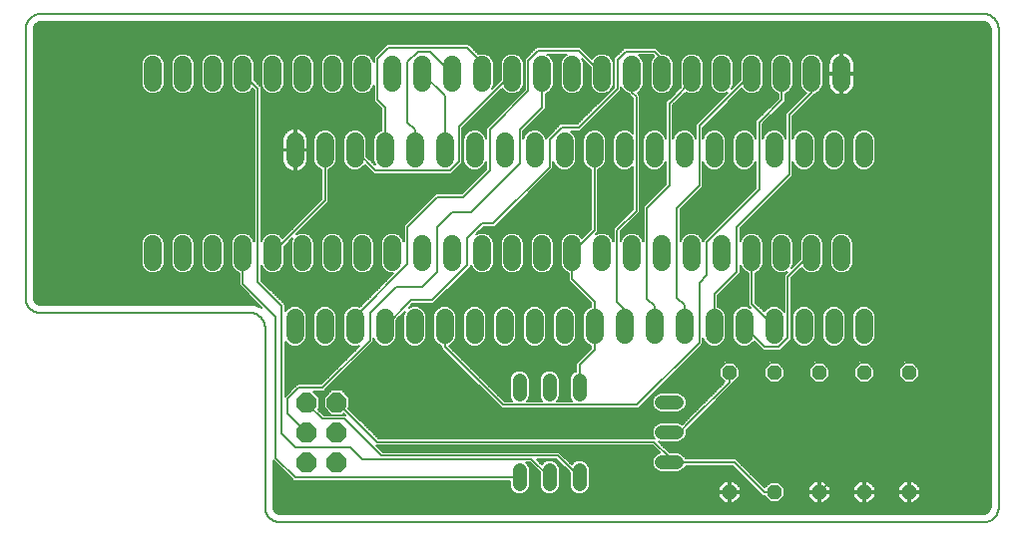
<source format=gbl>
G75*
%MOIN*%
%OFA0B0*%
%FSLAX25Y25*%
%IPPOS*%
%LPD*%
%AMOC8*
5,1,8,0,0,1.08239X$1,22.5*
%
%ADD10C,0.00796*%
%ADD11C,0.05906*%
%ADD12OC8,0.04800*%
%ADD13C,0.04800*%
%ADD14OC8,0.06600*%
%ADD15C,0.00600*%
D10*
X0091300Y0006398D02*
X0091300Y0066398D01*
X0091298Y0066538D01*
X0091292Y0066678D01*
X0091282Y0066818D01*
X0091269Y0066958D01*
X0091251Y0067097D01*
X0091229Y0067236D01*
X0091204Y0067373D01*
X0091175Y0067511D01*
X0091142Y0067647D01*
X0091105Y0067782D01*
X0091064Y0067916D01*
X0091019Y0068049D01*
X0090971Y0068181D01*
X0090919Y0068311D01*
X0090864Y0068440D01*
X0090805Y0068567D01*
X0090742Y0068693D01*
X0090676Y0068817D01*
X0090607Y0068938D01*
X0090534Y0069058D01*
X0090457Y0069176D01*
X0090378Y0069291D01*
X0090295Y0069405D01*
X0090209Y0069515D01*
X0090120Y0069624D01*
X0090028Y0069730D01*
X0089933Y0069833D01*
X0089836Y0069934D01*
X0089735Y0070031D01*
X0089632Y0070126D01*
X0089526Y0070218D01*
X0089417Y0070307D01*
X0089307Y0070393D01*
X0089193Y0070476D01*
X0089078Y0070555D01*
X0088960Y0070632D01*
X0088840Y0070705D01*
X0088719Y0070774D01*
X0088595Y0070840D01*
X0088469Y0070903D01*
X0088342Y0070962D01*
X0088213Y0071017D01*
X0088083Y0071069D01*
X0087951Y0071117D01*
X0087818Y0071162D01*
X0087684Y0071203D01*
X0087549Y0071240D01*
X0087413Y0071273D01*
X0087275Y0071302D01*
X0087138Y0071327D01*
X0086999Y0071349D01*
X0086860Y0071367D01*
X0086720Y0071380D01*
X0086580Y0071390D01*
X0086440Y0071396D01*
X0086300Y0071398D01*
X0016300Y0071398D01*
X0016160Y0071400D01*
X0016020Y0071406D01*
X0015880Y0071416D01*
X0015740Y0071429D01*
X0015601Y0071447D01*
X0015462Y0071469D01*
X0015325Y0071494D01*
X0015187Y0071523D01*
X0015051Y0071556D01*
X0014916Y0071593D01*
X0014782Y0071634D01*
X0014649Y0071679D01*
X0014517Y0071727D01*
X0014387Y0071779D01*
X0014258Y0071834D01*
X0014131Y0071893D01*
X0014005Y0071956D01*
X0013881Y0072022D01*
X0013760Y0072091D01*
X0013640Y0072164D01*
X0013522Y0072241D01*
X0013407Y0072320D01*
X0013293Y0072403D01*
X0013183Y0072489D01*
X0013074Y0072578D01*
X0012968Y0072670D01*
X0012865Y0072765D01*
X0012764Y0072862D01*
X0012667Y0072963D01*
X0012572Y0073066D01*
X0012480Y0073172D01*
X0012391Y0073281D01*
X0012305Y0073391D01*
X0012222Y0073505D01*
X0012143Y0073620D01*
X0012066Y0073738D01*
X0011993Y0073858D01*
X0011924Y0073979D01*
X0011858Y0074103D01*
X0011795Y0074229D01*
X0011736Y0074356D01*
X0011681Y0074485D01*
X0011629Y0074615D01*
X0011581Y0074747D01*
X0011536Y0074880D01*
X0011495Y0075014D01*
X0011458Y0075149D01*
X0011425Y0075285D01*
X0011396Y0075423D01*
X0011371Y0075560D01*
X0011349Y0075699D01*
X0011331Y0075838D01*
X0011318Y0075978D01*
X0011308Y0076118D01*
X0011302Y0076258D01*
X0011300Y0076398D01*
X0011300Y0166398D01*
X0011302Y0166538D01*
X0011308Y0166678D01*
X0011318Y0166818D01*
X0011331Y0166958D01*
X0011349Y0167097D01*
X0011371Y0167236D01*
X0011396Y0167373D01*
X0011425Y0167511D01*
X0011458Y0167647D01*
X0011495Y0167782D01*
X0011536Y0167916D01*
X0011581Y0168049D01*
X0011629Y0168181D01*
X0011681Y0168311D01*
X0011736Y0168440D01*
X0011795Y0168567D01*
X0011858Y0168693D01*
X0011924Y0168817D01*
X0011993Y0168938D01*
X0012066Y0169058D01*
X0012143Y0169176D01*
X0012222Y0169291D01*
X0012305Y0169405D01*
X0012391Y0169515D01*
X0012480Y0169624D01*
X0012572Y0169730D01*
X0012667Y0169833D01*
X0012764Y0169934D01*
X0012865Y0170031D01*
X0012968Y0170126D01*
X0013074Y0170218D01*
X0013183Y0170307D01*
X0013293Y0170393D01*
X0013407Y0170476D01*
X0013522Y0170555D01*
X0013640Y0170632D01*
X0013760Y0170705D01*
X0013881Y0170774D01*
X0014005Y0170840D01*
X0014131Y0170903D01*
X0014258Y0170962D01*
X0014387Y0171017D01*
X0014517Y0171069D01*
X0014649Y0171117D01*
X0014782Y0171162D01*
X0014916Y0171203D01*
X0015051Y0171240D01*
X0015187Y0171273D01*
X0015325Y0171302D01*
X0015462Y0171327D01*
X0015601Y0171349D01*
X0015740Y0171367D01*
X0015880Y0171380D01*
X0016020Y0171390D01*
X0016160Y0171396D01*
X0016300Y0171398D01*
X0331300Y0171398D01*
X0331440Y0171396D01*
X0331580Y0171390D01*
X0331720Y0171380D01*
X0331860Y0171367D01*
X0331999Y0171349D01*
X0332138Y0171327D01*
X0332275Y0171302D01*
X0332413Y0171273D01*
X0332549Y0171240D01*
X0332684Y0171203D01*
X0332818Y0171162D01*
X0332951Y0171117D01*
X0333083Y0171069D01*
X0333213Y0171017D01*
X0333342Y0170962D01*
X0333469Y0170903D01*
X0333595Y0170840D01*
X0333719Y0170774D01*
X0333840Y0170705D01*
X0333960Y0170632D01*
X0334078Y0170555D01*
X0334193Y0170476D01*
X0334307Y0170393D01*
X0334417Y0170307D01*
X0334526Y0170218D01*
X0334632Y0170126D01*
X0334735Y0170031D01*
X0334836Y0169934D01*
X0334933Y0169833D01*
X0335028Y0169730D01*
X0335120Y0169624D01*
X0335209Y0169515D01*
X0335295Y0169405D01*
X0335378Y0169291D01*
X0335457Y0169176D01*
X0335534Y0169058D01*
X0335607Y0168938D01*
X0335676Y0168817D01*
X0335742Y0168693D01*
X0335805Y0168567D01*
X0335864Y0168440D01*
X0335919Y0168311D01*
X0335971Y0168181D01*
X0336019Y0168049D01*
X0336064Y0167916D01*
X0336105Y0167782D01*
X0336142Y0167647D01*
X0336175Y0167511D01*
X0336204Y0167373D01*
X0336229Y0167236D01*
X0336251Y0167097D01*
X0336269Y0166958D01*
X0336282Y0166818D01*
X0336292Y0166678D01*
X0336298Y0166538D01*
X0336300Y0166398D01*
X0336300Y0006398D01*
X0336298Y0006258D01*
X0336292Y0006118D01*
X0336282Y0005978D01*
X0336269Y0005838D01*
X0336251Y0005699D01*
X0336229Y0005560D01*
X0336204Y0005423D01*
X0336175Y0005285D01*
X0336142Y0005149D01*
X0336105Y0005014D01*
X0336064Y0004880D01*
X0336019Y0004747D01*
X0335971Y0004615D01*
X0335919Y0004485D01*
X0335864Y0004356D01*
X0335805Y0004229D01*
X0335742Y0004103D01*
X0335676Y0003979D01*
X0335607Y0003858D01*
X0335534Y0003738D01*
X0335457Y0003620D01*
X0335378Y0003505D01*
X0335295Y0003391D01*
X0335209Y0003281D01*
X0335120Y0003172D01*
X0335028Y0003066D01*
X0334933Y0002963D01*
X0334836Y0002862D01*
X0334735Y0002765D01*
X0334632Y0002670D01*
X0334526Y0002578D01*
X0334417Y0002489D01*
X0334307Y0002403D01*
X0334193Y0002320D01*
X0334078Y0002241D01*
X0333960Y0002164D01*
X0333840Y0002091D01*
X0333719Y0002022D01*
X0333595Y0001956D01*
X0333469Y0001893D01*
X0333342Y0001834D01*
X0333213Y0001779D01*
X0333083Y0001727D01*
X0332951Y0001679D01*
X0332818Y0001634D01*
X0332684Y0001593D01*
X0332549Y0001556D01*
X0332413Y0001523D01*
X0332275Y0001494D01*
X0332138Y0001469D01*
X0331999Y0001447D01*
X0331860Y0001429D01*
X0331720Y0001416D01*
X0331580Y0001406D01*
X0331440Y0001400D01*
X0331300Y0001398D01*
X0096300Y0001398D01*
X0096160Y0001400D01*
X0096020Y0001406D01*
X0095880Y0001416D01*
X0095740Y0001429D01*
X0095601Y0001447D01*
X0095462Y0001469D01*
X0095325Y0001494D01*
X0095187Y0001523D01*
X0095051Y0001556D01*
X0094916Y0001593D01*
X0094782Y0001634D01*
X0094649Y0001679D01*
X0094517Y0001727D01*
X0094387Y0001779D01*
X0094258Y0001834D01*
X0094131Y0001893D01*
X0094005Y0001956D01*
X0093881Y0002022D01*
X0093760Y0002091D01*
X0093640Y0002164D01*
X0093522Y0002241D01*
X0093407Y0002320D01*
X0093293Y0002403D01*
X0093183Y0002489D01*
X0093074Y0002578D01*
X0092968Y0002670D01*
X0092865Y0002765D01*
X0092764Y0002862D01*
X0092667Y0002963D01*
X0092572Y0003066D01*
X0092480Y0003172D01*
X0092391Y0003281D01*
X0092305Y0003391D01*
X0092222Y0003505D01*
X0092143Y0003620D01*
X0092066Y0003738D01*
X0091993Y0003858D01*
X0091924Y0003979D01*
X0091858Y0004103D01*
X0091795Y0004229D01*
X0091736Y0004356D01*
X0091681Y0004485D01*
X0091629Y0004615D01*
X0091581Y0004747D01*
X0091536Y0004880D01*
X0091495Y0005014D01*
X0091458Y0005149D01*
X0091425Y0005285D01*
X0091396Y0005423D01*
X0091371Y0005560D01*
X0091349Y0005699D01*
X0091331Y0005838D01*
X0091318Y0005978D01*
X0091308Y0006118D01*
X0091302Y0006258D01*
X0091300Y0006398D01*
D11*
X0101300Y0063938D02*
X0101300Y0069843D01*
X0111300Y0069843D02*
X0111300Y0063938D01*
X0121300Y0063938D02*
X0121300Y0069843D01*
X0131300Y0069843D02*
X0131300Y0063938D01*
X0141300Y0063938D02*
X0141300Y0069843D01*
X0151300Y0069843D02*
X0151300Y0063938D01*
X0161300Y0063938D02*
X0161300Y0069843D01*
X0171300Y0069843D02*
X0171300Y0063938D01*
X0181300Y0063938D02*
X0181300Y0069843D01*
X0191300Y0069843D02*
X0191300Y0063938D01*
X0201300Y0063938D02*
X0201300Y0069843D01*
X0211300Y0069843D02*
X0211300Y0063938D01*
X0221300Y0063938D02*
X0221300Y0069843D01*
X0231300Y0069843D02*
X0231300Y0063938D01*
X0241300Y0063938D02*
X0241300Y0069843D01*
X0251300Y0069843D02*
X0251300Y0063938D01*
X0261300Y0063938D02*
X0261300Y0069843D01*
X0271300Y0069843D02*
X0271300Y0063938D01*
X0281300Y0063938D02*
X0281300Y0069843D01*
X0291300Y0069843D02*
X0291300Y0063938D01*
X0283800Y0088445D02*
X0283800Y0094351D01*
X0273800Y0094351D02*
X0273800Y0088445D01*
X0263800Y0088445D02*
X0263800Y0094351D01*
X0253800Y0094351D02*
X0253800Y0088445D01*
X0243800Y0088445D02*
X0243800Y0094351D01*
X0233800Y0094351D02*
X0233800Y0088445D01*
X0223800Y0088445D02*
X0223800Y0094351D01*
X0213800Y0094351D02*
X0213800Y0088445D01*
X0203800Y0088445D02*
X0203800Y0094351D01*
X0193800Y0094351D02*
X0193800Y0088445D01*
X0183800Y0088445D02*
X0183800Y0094351D01*
X0173800Y0094351D02*
X0173800Y0088445D01*
X0163800Y0088445D02*
X0163800Y0094351D01*
X0153800Y0094351D02*
X0153800Y0088445D01*
X0143800Y0088445D02*
X0143800Y0094351D01*
X0133800Y0094351D02*
X0133800Y0088445D01*
X0123800Y0088445D02*
X0123800Y0094351D01*
X0113800Y0094351D02*
X0113800Y0088445D01*
X0103800Y0088445D02*
X0103800Y0094351D01*
X0093800Y0094351D02*
X0093800Y0088445D01*
X0083800Y0088445D02*
X0083800Y0094351D01*
X0073800Y0094351D02*
X0073800Y0088445D01*
X0063800Y0088445D02*
X0063800Y0094351D01*
X0053800Y0094351D02*
X0053800Y0088445D01*
X0101300Y0122953D02*
X0101300Y0128859D01*
X0111300Y0128859D02*
X0111300Y0122953D01*
X0121300Y0122953D02*
X0121300Y0128859D01*
X0131300Y0128859D02*
X0131300Y0122953D01*
X0141300Y0122953D02*
X0141300Y0128859D01*
X0151300Y0128859D02*
X0151300Y0122953D01*
X0161300Y0122953D02*
X0161300Y0128859D01*
X0171300Y0128859D02*
X0171300Y0122953D01*
X0181300Y0122953D02*
X0181300Y0128859D01*
X0191300Y0128859D02*
X0191300Y0122953D01*
X0201300Y0122953D02*
X0201300Y0128859D01*
X0211300Y0128859D02*
X0211300Y0122953D01*
X0221300Y0122953D02*
X0221300Y0128859D01*
X0231300Y0128859D02*
X0231300Y0122953D01*
X0241300Y0122953D02*
X0241300Y0128859D01*
X0251300Y0128859D02*
X0251300Y0122953D01*
X0261300Y0122953D02*
X0261300Y0128859D01*
X0271300Y0128859D02*
X0271300Y0122953D01*
X0281300Y0122953D02*
X0281300Y0128859D01*
X0291300Y0128859D02*
X0291300Y0122953D01*
X0283800Y0148445D02*
X0283800Y0154351D01*
X0273800Y0154351D02*
X0273800Y0148445D01*
X0263800Y0148445D02*
X0263800Y0154351D01*
X0253800Y0154351D02*
X0253800Y0148445D01*
X0243800Y0148445D02*
X0243800Y0154351D01*
X0233800Y0154351D02*
X0233800Y0148445D01*
X0223800Y0148445D02*
X0223800Y0154351D01*
X0213800Y0154351D02*
X0213800Y0148445D01*
X0203800Y0148445D02*
X0203800Y0154351D01*
X0193800Y0154351D02*
X0193800Y0148445D01*
X0183800Y0148445D02*
X0183800Y0154351D01*
X0173800Y0154351D02*
X0173800Y0148445D01*
X0163800Y0148445D02*
X0163800Y0154351D01*
X0153800Y0154351D02*
X0153800Y0148445D01*
X0143800Y0148445D02*
X0143800Y0154351D01*
X0133800Y0154351D02*
X0133800Y0148445D01*
X0123800Y0148445D02*
X0123800Y0154351D01*
X0113800Y0154351D02*
X0113800Y0148445D01*
X0103800Y0148445D02*
X0103800Y0154351D01*
X0093800Y0154351D02*
X0093800Y0148445D01*
X0083800Y0148445D02*
X0083800Y0154351D01*
X0073800Y0154351D02*
X0073800Y0148445D01*
X0063800Y0148445D02*
X0063800Y0154351D01*
X0053800Y0154351D02*
X0053800Y0148445D01*
D12*
X0246300Y0051398D03*
X0261300Y0051398D03*
X0276300Y0051398D03*
X0291300Y0051398D03*
X0306300Y0051398D03*
X0306300Y0011398D03*
X0291300Y0011398D03*
X0276300Y0011398D03*
X0261300Y0011398D03*
X0246300Y0011398D03*
D13*
X0228700Y0021398D02*
X0223900Y0021398D01*
X0223900Y0031398D02*
X0228700Y0031398D01*
X0228700Y0041398D02*
X0223900Y0041398D01*
X0196300Y0043998D02*
X0196300Y0048798D01*
X0186300Y0048798D02*
X0186300Y0043998D01*
X0176300Y0043998D02*
X0176300Y0048798D01*
X0176300Y0018798D02*
X0176300Y0013998D01*
X0186300Y0013998D02*
X0186300Y0018798D01*
X0196300Y0018798D02*
X0196300Y0013998D01*
D14*
X0115237Y0021398D03*
X0105237Y0021398D03*
X0105237Y0031398D03*
X0115237Y0031398D03*
X0115237Y0041398D03*
X0105237Y0041398D03*
D15*
X0105500Y0041398D01*
X0105500Y0040873D01*
X0110425Y0035948D01*
X0117823Y0035948D01*
X0130100Y0023670D01*
X0189028Y0023670D01*
X0196300Y0016398D01*
X0199600Y0016361D02*
X0251340Y0016361D01*
X0251938Y0015762D02*
X0199600Y0015762D01*
X0199600Y0015164D02*
X0252537Y0015164D01*
X0253135Y0014565D02*
X0248365Y0014565D01*
X0247833Y0015098D02*
X0246600Y0015098D01*
X0246600Y0011698D01*
X0250000Y0011698D01*
X0250000Y0012931D01*
X0247833Y0015098D01*
X0246600Y0014565D02*
X0246000Y0014565D01*
X0246000Y0015098D02*
X0244767Y0015098D01*
X0242600Y0012931D01*
X0242600Y0011698D01*
X0246000Y0011698D01*
X0246000Y0011098D01*
X0246600Y0011098D01*
X0246600Y0007698D01*
X0247833Y0007698D01*
X0250000Y0009866D01*
X0250000Y0011098D01*
X0246600Y0011098D01*
X0246600Y0011698D01*
X0246000Y0011698D01*
X0246000Y0015098D01*
X0246000Y0013967D02*
X0246600Y0013967D01*
X0246600Y0013368D02*
X0246000Y0013368D01*
X0246000Y0012770D02*
X0246600Y0012770D01*
X0246600Y0012171D02*
X0246000Y0012171D01*
X0246000Y0011573D02*
X0198542Y0011573D01*
X0198169Y0011201D02*
X0199098Y0012129D01*
X0199600Y0013342D01*
X0199600Y0019455D01*
X0199098Y0020668D01*
X0198169Y0021596D01*
X0196956Y0022098D01*
X0195644Y0022098D01*
X0194431Y0021596D01*
X0193615Y0020780D01*
X0190228Y0024167D01*
X0189525Y0024870D01*
X0130597Y0024870D01*
X0128570Y0026897D01*
X0220754Y0026897D01*
X0223038Y0024613D01*
X0222031Y0024196D01*
X0221102Y0023268D01*
X0220600Y0022055D01*
X0220600Y0020742D01*
X0221102Y0019529D01*
X0222031Y0018601D01*
X0223244Y0018098D01*
X0229356Y0018098D01*
X0230569Y0018601D01*
X0231498Y0019529D01*
X0231775Y0020198D01*
X0247503Y0020198D01*
X0257503Y0010198D01*
X0258000Y0010198D01*
X0258000Y0010031D01*
X0259933Y0008098D01*
X0262667Y0008098D01*
X0264600Y0010031D01*
X0264600Y0012765D01*
X0262667Y0014698D01*
X0259933Y0014698D01*
X0258165Y0012930D01*
X0249200Y0021895D01*
X0248497Y0022598D01*
X0231775Y0022598D01*
X0231498Y0023268D01*
X0230569Y0024196D01*
X0229356Y0024698D01*
X0226347Y0024698D01*
X0222738Y0028308D01*
X0223244Y0028098D01*
X0229356Y0028098D01*
X0230569Y0028601D01*
X0231498Y0029529D01*
X0232000Y0030742D01*
X0232000Y0032055D01*
X0231986Y0032087D01*
X0234101Y0034202D01*
X0247500Y0047601D01*
X0247500Y0048098D01*
X0247667Y0048098D01*
X0249600Y0050031D01*
X0249600Y0052765D01*
X0247667Y0054698D01*
X0244933Y0054698D01*
X0243000Y0052765D01*
X0243000Y0050031D01*
X0244768Y0048263D01*
X0232404Y0035899D01*
X0230635Y0034130D01*
X0230569Y0034196D01*
X0229356Y0034698D01*
X0223244Y0034698D01*
X0222031Y0034196D01*
X0221102Y0033268D01*
X0220600Y0032055D01*
X0220600Y0030742D01*
X0221102Y0029529D01*
X0221334Y0029297D01*
X0129298Y0029297D01*
X0119187Y0039409D01*
X0119437Y0039659D01*
X0119437Y0043138D01*
X0116977Y0045598D01*
X0113497Y0045598D01*
X0111037Y0043138D01*
X0111037Y0039659D01*
X0113497Y0037198D01*
X0116977Y0037198D01*
X0117490Y0037712D01*
X0118054Y0037148D01*
X0110922Y0037148D01*
X0108924Y0039146D01*
X0109437Y0039659D01*
X0109437Y0043138D01*
X0107377Y0045198D01*
X0111010Y0045198D01*
X0111713Y0045901D01*
X0127500Y0061688D01*
X0127500Y0063044D01*
X0128034Y0061755D01*
X0129118Y0060671D01*
X0130534Y0060085D01*
X0132066Y0060085D01*
X0133482Y0060671D01*
X0134566Y0061755D01*
X0135153Y0063171D01*
X0135153Y0069046D01*
X0137964Y0071858D01*
X0137447Y0070609D01*
X0137447Y0063171D01*
X0138034Y0061755D01*
X0139118Y0060671D01*
X0140534Y0060085D01*
X0142066Y0060085D01*
X0143482Y0060671D01*
X0144566Y0061755D01*
X0145153Y0063171D01*
X0145153Y0070609D01*
X0144566Y0072026D01*
X0143482Y0073109D01*
X0142066Y0073696D01*
X0140534Y0073696D01*
X0139286Y0073179D01*
X0140535Y0074428D01*
X0147573Y0074428D01*
X0159297Y0086153D01*
X0160000Y0086855D01*
X0160000Y0087552D01*
X0160534Y0086263D01*
X0161618Y0085179D01*
X0163034Y0084593D01*
X0164566Y0084593D01*
X0165982Y0085179D01*
X0167066Y0086263D01*
X0167653Y0087679D01*
X0167653Y0095117D01*
X0167066Y0096533D01*
X0165982Y0097617D01*
X0164566Y0098204D01*
X0163034Y0098204D01*
X0161786Y0097687D01*
X0164297Y0100198D01*
X0168047Y0100198D01*
X0187500Y0119651D01*
X0187500Y0122060D01*
X0188034Y0120771D01*
X0189118Y0119687D01*
X0190534Y0119101D01*
X0192066Y0119101D01*
X0193482Y0119687D01*
X0194566Y0120771D01*
X0195153Y0122187D01*
X0195153Y0129625D01*
X0194566Y0131041D01*
X0193482Y0132125D01*
X0193371Y0132171D01*
X0196459Y0132171D01*
X0197162Y0132874D01*
X0210173Y0145885D01*
X0210173Y0147134D01*
X0210534Y0146263D01*
X0211618Y0145179D01*
X0212600Y0144772D01*
X0212600Y0144686D01*
X0214073Y0143213D01*
X0214073Y0131535D01*
X0213482Y0132125D01*
X0212066Y0132712D01*
X0210534Y0132712D01*
X0209118Y0132125D01*
X0208034Y0131041D01*
X0207447Y0129625D01*
X0207447Y0122187D01*
X0208034Y0120771D01*
X0209118Y0119687D01*
X0210534Y0119101D01*
X0212066Y0119101D01*
X0213482Y0119687D01*
X0214073Y0120278D01*
X0214073Y0106054D01*
X0208303Y0100284D01*
X0207600Y0099581D01*
X0207600Y0095245D01*
X0207066Y0096533D01*
X0205982Y0097617D01*
X0204566Y0098204D01*
X0203034Y0098204D01*
X0201786Y0097687D01*
X0201797Y0097698D01*
X0202500Y0098401D01*
X0202500Y0119280D01*
X0203482Y0119687D01*
X0204566Y0120771D01*
X0205153Y0122187D01*
X0205153Y0129625D01*
X0204566Y0131041D01*
X0203482Y0132125D01*
X0202066Y0132712D01*
X0200534Y0132712D01*
X0199118Y0132125D01*
X0198034Y0131041D01*
X0197447Y0129625D01*
X0197447Y0122187D01*
X0198034Y0120771D01*
X0199118Y0119687D01*
X0200100Y0119280D01*
X0200100Y0099395D01*
X0197117Y0096412D01*
X0197066Y0096533D01*
X0195982Y0097617D01*
X0194566Y0098204D01*
X0193034Y0098204D01*
X0191618Y0097617D01*
X0190534Y0096533D01*
X0189947Y0095117D01*
X0189947Y0087679D01*
X0190534Y0086263D01*
X0191618Y0085179D01*
X0192600Y0084772D01*
X0192600Y0082151D01*
X0200100Y0074651D01*
X0200100Y0073516D01*
X0199118Y0073109D01*
X0198034Y0072026D01*
X0197447Y0070609D01*
X0197447Y0063171D01*
X0198034Y0061755D01*
X0199118Y0060671D01*
X0200100Y0060264D01*
X0200100Y0059395D01*
X0195803Y0055098D01*
X0195100Y0054395D01*
X0195100Y0051873D01*
X0194431Y0051596D01*
X0193502Y0050668D01*
X0193000Y0049455D01*
X0193000Y0043342D01*
X0193502Y0042129D01*
X0193867Y0041764D01*
X0188733Y0041764D01*
X0189098Y0042129D01*
X0189600Y0043342D01*
X0189600Y0049455D01*
X0189098Y0050668D01*
X0188169Y0051596D01*
X0186956Y0052098D01*
X0185644Y0052098D01*
X0184431Y0051596D01*
X0183502Y0050668D01*
X0183000Y0049455D01*
X0183000Y0043342D01*
X0183502Y0042129D01*
X0183867Y0041764D01*
X0178733Y0041764D01*
X0179098Y0042129D01*
X0179600Y0043342D01*
X0179600Y0049455D01*
X0179098Y0050668D01*
X0178169Y0051596D01*
X0176956Y0052098D01*
X0175644Y0052098D01*
X0174431Y0051596D01*
X0173502Y0050668D01*
X0173000Y0049455D01*
X0173000Y0043342D01*
X0173502Y0042129D01*
X0173867Y0041764D01*
X0171317Y0041764D01*
X0152724Y0060357D01*
X0153482Y0060671D01*
X0154566Y0061755D01*
X0155153Y0063171D01*
X0155153Y0070609D01*
X0154566Y0072026D01*
X0153482Y0073109D01*
X0152066Y0073696D01*
X0150534Y0073696D01*
X0149118Y0073109D01*
X0148034Y0072026D01*
X0147447Y0070609D01*
X0147447Y0063171D01*
X0148034Y0061755D01*
X0149118Y0060671D01*
X0150100Y0060264D01*
X0150100Y0059587D01*
X0150803Y0058884D01*
X0170323Y0039364D01*
X0215963Y0039364D01*
X0236797Y0060198D01*
X0237500Y0060901D01*
X0237500Y0063044D01*
X0238034Y0061755D01*
X0239118Y0060671D01*
X0240534Y0060085D01*
X0242066Y0060085D01*
X0243482Y0060671D01*
X0244566Y0061755D01*
X0245153Y0063171D01*
X0245153Y0070609D01*
X0244566Y0072026D01*
X0243482Y0073109D01*
X0242500Y0073516D01*
X0242500Y0077151D01*
X0249297Y0083948D01*
X0250000Y0084651D01*
X0250000Y0087552D01*
X0250534Y0086263D01*
X0251618Y0085179D01*
X0252600Y0084772D01*
X0252600Y0073893D01*
X0253314Y0073179D01*
X0252066Y0073696D01*
X0250534Y0073696D01*
X0249118Y0073109D01*
X0248034Y0072026D01*
X0247447Y0070609D01*
X0247447Y0063171D01*
X0248034Y0061755D01*
X0249118Y0060671D01*
X0250534Y0060085D01*
X0252066Y0060085D01*
X0253482Y0060671D01*
X0254566Y0061755D01*
X0254617Y0061877D01*
X0256960Y0059533D01*
X0257663Y0058831D01*
X0263351Y0058831D01*
X0266372Y0061851D01*
X0267075Y0062554D01*
X0267075Y0082976D01*
X0270483Y0086385D01*
X0270534Y0086263D01*
X0271618Y0085179D01*
X0273034Y0084593D01*
X0274566Y0084593D01*
X0275982Y0085179D01*
X0277066Y0086263D01*
X0277653Y0087679D01*
X0277653Y0095117D01*
X0277066Y0096533D01*
X0275982Y0097617D01*
X0274566Y0098204D01*
X0273034Y0098204D01*
X0271618Y0097617D01*
X0270534Y0096533D01*
X0269947Y0095117D01*
X0269947Y0089243D01*
X0267136Y0086431D01*
X0267653Y0087679D01*
X0267653Y0095117D01*
X0267066Y0096533D01*
X0265982Y0097617D01*
X0264566Y0098204D01*
X0263034Y0098204D01*
X0261618Y0097617D01*
X0260534Y0096533D01*
X0259947Y0095117D01*
X0259947Y0087679D01*
X0260534Y0086263D01*
X0261618Y0085179D01*
X0263034Y0084593D01*
X0264566Y0084593D01*
X0265814Y0085110D01*
X0264675Y0083970D01*
X0264675Y0071762D01*
X0264566Y0072026D01*
X0263482Y0073109D01*
X0262066Y0073696D01*
X0260534Y0073696D01*
X0259118Y0073109D01*
X0258034Y0072026D01*
X0257983Y0071904D01*
X0255000Y0074887D01*
X0255000Y0084772D01*
X0255982Y0085179D01*
X0257066Y0086263D01*
X0257653Y0087679D01*
X0257653Y0095117D01*
X0257066Y0096533D01*
X0255982Y0097617D01*
X0254566Y0098204D01*
X0253034Y0098204D01*
X0251618Y0097617D01*
X0250534Y0096533D01*
X0250000Y0095245D01*
X0250000Y0099651D01*
X0267500Y0117151D01*
X0267500Y0122060D01*
X0268034Y0120771D01*
X0269118Y0119687D01*
X0270534Y0119101D01*
X0272066Y0119101D01*
X0273482Y0119687D01*
X0274566Y0120771D01*
X0275153Y0122187D01*
X0275153Y0129625D01*
X0274566Y0131041D01*
X0273482Y0132125D01*
X0272066Y0132712D01*
X0270534Y0132712D01*
X0269118Y0132125D01*
X0268034Y0131041D01*
X0267500Y0129753D01*
X0267500Y0137151D01*
X0274297Y0143948D01*
X0275000Y0144651D01*
X0275000Y0144772D01*
X0275982Y0145179D01*
X0277066Y0146263D01*
X0277653Y0147679D01*
X0277653Y0155117D01*
X0277066Y0156533D01*
X0275982Y0157617D01*
X0274566Y0158204D01*
X0273034Y0158204D01*
X0271618Y0157617D01*
X0270534Y0156533D01*
X0269947Y0155117D01*
X0269947Y0147679D01*
X0270534Y0146263D01*
X0271618Y0145179D01*
X0271983Y0145028D01*
X0265100Y0138145D01*
X0265100Y0129753D01*
X0264566Y0131041D01*
X0263482Y0132125D01*
X0262066Y0132712D01*
X0260534Y0132712D01*
X0259118Y0132125D01*
X0258034Y0131041D01*
X0257500Y0129753D01*
X0257500Y0134651D01*
X0264297Y0141448D01*
X0265000Y0142151D01*
X0265000Y0144772D01*
X0265982Y0145179D01*
X0267066Y0146263D01*
X0267653Y0147679D01*
X0267653Y0155117D01*
X0267066Y0156533D01*
X0265982Y0157617D01*
X0264566Y0158204D01*
X0263034Y0158204D01*
X0261618Y0157617D01*
X0260534Y0156533D01*
X0259947Y0155117D01*
X0259947Y0147679D01*
X0260534Y0146263D01*
X0261618Y0145179D01*
X0262600Y0144772D01*
X0262600Y0143145D01*
X0255100Y0135645D01*
X0255100Y0129753D01*
X0254566Y0131041D01*
X0253482Y0132125D01*
X0252066Y0132712D01*
X0250534Y0132712D01*
X0249118Y0132125D01*
X0248034Y0131041D01*
X0247447Y0129625D01*
X0247447Y0122187D01*
X0248034Y0120771D01*
X0249118Y0119687D01*
X0250534Y0119101D01*
X0252066Y0119101D01*
X0253482Y0119687D01*
X0254566Y0120771D01*
X0255100Y0122060D01*
X0255100Y0113145D01*
X0237600Y0095645D01*
X0237600Y0095245D01*
X0237066Y0096533D01*
X0235982Y0097617D01*
X0234566Y0098204D01*
X0233034Y0098204D01*
X0231618Y0097617D01*
X0230534Y0096533D01*
X0230000Y0095245D01*
X0230000Y0105901D01*
X0236797Y0112698D01*
X0237500Y0113401D01*
X0237500Y0122060D01*
X0238034Y0120771D01*
X0239118Y0119687D01*
X0240534Y0119101D01*
X0242066Y0119101D01*
X0243482Y0119687D01*
X0244566Y0120771D01*
X0245153Y0122187D01*
X0245153Y0129625D01*
X0244566Y0131041D01*
X0243482Y0132125D01*
X0242066Y0132712D01*
X0240534Y0132712D01*
X0239118Y0132125D01*
X0238034Y0131041D01*
X0237500Y0129753D01*
X0237500Y0133401D01*
X0237943Y0133845D01*
X0237944Y0133845D01*
X0239297Y0135198D01*
X0250483Y0146385D01*
X0250534Y0146263D01*
X0251618Y0145179D01*
X0253034Y0144593D01*
X0254566Y0144593D01*
X0255982Y0145179D01*
X0257066Y0146263D01*
X0257653Y0147679D01*
X0257653Y0155117D01*
X0257066Y0156533D01*
X0255982Y0157617D01*
X0254566Y0158204D01*
X0253034Y0158204D01*
X0251618Y0157617D01*
X0250534Y0156533D01*
X0249947Y0155117D01*
X0249947Y0149243D01*
X0247136Y0146431D01*
X0247653Y0147679D01*
X0247653Y0155117D01*
X0247066Y0156533D01*
X0245982Y0157617D01*
X0244566Y0158204D01*
X0243034Y0158204D01*
X0241618Y0157617D01*
X0240534Y0156533D01*
X0239947Y0155117D01*
X0239947Y0147679D01*
X0240534Y0146263D01*
X0241618Y0145179D01*
X0243034Y0144593D01*
X0244566Y0144593D01*
X0245814Y0145110D01*
X0237600Y0136895D01*
X0236246Y0135542D01*
X0235100Y0134395D01*
X0235100Y0129753D01*
X0234566Y0131041D01*
X0233482Y0132125D01*
X0232066Y0132712D01*
X0230534Y0132712D01*
X0229118Y0132125D01*
X0228034Y0131041D01*
X0227500Y0129753D01*
X0227500Y0140901D01*
X0228646Y0142048D01*
X0231731Y0145132D01*
X0233034Y0144593D01*
X0234566Y0144593D01*
X0235982Y0145179D01*
X0237066Y0146263D01*
X0237653Y0147679D01*
X0237653Y0155117D01*
X0237066Y0156533D01*
X0235982Y0157617D01*
X0234566Y0158204D01*
X0233034Y0158204D01*
X0231618Y0157617D01*
X0230534Y0156533D01*
X0229947Y0155117D01*
X0229947Y0147679D01*
X0230222Y0147017D01*
X0226949Y0143745D01*
X0225100Y0141895D01*
X0225100Y0129753D01*
X0224566Y0131041D01*
X0223482Y0132125D01*
X0222066Y0132712D01*
X0220534Y0132712D01*
X0219118Y0132125D01*
X0218034Y0131041D01*
X0217447Y0129625D01*
X0217447Y0122187D01*
X0218034Y0120771D01*
X0219118Y0119687D01*
X0220534Y0119101D01*
X0222066Y0119101D01*
X0223482Y0119687D01*
X0224566Y0120771D01*
X0225100Y0122060D01*
X0225100Y0114395D01*
X0217600Y0106895D01*
X0217600Y0095245D01*
X0217066Y0096533D01*
X0215982Y0097617D01*
X0214566Y0098204D01*
X0213034Y0098204D01*
X0211618Y0097617D01*
X0210534Y0096533D01*
X0210000Y0095245D01*
X0210000Y0098587D01*
X0216473Y0105059D01*
X0216473Y0144207D01*
X0215642Y0145038D01*
X0215982Y0145179D01*
X0217066Y0146263D01*
X0217653Y0147679D01*
X0217653Y0155117D01*
X0217066Y0156533D01*
X0215985Y0157614D01*
X0220887Y0157614D01*
X0221251Y0157250D01*
X0220534Y0156533D01*
X0219947Y0155117D01*
X0219947Y0147679D01*
X0220534Y0146263D01*
X0221618Y0145179D01*
X0223034Y0144593D01*
X0224566Y0144593D01*
X0225982Y0145179D01*
X0227066Y0146263D01*
X0227653Y0147679D01*
X0227653Y0155117D01*
X0227066Y0156533D01*
X0225982Y0157617D01*
X0224566Y0158204D01*
X0223692Y0158204D01*
X0221881Y0160014D01*
X0211216Y0160014D01*
X0210513Y0159311D01*
X0208476Y0157274D01*
X0207773Y0156571D01*
X0207773Y0146879D01*
X0195465Y0134571D01*
X0189831Y0134571D01*
X0185803Y0130543D01*
X0185100Y0129840D01*
X0185100Y0129753D01*
X0184566Y0131041D01*
X0183482Y0132125D01*
X0182066Y0132712D01*
X0180534Y0132712D01*
X0179118Y0132125D01*
X0178034Y0131041D01*
X0177500Y0129753D01*
X0177500Y0132151D01*
X0185000Y0139651D01*
X0185000Y0144772D01*
X0185982Y0145179D01*
X0187066Y0146263D01*
X0187653Y0147679D01*
X0187653Y0155117D01*
X0187066Y0156533D01*
X0185982Y0157617D01*
X0185470Y0157829D01*
X0192130Y0157829D01*
X0191618Y0157617D01*
X0190534Y0156533D01*
X0189947Y0155117D01*
X0189947Y0147679D01*
X0190534Y0146263D01*
X0191618Y0145179D01*
X0193034Y0144593D01*
X0194566Y0144593D01*
X0195982Y0145179D01*
X0197066Y0146263D01*
X0197653Y0147679D01*
X0197653Y0155117D01*
X0197136Y0156365D01*
X0199947Y0153554D01*
X0199947Y0147679D01*
X0200534Y0146263D01*
X0201618Y0145179D01*
X0203034Y0144593D01*
X0204566Y0144593D01*
X0205982Y0145179D01*
X0207066Y0146263D01*
X0207653Y0147679D01*
X0207653Y0155117D01*
X0207066Y0156533D01*
X0205982Y0157617D01*
X0204566Y0158204D01*
X0203034Y0158204D01*
X0201618Y0157617D01*
X0200534Y0156533D01*
X0200483Y0156412D01*
X0197369Y0159526D01*
X0196666Y0160229D01*
X0181887Y0160229D01*
X0178728Y0157070D01*
X0178025Y0156367D01*
X0178025Y0146070D01*
X0165803Y0133848D01*
X0165100Y0133145D01*
X0165100Y0129753D01*
X0164566Y0131041D01*
X0163482Y0132125D01*
X0162066Y0132712D01*
X0160534Y0132712D01*
X0159118Y0132125D01*
X0158034Y0131041D01*
X0157447Y0129625D01*
X0157447Y0122187D01*
X0158034Y0120771D01*
X0159118Y0119687D01*
X0160534Y0119101D01*
X0162066Y0119101D01*
X0163482Y0119687D01*
X0164566Y0120771D01*
X0165100Y0122060D01*
X0165100Y0119395D01*
X0157053Y0111348D01*
X0148303Y0111348D01*
X0138303Y0101348D01*
X0137600Y0100645D01*
X0137600Y0095245D01*
X0137066Y0096533D01*
X0135982Y0097617D01*
X0134566Y0098204D01*
X0133034Y0098204D01*
X0131618Y0097617D01*
X0130534Y0096533D01*
X0129947Y0095117D01*
X0129947Y0087679D01*
X0130534Y0086263D01*
X0131618Y0085179D01*
X0133034Y0084593D01*
X0134047Y0084593D01*
X0122833Y0073378D01*
X0122066Y0073696D01*
X0120534Y0073696D01*
X0119118Y0073109D01*
X0118034Y0072026D01*
X0117447Y0070609D01*
X0117447Y0063171D01*
X0118034Y0061755D01*
X0119118Y0060671D01*
X0120534Y0060085D01*
X0122066Y0060085D01*
X0122811Y0060393D01*
X0110016Y0047598D01*
X0102053Y0047598D01*
X0097995Y0043541D01*
X0097995Y0061848D01*
X0097995Y0061848D01*
X0098034Y0061755D01*
X0099118Y0060671D01*
X0100534Y0060085D01*
X0102066Y0060085D01*
X0103482Y0060671D01*
X0104566Y0061755D01*
X0105153Y0063171D01*
X0105153Y0070609D01*
X0104566Y0072026D01*
X0103482Y0073109D01*
X0102066Y0073696D01*
X0100534Y0073696D01*
X0099118Y0073109D01*
X0098034Y0072026D01*
X0097995Y0071932D01*
X0097995Y0074216D01*
X0097292Y0074919D01*
X0090000Y0082211D01*
X0090000Y0087552D01*
X0090534Y0086263D01*
X0091618Y0085179D01*
X0093034Y0084593D01*
X0094566Y0084593D01*
X0095982Y0085179D01*
X0097066Y0086263D01*
X0097653Y0087679D01*
X0097653Y0093554D01*
X0100464Y0096365D01*
X0099947Y0095117D01*
X0099947Y0087679D01*
X0100534Y0086263D01*
X0101618Y0085179D01*
X0103034Y0084593D01*
X0104566Y0084593D01*
X0105982Y0085179D01*
X0107066Y0086263D01*
X0107653Y0087679D01*
X0107653Y0095117D01*
X0107066Y0096533D01*
X0105982Y0097617D01*
X0104566Y0098204D01*
X0103034Y0098204D01*
X0101786Y0097687D01*
X0111797Y0107698D01*
X0112500Y0108401D01*
X0112500Y0119280D01*
X0113482Y0119687D01*
X0114566Y0120771D01*
X0115153Y0122187D01*
X0115153Y0129625D01*
X0114566Y0131041D01*
X0113482Y0132125D01*
X0112066Y0132712D01*
X0110534Y0132712D01*
X0109118Y0132125D01*
X0108034Y0131041D01*
X0107447Y0129625D01*
X0107447Y0122187D01*
X0108034Y0120771D01*
X0109118Y0119687D01*
X0110100Y0119280D01*
X0110100Y0109395D01*
X0097117Y0096412D01*
X0097066Y0096533D01*
X0095982Y0097617D01*
X0094566Y0098204D01*
X0093034Y0098204D01*
X0091618Y0097617D01*
X0090534Y0096533D01*
X0090000Y0095245D01*
X0090000Y0146895D01*
X0089297Y0147598D01*
X0087653Y0149243D01*
X0087653Y0155117D01*
X0087066Y0156533D01*
X0085982Y0157617D01*
X0084566Y0158204D01*
X0083034Y0158204D01*
X0081618Y0157617D01*
X0080534Y0156533D01*
X0079947Y0155117D01*
X0079947Y0147679D01*
X0080534Y0146263D01*
X0081618Y0145179D01*
X0083034Y0144593D01*
X0084566Y0144593D01*
X0085982Y0145179D01*
X0087066Y0146263D01*
X0087117Y0146385D01*
X0087600Y0145901D01*
X0087600Y0095245D01*
X0087066Y0096533D01*
X0085982Y0097617D01*
X0084566Y0098204D01*
X0083034Y0098204D01*
X0081618Y0097617D01*
X0080534Y0096533D01*
X0079947Y0095117D01*
X0079947Y0087679D01*
X0080534Y0086263D01*
X0081618Y0085179D01*
X0082600Y0084772D01*
X0082600Y0080663D01*
X0090110Y0073153D01*
X0087831Y0074096D01*
X0016300Y0074096D01*
X0015851Y0074141D01*
X0015021Y0074484D01*
X0015021Y0074484D01*
X0014386Y0075119D01*
X0014042Y0075949D01*
X0013998Y0076398D01*
X0013998Y0166398D01*
X0014042Y0166847D01*
X0014386Y0167677D01*
X0015021Y0168312D01*
X0015851Y0168656D01*
X0016300Y0168700D01*
X0331300Y0168700D01*
X0331749Y0168656D01*
X0332579Y0168312D01*
X0333214Y0167677D01*
X0333558Y0166847D01*
X0333602Y0166398D01*
X0333602Y0006398D01*
X0333558Y0005949D01*
X0333214Y0005119D01*
X0332579Y0004484D01*
X0331749Y0004141D01*
X0331300Y0004096D01*
X0096300Y0004096D01*
X0095851Y0004141D01*
X0095021Y0004484D01*
X0094386Y0005119D01*
X0094042Y0005949D01*
X0093998Y0006398D01*
X0093998Y0022055D01*
X0100152Y0015901D01*
X0100855Y0015198D01*
X0173000Y0015198D01*
X0173000Y0013342D01*
X0173502Y0012129D01*
X0174431Y0011201D01*
X0175644Y0010698D01*
X0176956Y0010698D01*
X0178169Y0011201D01*
X0179098Y0012129D01*
X0179600Y0013342D01*
X0179600Y0019455D01*
X0179098Y0020668D01*
X0178496Y0021269D01*
X0179732Y0021269D01*
X0183000Y0018001D01*
X0183000Y0013342D01*
X0183502Y0012129D01*
X0184431Y0011201D01*
X0185644Y0010698D01*
X0186956Y0010698D01*
X0188169Y0011201D01*
X0189098Y0012129D01*
X0189600Y0013342D01*
X0189600Y0019455D01*
X0189098Y0020668D01*
X0188169Y0021596D01*
X0186956Y0022098D01*
X0185644Y0022098D01*
X0184431Y0021596D01*
X0183615Y0020780D01*
X0181925Y0022470D01*
X0188531Y0022470D01*
X0193000Y0018001D01*
X0193000Y0013342D01*
X0193502Y0012129D01*
X0194431Y0011201D01*
X0195644Y0010698D01*
X0196956Y0010698D01*
X0198169Y0011201D01*
X0197623Y0010974D02*
X0242600Y0010974D01*
X0242600Y0011098D02*
X0242600Y0009866D01*
X0244767Y0007698D01*
X0246000Y0007698D01*
X0246000Y0011098D01*
X0242600Y0011098D01*
X0242600Y0010376D02*
X0093998Y0010376D01*
X0093998Y0010974D02*
X0174977Y0010974D01*
X0174058Y0011573D02*
X0093998Y0011573D01*
X0093998Y0012171D02*
X0173485Y0012171D01*
X0173237Y0012770D02*
X0093998Y0012770D01*
X0093998Y0013368D02*
X0173000Y0013368D01*
X0173000Y0013967D02*
X0093998Y0013967D01*
X0093998Y0014565D02*
X0173000Y0014565D01*
X0173000Y0015164D02*
X0093998Y0015164D01*
X0093998Y0015762D02*
X0100291Y0015762D01*
X0099693Y0016361D02*
X0093998Y0016361D01*
X0093998Y0016960D02*
X0099094Y0016960D01*
X0098495Y0017558D02*
X0093998Y0017558D01*
X0093998Y0018157D02*
X0097897Y0018157D01*
X0097298Y0018755D02*
X0093998Y0018755D01*
X0093998Y0019354D02*
X0096700Y0019354D01*
X0096101Y0019952D02*
X0093998Y0019952D01*
X0093998Y0020551D02*
X0095503Y0020551D01*
X0094904Y0021149D02*
X0093998Y0021149D01*
X0093998Y0021748D02*
X0094306Y0021748D01*
X0094890Y0022860D02*
X0101352Y0016398D01*
X0176300Y0016398D01*
X0179600Y0016361D02*
X0183000Y0016361D01*
X0183000Y0015762D02*
X0179600Y0015762D01*
X0179600Y0015164D02*
X0183000Y0015164D01*
X0183000Y0014565D02*
X0179600Y0014565D01*
X0179600Y0013967D02*
X0183000Y0013967D01*
X0183000Y0013368D02*
X0179600Y0013368D01*
X0179363Y0012770D02*
X0183237Y0012770D01*
X0183485Y0012171D02*
X0179115Y0012171D01*
X0178542Y0011573D02*
X0184058Y0011573D01*
X0184977Y0010974D02*
X0177623Y0010974D01*
X0179600Y0016960D02*
X0183000Y0016960D01*
X0183000Y0017558D02*
X0179600Y0017558D01*
X0179600Y0018157D02*
X0182845Y0018157D01*
X0182246Y0018755D02*
X0179600Y0018755D01*
X0179600Y0019354D02*
X0181648Y0019354D01*
X0181049Y0019952D02*
X0179394Y0019952D01*
X0179146Y0020551D02*
X0180451Y0020551D01*
X0179852Y0021149D02*
X0178616Y0021149D01*
X0180229Y0022469D02*
X0186300Y0016398D01*
X0189600Y0016361D02*
X0193000Y0016361D01*
X0193000Y0015762D02*
X0189600Y0015762D01*
X0189600Y0015164D02*
X0193000Y0015164D01*
X0193000Y0014565D02*
X0189600Y0014565D01*
X0189600Y0013967D02*
X0193000Y0013967D01*
X0193000Y0013368D02*
X0189600Y0013368D01*
X0189363Y0012770D02*
X0193237Y0012770D01*
X0193485Y0012171D02*
X0189115Y0012171D01*
X0188542Y0011573D02*
X0194058Y0011573D01*
X0194977Y0010974D02*
X0187623Y0010974D01*
X0189600Y0016960D02*
X0193000Y0016960D01*
X0193000Y0017558D02*
X0189600Y0017558D01*
X0189600Y0018157D02*
X0192845Y0018157D01*
X0192246Y0018755D02*
X0189600Y0018755D01*
X0189600Y0019354D02*
X0191648Y0019354D01*
X0191049Y0019952D02*
X0189394Y0019952D01*
X0189146Y0020551D02*
X0190451Y0020551D01*
X0189852Y0021149D02*
X0188616Y0021149D01*
X0189254Y0021748D02*
X0187803Y0021748D01*
X0188655Y0022346D02*
X0182049Y0022346D01*
X0182648Y0021748D02*
X0184797Y0021748D01*
X0183984Y0021149D02*
X0183246Y0021149D01*
X0180229Y0022469D02*
X0123834Y0022469D01*
X0119906Y0026398D01*
X0101509Y0026398D01*
X0096795Y0031112D01*
X0096795Y0073719D01*
X0088800Y0081714D01*
X0088800Y0146398D01*
X0083800Y0151398D01*
X0087653Y0151625D02*
X0089947Y0151625D01*
X0089947Y0152223D02*
X0087653Y0152223D01*
X0087653Y0152822D02*
X0089947Y0152822D01*
X0089947Y0153420D02*
X0087653Y0153420D01*
X0087653Y0154019D02*
X0089947Y0154019D01*
X0089947Y0154617D02*
X0087653Y0154617D01*
X0087612Y0155216D02*
X0089988Y0155216D01*
X0089947Y0155117D02*
X0090534Y0156533D01*
X0091618Y0157617D01*
X0093034Y0158204D01*
X0094566Y0158204D01*
X0095982Y0157617D01*
X0097066Y0156533D01*
X0097653Y0155117D01*
X0097653Y0147679D01*
X0097066Y0146263D01*
X0095982Y0145179D01*
X0094566Y0144593D01*
X0093034Y0144593D01*
X0091618Y0145179D01*
X0090534Y0146263D01*
X0089947Y0147679D01*
X0089947Y0155117D01*
X0090236Y0155814D02*
X0087364Y0155814D01*
X0087116Y0156413D02*
X0090484Y0156413D01*
X0091012Y0157011D02*
X0086588Y0157011D01*
X0085990Y0157610D02*
X0091610Y0157610D01*
X0095990Y0157610D02*
X0101610Y0157610D01*
X0101618Y0157617D02*
X0100534Y0156533D01*
X0099947Y0155117D01*
X0099947Y0147679D01*
X0100534Y0146263D01*
X0101618Y0145179D01*
X0103034Y0144593D01*
X0104566Y0144593D01*
X0105982Y0145179D01*
X0107066Y0146263D01*
X0107653Y0147679D01*
X0107653Y0155117D01*
X0107066Y0156533D01*
X0105982Y0157617D01*
X0104566Y0158204D01*
X0103034Y0158204D01*
X0101618Y0157617D01*
X0101012Y0157011D02*
X0096588Y0157011D01*
X0097116Y0156413D02*
X0100484Y0156413D01*
X0100236Y0155814D02*
X0097364Y0155814D01*
X0097612Y0155216D02*
X0099988Y0155216D01*
X0099947Y0154617D02*
X0097653Y0154617D01*
X0097653Y0154019D02*
X0099947Y0154019D01*
X0099947Y0153420D02*
X0097653Y0153420D01*
X0097653Y0152822D02*
X0099947Y0152822D01*
X0099947Y0152223D02*
X0097653Y0152223D01*
X0097653Y0151625D02*
X0099947Y0151625D01*
X0099947Y0151026D02*
X0097653Y0151026D01*
X0097653Y0150428D02*
X0099947Y0150428D01*
X0099947Y0149829D02*
X0097653Y0149829D01*
X0097653Y0149231D02*
X0099947Y0149231D01*
X0099947Y0148632D02*
X0097653Y0148632D01*
X0097653Y0148034D02*
X0099947Y0148034D01*
X0100048Y0147435D02*
X0097552Y0147435D01*
X0097304Y0146836D02*
X0100296Y0146836D01*
X0100559Y0146238D02*
X0097041Y0146238D01*
X0096443Y0145639D02*
X0101157Y0145639D01*
X0101951Y0145041D02*
X0095648Y0145041D01*
X0091951Y0145041D02*
X0090000Y0145041D01*
X0090000Y0145639D02*
X0091157Y0145639D01*
X0090559Y0146238D02*
X0090000Y0146238D01*
X0090000Y0146836D02*
X0090296Y0146836D01*
X0090048Y0147435D02*
X0089460Y0147435D01*
X0089947Y0148034D02*
X0088862Y0148034D01*
X0088263Y0148632D02*
X0089947Y0148632D01*
X0089947Y0149231D02*
X0087665Y0149231D01*
X0087653Y0149829D02*
X0089947Y0149829D01*
X0089947Y0150428D02*
X0087653Y0150428D01*
X0087653Y0151026D02*
X0089947Y0151026D01*
X0087263Y0146238D02*
X0087041Y0146238D01*
X0087600Y0145639D02*
X0086443Y0145639D01*
X0085648Y0145041D02*
X0087600Y0145041D01*
X0087600Y0144442D02*
X0013998Y0144442D01*
X0013998Y0143844D02*
X0087600Y0143844D01*
X0087600Y0143245D02*
X0013998Y0143245D01*
X0013998Y0142647D02*
X0087600Y0142647D01*
X0087600Y0142048D02*
X0013998Y0142048D01*
X0013998Y0141450D02*
X0087600Y0141450D01*
X0087600Y0140851D02*
X0013998Y0140851D01*
X0013998Y0140253D02*
X0087600Y0140253D01*
X0087600Y0139654D02*
X0013998Y0139654D01*
X0013998Y0139056D02*
X0087600Y0139056D01*
X0087600Y0138457D02*
X0013998Y0138457D01*
X0013998Y0137859D02*
X0087600Y0137859D01*
X0087600Y0137260D02*
X0013998Y0137260D01*
X0013998Y0136662D02*
X0087600Y0136662D01*
X0087600Y0136063D02*
X0013998Y0136063D01*
X0013998Y0135465D02*
X0087600Y0135465D01*
X0087600Y0134866D02*
X0013998Y0134866D01*
X0013998Y0134268D02*
X0087600Y0134268D01*
X0087600Y0133669D02*
X0013998Y0133669D01*
X0013998Y0133071D02*
X0087600Y0133071D01*
X0087600Y0132472D02*
X0013998Y0132472D01*
X0013998Y0131874D02*
X0087600Y0131874D01*
X0087600Y0131275D02*
X0013998Y0131275D01*
X0013998Y0130677D02*
X0087600Y0130677D01*
X0087600Y0130078D02*
X0013998Y0130078D01*
X0013998Y0129480D02*
X0087600Y0129480D01*
X0087600Y0128881D02*
X0013998Y0128881D01*
X0013998Y0128283D02*
X0087600Y0128283D01*
X0087600Y0127684D02*
X0013998Y0127684D01*
X0013998Y0127086D02*
X0087600Y0127086D01*
X0087600Y0126487D02*
X0013998Y0126487D01*
X0013998Y0125889D02*
X0087600Y0125889D01*
X0087600Y0125290D02*
X0013998Y0125290D01*
X0013998Y0124692D02*
X0087600Y0124692D01*
X0087600Y0124093D02*
X0013998Y0124093D01*
X0013998Y0123495D02*
X0087600Y0123495D01*
X0087600Y0122896D02*
X0013998Y0122896D01*
X0013998Y0122298D02*
X0087600Y0122298D01*
X0087600Y0121699D02*
X0013998Y0121699D01*
X0013998Y0121100D02*
X0087600Y0121100D01*
X0087600Y0120502D02*
X0013998Y0120502D01*
X0013998Y0119903D02*
X0087600Y0119903D01*
X0087600Y0119305D02*
X0013998Y0119305D01*
X0013998Y0118706D02*
X0087600Y0118706D01*
X0087600Y0118108D02*
X0013998Y0118108D01*
X0013998Y0117509D02*
X0087600Y0117509D01*
X0087600Y0116911D02*
X0013998Y0116911D01*
X0013998Y0116312D02*
X0087600Y0116312D01*
X0087600Y0115714D02*
X0013998Y0115714D01*
X0013998Y0115115D02*
X0087600Y0115115D01*
X0087600Y0114517D02*
X0013998Y0114517D01*
X0013998Y0113918D02*
X0087600Y0113918D01*
X0087600Y0113320D02*
X0013998Y0113320D01*
X0013998Y0112721D02*
X0087600Y0112721D01*
X0087600Y0112123D02*
X0013998Y0112123D01*
X0013998Y0111524D02*
X0087600Y0111524D01*
X0087600Y0110926D02*
X0013998Y0110926D01*
X0013998Y0110327D02*
X0087600Y0110327D01*
X0087600Y0109729D02*
X0013998Y0109729D01*
X0013998Y0109130D02*
X0087600Y0109130D01*
X0087600Y0108532D02*
X0013998Y0108532D01*
X0013998Y0107933D02*
X0087600Y0107933D01*
X0087600Y0107335D02*
X0013998Y0107335D01*
X0013998Y0106736D02*
X0087600Y0106736D01*
X0087600Y0106138D02*
X0013998Y0106138D01*
X0013998Y0105539D02*
X0087600Y0105539D01*
X0087600Y0104941D02*
X0013998Y0104941D01*
X0013998Y0104342D02*
X0087600Y0104342D01*
X0087600Y0103744D02*
X0013998Y0103744D01*
X0013998Y0103145D02*
X0087600Y0103145D01*
X0087600Y0102547D02*
X0013998Y0102547D01*
X0013998Y0101948D02*
X0087600Y0101948D01*
X0087600Y0101350D02*
X0013998Y0101350D01*
X0013998Y0100751D02*
X0087600Y0100751D01*
X0087600Y0100153D02*
X0013998Y0100153D01*
X0013998Y0099554D02*
X0087600Y0099554D01*
X0087600Y0098956D02*
X0013998Y0098956D01*
X0013998Y0098357D02*
X0087600Y0098357D01*
X0087600Y0097759D02*
X0085641Y0097759D01*
X0086440Y0097160D02*
X0087600Y0097160D01*
X0087600Y0096562D02*
X0087038Y0096562D01*
X0087302Y0095963D02*
X0087600Y0095963D01*
X0087600Y0095365D02*
X0087550Y0095365D01*
X0090000Y0095365D02*
X0090050Y0095365D01*
X0090000Y0095963D02*
X0090298Y0095963D01*
X0090562Y0096562D02*
X0090000Y0096562D01*
X0090000Y0097160D02*
X0091160Y0097160D01*
X0091959Y0097759D02*
X0090000Y0097759D01*
X0090000Y0098357D02*
X0099062Y0098357D01*
X0099660Y0098956D02*
X0090000Y0098956D01*
X0090000Y0099554D02*
X0100259Y0099554D01*
X0100857Y0100153D02*
X0090000Y0100153D01*
X0090000Y0100751D02*
X0101456Y0100751D01*
X0102054Y0101350D02*
X0090000Y0101350D01*
X0090000Y0101948D02*
X0102653Y0101948D01*
X0103251Y0102547D02*
X0090000Y0102547D01*
X0090000Y0103145D02*
X0103850Y0103145D01*
X0104448Y0103744D02*
X0090000Y0103744D01*
X0090000Y0104342D02*
X0105047Y0104342D01*
X0105645Y0104941D02*
X0090000Y0104941D01*
X0090000Y0105539D02*
X0106244Y0105539D01*
X0106842Y0106138D02*
X0090000Y0106138D01*
X0090000Y0106736D02*
X0107441Y0106736D01*
X0108039Y0107335D02*
X0090000Y0107335D01*
X0090000Y0107933D02*
X0108638Y0107933D01*
X0109236Y0108532D02*
X0090000Y0108532D01*
X0090000Y0109130D02*
X0109835Y0109130D01*
X0110100Y0109729D02*
X0090000Y0109729D01*
X0090000Y0110327D02*
X0110100Y0110327D01*
X0110100Y0110926D02*
X0090000Y0110926D01*
X0090000Y0111524D02*
X0110100Y0111524D01*
X0110100Y0112123D02*
X0090000Y0112123D01*
X0090000Y0112721D02*
X0110100Y0112721D01*
X0110100Y0113320D02*
X0090000Y0113320D01*
X0090000Y0113918D02*
X0110100Y0113918D01*
X0110100Y0114517D02*
X0090000Y0114517D01*
X0090000Y0115115D02*
X0110100Y0115115D01*
X0110100Y0115714D02*
X0090000Y0115714D01*
X0090000Y0116312D02*
X0110100Y0116312D01*
X0110100Y0116911D02*
X0090000Y0116911D01*
X0090000Y0117509D02*
X0110100Y0117509D01*
X0110100Y0118108D02*
X0090000Y0118108D01*
X0090000Y0118706D02*
X0100928Y0118706D01*
X0100965Y0118701D02*
X0100304Y0118805D01*
X0099667Y0119012D01*
X0099071Y0119316D01*
X0098530Y0119710D01*
X0098056Y0120183D01*
X0097663Y0120724D01*
X0097359Y0121321D01*
X0097152Y0121957D01*
X0097047Y0122619D01*
X0097047Y0125606D01*
X0101000Y0125606D01*
X0101600Y0125606D01*
X0101600Y0118701D01*
X0101635Y0118701D01*
X0102296Y0118805D01*
X0102932Y0119012D01*
X0103529Y0119316D01*
X0104070Y0119710D01*
X0104544Y0120183D01*
X0104937Y0120724D01*
X0105241Y0121321D01*
X0105448Y0121957D01*
X0105553Y0122619D01*
X0105553Y0125606D01*
X0101600Y0125606D01*
X0101600Y0126206D01*
X0105553Y0126206D01*
X0105553Y0129194D01*
X0105448Y0129855D01*
X0105241Y0130491D01*
X0104937Y0131088D01*
X0104544Y0131629D01*
X0104070Y0132103D01*
X0103529Y0132496D01*
X0102932Y0132800D01*
X0102296Y0133007D01*
X0101635Y0133112D01*
X0101600Y0133112D01*
X0101600Y0126206D01*
X0101000Y0126206D01*
X0101000Y0125606D01*
X0101000Y0118701D01*
X0100965Y0118701D01*
X0101000Y0118706D02*
X0101600Y0118706D01*
X0101672Y0118706D02*
X0110100Y0118706D01*
X0110040Y0119305D02*
X0103507Y0119305D01*
X0104264Y0119903D02*
X0108901Y0119903D01*
X0108303Y0120502D02*
X0104776Y0120502D01*
X0105129Y0121100D02*
X0107897Y0121100D01*
X0107649Y0121699D02*
X0105364Y0121699D01*
X0105502Y0122298D02*
X0107447Y0122298D01*
X0107447Y0122896D02*
X0105553Y0122896D01*
X0105553Y0123495D02*
X0107447Y0123495D01*
X0107447Y0124093D02*
X0105553Y0124093D01*
X0105553Y0124692D02*
X0107447Y0124692D01*
X0107447Y0125290D02*
X0105553Y0125290D01*
X0105553Y0126487D02*
X0107447Y0126487D01*
X0107447Y0125889D02*
X0101600Y0125889D01*
X0101600Y0126487D02*
X0101000Y0126487D01*
X0101000Y0126206D02*
X0101000Y0133112D01*
X0100965Y0133112D01*
X0100304Y0133007D01*
X0099667Y0132800D01*
X0099071Y0132496D01*
X0098530Y0132103D01*
X0098056Y0131629D01*
X0097663Y0131088D01*
X0097359Y0130491D01*
X0097152Y0129855D01*
X0097047Y0129194D01*
X0097047Y0126206D01*
X0101000Y0126206D01*
X0101000Y0125889D02*
X0090000Y0125889D01*
X0090000Y0126487D02*
X0097047Y0126487D01*
X0097047Y0127086D02*
X0090000Y0127086D01*
X0090000Y0127684D02*
X0097047Y0127684D01*
X0097047Y0128283D02*
X0090000Y0128283D01*
X0090000Y0128881D02*
X0097047Y0128881D01*
X0097093Y0129480D02*
X0090000Y0129480D01*
X0090000Y0130078D02*
X0097225Y0130078D01*
X0097453Y0130677D02*
X0090000Y0130677D01*
X0090000Y0131275D02*
X0097799Y0131275D01*
X0098301Y0131874D02*
X0090000Y0131874D01*
X0090000Y0132472D02*
X0099038Y0132472D01*
X0100707Y0133071D02*
X0090000Y0133071D01*
X0090000Y0133669D02*
X0130100Y0133669D01*
X0130100Y0133071D02*
X0101893Y0133071D01*
X0101600Y0133071D02*
X0101000Y0133071D01*
X0101000Y0132472D02*
X0101600Y0132472D01*
X0101600Y0131874D02*
X0101000Y0131874D01*
X0101000Y0131275D02*
X0101600Y0131275D01*
X0101600Y0130677D02*
X0101000Y0130677D01*
X0101000Y0130078D02*
X0101600Y0130078D01*
X0101600Y0129480D02*
X0101000Y0129480D01*
X0101000Y0128881D02*
X0101600Y0128881D01*
X0101600Y0128283D02*
X0101000Y0128283D01*
X0101000Y0127684D02*
X0101600Y0127684D01*
X0101600Y0127086D02*
X0101000Y0127086D01*
X0101000Y0125290D02*
X0101600Y0125290D01*
X0101600Y0124692D02*
X0101000Y0124692D01*
X0101000Y0124093D02*
X0101600Y0124093D01*
X0101600Y0123495D02*
X0101000Y0123495D01*
X0101000Y0122896D02*
X0101600Y0122896D01*
X0101600Y0122298D02*
X0101000Y0122298D01*
X0101000Y0121699D02*
X0101600Y0121699D01*
X0101600Y0121100D02*
X0101000Y0121100D01*
X0101000Y0120502D02*
X0101600Y0120502D01*
X0101600Y0119903D02*
X0101000Y0119903D01*
X0101000Y0119305D02*
X0101600Y0119305D01*
X0099093Y0119305D02*
X0090000Y0119305D01*
X0090000Y0119903D02*
X0098336Y0119903D01*
X0097824Y0120502D02*
X0090000Y0120502D01*
X0090000Y0121100D02*
X0097471Y0121100D01*
X0097236Y0121699D02*
X0090000Y0121699D01*
X0090000Y0122298D02*
X0097098Y0122298D01*
X0097047Y0122896D02*
X0090000Y0122896D01*
X0090000Y0123495D02*
X0097047Y0123495D01*
X0097047Y0124093D02*
X0090000Y0124093D01*
X0090000Y0124692D02*
X0097047Y0124692D01*
X0097047Y0125290D02*
X0090000Y0125290D01*
X0103562Y0132472D02*
X0109956Y0132472D01*
X0108866Y0131874D02*
X0104299Y0131874D01*
X0104801Y0131275D02*
X0108268Y0131275D01*
X0107883Y0130677D02*
X0105147Y0130677D01*
X0105375Y0130078D02*
X0107635Y0130078D01*
X0107447Y0129480D02*
X0105507Y0129480D01*
X0105553Y0128881D02*
X0107447Y0128881D01*
X0107447Y0128283D02*
X0105553Y0128283D01*
X0105553Y0127684D02*
X0107447Y0127684D01*
X0107447Y0127086D02*
X0105553Y0127086D01*
X0111300Y0125906D02*
X0111300Y0108898D01*
X0093800Y0091398D01*
X0097653Y0091175D02*
X0099947Y0091175D01*
X0099947Y0091773D02*
X0097653Y0091773D01*
X0097653Y0092372D02*
X0099947Y0092372D01*
X0099947Y0092970D02*
X0097653Y0092970D01*
X0097668Y0093569D02*
X0099947Y0093569D01*
X0099947Y0094167D02*
X0098266Y0094167D01*
X0098865Y0094766D02*
X0099947Y0094766D01*
X0100050Y0095365D02*
X0099463Y0095365D01*
X0100062Y0095963D02*
X0100298Y0095963D01*
X0101857Y0097759D02*
X0101959Y0097759D01*
X0102456Y0098357D02*
X0137600Y0098357D01*
X0137600Y0097759D02*
X0135641Y0097759D01*
X0136440Y0097160D02*
X0137600Y0097160D01*
X0137600Y0096562D02*
X0137038Y0096562D01*
X0137302Y0095963D02*
X0137600Y0095963D01*
X0137600Y0095365D02*
X0137550Y0095365D01*
X0131959Y0097759D02*
X0125641Y0097759D01*
X0125982Y0097617D02*
X0124566Y0098204D01*
X0123034Y0098204D01*
X0121618Y0097617D01*
X0120534Y0096533D01*
X0119947Y0095117D01*
X0119947Y0087679D01*
X0120534Y0086263D01*
X0121618Y0085179D01*
X0123034Y0084593D01*
X0124566Y0084593D01*
X0125982Y0085179D01*
X0127066Y0086263D01*
X0127653Y0087679D01*
X0127653Y0095117D01*
X0127066Y0096533D01*
X0125982Y0097617D01*
X0126440Y0097160D02*
X0131160Y0097160D01*
X0130562Y0096562D02*
X0127038Y0096562D01*
X0127302Y0095963D02*
X0130298Y0095963D01*
X0130050Y0095365D02*
X0127550Y0095365D01*
X0127653Y0094766D02*
X0129947Y0094766D01*
X0129947Y0094167D02*
X0127653Y0094167D01*
X0127653Y0093569D02*
X0129947Y0093569D01*
X0129947Y0092970D02*
X0127653Y0092970D01*
X0127653Y0092372D02*
X0129947Y0092372D01*
X0129947Y0091773D02*
X0127653Y0091773D01*
X0127653Y0091175D02*
X0129947Y0091175D01*
X0129947Y0090576D02*
X0127653Y0090576D01*
X0127653Y0089978D02*
X0129947Y0089978D01*
X0129947Y0089379D02*
X0127653Y0089379D01*
X0127653Y0088781D02*
X0129947Y0088781D01*
X0129947Y0088182D02*
X0127653Y0088182D01*
X0127613Y0087584D02*
X0129987Y0087584D01*
X0130235Y0086985D02*
X0127365Y0086985D01*
X0127117Y0086387D02*
X0130483Y0086387D01*
X0131009Y0085788D02*
X0126591Y0085788D01*
X0125993Y0085190D02*
X0131607Y0085190D01*
X0132849Y0083394D02*
X0090000Y0083394D01*
X0090000Y0082796D02*
X0132251Y0082796D01*
X0131652Y0082197D02*
X0090014Y0082197D01*
X0090613Y0081599D02*
X0131053Y0081599D01*
X0130455Y0081000D02*
X0091211Y0081000D01*
X0091810Y0080402D02*
X0129856Y0080402D01*
X0129258Y0079803D02*
X0092408Y0079803D01*
X0093007Y0079205D02*
X0128659Y0079205D01*
X0128061Y0078606D02*
X0093605Y0078606D01*
X0094204Y0078008D02*
X0127462Y0078008D01*
X0126864Y0077409D02*
X0094802Y0077409D01*
X0095401Y0076811D02*
X0126265Y0076811D01*
X0125667Y0076212D02*
X0095999Y0076212D01*
X0096598Y0075614D02*
X0125068Y0075614D01*
X0124470Y0075015D02*
X0097196Y0075015D01*
X0097795Y0074417D02*
X0123871Y0074417D01*
X0123273Y0073818D02*
X0097995Y0073818D01*
X0097995Y0073220D02*
X0099384Y0073220D01*
X0098629Y0072621D02*
X0097995Y0072621D01*
X0097995Y0072023D02*
X0098033Y0072023D01*
X0094890Y0070069D02*
X0094890Y0022860D01*
X0105237Y0031398D02*
X0098800Y0037835D01*
X0098800Y0042648D01*
X0102550Y0046398D01*
X0106300Y0046398D01*
X0110513Y0046398D01*
X0126300Y0062185D01*
X0126300Y0071398D01*
X0135050Y0080148D01*
X0143800Y0080148D01*
X0148800Y0085148D01*
X0148800Y0100148D01*
X0153800Y0105148D01*
X0160050Y0105148D01*
X0176300Y0121398D01*
X0176300Y0132648D01*
X0183800Y0140148D01*
X0183800Y0148898D01*
X0183800Y0151398D01*
X0187653Y0151625D02*
X0189947Y0151625D01*
X0189947Y0152223D02*
X0187653Y0152223D01*
X0187653Y0152822D02*
X0189947Y0152822D01*
X0189947Y0153420D02*
X0187653Y0153420D01*
X0187653Y0154019D02*
X0189947Y0154019D01*
X0189947Y0154617D02*
X0187653Y0154617D01*
X0187612Y0155216D02*
X0189988Y0155216D01*
X0190236Y0155814D02*
X0187364Y0155814D01*
X0187116Y0156413D02*
X0190484Y0156413D01*
X0191012Y0157011D02*
X0186588Y0157011D01*
X0185990Y0157610D02*
X0191610Y0157610D01*
X0196169Y0159029D02*
X0182384Y0159029D01*
X0179225Y0155870D01*
X0179225Y0147883D01*
X0179225Y0145573D01*
X0166300Y0132648D01*
X0166300Y0118898D01*
X0157550Y0110148D01*
X0148800Y0110148D01*
X0138800Y0100148D01*
X0138800Y0087648D01*
X0121300Y0070148D01*
X0121300Y0066890D01*
X0117447Y0066636D02*
X0115153Y0066636D01*
X0115153Y0067234D02*
X0117447Y0067234D01*
X0117447Y0067833D02*
X0115153Y0067833D01*
X0115153Y0068431D02*
X0117447Y0068431D01*
X0117447Y0069030D02*
X0115153Y0069030D01*
X0115153Y0069629D02*
X0117447Y0069629D01*
X0117447Y0070227D02*
X0115153Y0070227D01*
X0115153Y0070609D02*
X0114566Y0072026D01*
X0113482Y0073109D01*
X0112066Y0073696D01*
X0110534Y0073696D01*
X0109118Y0073109D01*
X0108034Y0072026D01*
X0107447Y0070609D01*
X0107447Y0063171D01*
X0108034Y0061755D01*
X0109118Y0060671D01*
X0110534Y0060085D01*
X0112066Y0060085D01*
X0113482Y0060671D01*
X0114566Y0061755D01*
X0115153Y0063171D01*
X0115153Y0070609D01*
X0115063Y0070826D02*
X0117537Y0070826D01*
X0117785Y0071424D02*
X0114815Y0071424D01*
X0114567Y0072023D02*
X0118033Y0072023D01*
X0118629Y0072621D02*
X0113971Y0072621D01*
X0113216Y0073220D02*
X0119384Y0073220D01*
X0109384Y0073220D02*
X0103216Y0073220D01*
X0103971Y0072621D02*
X0108629Y0072621D01*
X0108033Y0072023D02*
X0104567Y0072023D01*
X0104815Y0071424D02*
X0107785Y0071424D01*
X0107537Y0070826D02*
X0105063Y0070826D01*
X0105153Y0070227D02*
X0107447Y0070227D01*
X0107447Y0069629D02*
X0105153Y0069629D01*
X0105153Y0069030D02*
X0107447Y0069030D01*
X0107447Y0068431D02*
X0105153Y0068431D01*
X0105153Y0067833D02*
X0107447Y0067833D01*
X0107447Y0067234D02*
X0105153Y0067234D01*
X0105153Y0066636D02*
X0107447Y0066636D01*
X0107447Y0066037D02*
X0105153Y0066037D01*
X0105153Y0065439D02*
X0107447Y0065439D01*
X0107447Y0064840D02*
X0105153Y0064840D01*
X0105153Y0064242D02*
X0107447Y0064242D01*
X0107447Y0063643D02*
X0105153Y0063643D01*
X0105100Y0063045D02*
X0107500Y0063045D01*
X0107747Y0062446D02*
X0104852Y0062446D01*
X0104605Y0061848D02*
X0107995Y0061848D01*
X0108540Y0061249D02*
X0104060Y0061249D01*
X0103433Y0060651D02*
X0109167Y0060651D01*
X0113433Y0060651D02*
X0119167Y0060651D01*
X0118540Y0061249D02*
X0114060Y0061249D01*
X0114605Y0061848D02*
X0117995Y0061848D01*
X0117747Y0062446D02*
X0114852Y0062446D01*
X0115100Y0063045D02*
X0117500Y0063045D01*
X0117447Y0063643D02*
X0115153Y0063643D01*
X0115153Y0064242D02*
X0117447Y0064242D01*
X0117447Y0064840D02*
X0115153Y0064840D01*
X0115153Y0065439D02*
X0117447Y0065439D01*
X0117447Y0066037D02*
X0115153Y0066037D01*
X0126463Y0060651D02*
X0129167Y0060651D01*
X0128540Y0061249D02*
X0127061Y0061249D01*
X0127500Y0061848D02*
X0127995Y0061848D01*
X0127747Y0062446D02*
X0127500Y0062446D01*
X0125864Y0060052D02*
X0150100Y0060052D01*
X0150234Y0059454D02*
X0125266Y0059454D01*
X0124667Y0058855D02*
X0150832Y0058855D01*
X0151431Y0058257D02*
X0124069Y0058257D01*
X0123470Y0057658D02*
X0152029Y0057658D01*
X0152628Y0057060D02*
X0122872Y0057060D01*
X0122273Y0056461D02*
X0153226Y0056461D01*
X0153825Y0055863D02*
X0121675Y0055863D01*
X0121076Y0055264D02*
X0154423Y0055264D01*
X0155022Y0054666D02*
X0120478Y0054666D01*
X0119879Y0054067D02*
X0155620Y0054067D01*
X0156219Y0053469D02*
X0119281Y0053469D01*
X0118682Y0052870D02*
X0156817Y0052870D01*
X0157416Y0052272D02*
X0118084Y0052272D01*
X0117485Y0051673D02*
X0158014Y0051673D01*
X0158613Y0051075D02*
X0116886Y0051075D01*
X0116288Y0050476D02*
X0159211Y0050476D01*
X0159810Y0049878D02*
X0115689Y0049878D01*
X0115091Y0049279D02*
X0160408Y0049279D01*
X0161007Y0048681D02*
X0114492Y0048681D01*
X0113894Y0048082D02*
X0161605Y0048082D01*
X0162204Y0047484D02*
X0113295Y0047484D01*
X0112697Y0046885D02*
X0162802Y0046885D01*
X0163401Y0046287D02*
X0112098Y0046287D01*
X0111500Y0045688D02*
X0163999Y0045688D01*
X0164598Y0045090D02*
X0117485Y0045090D01*
X0118084Y0044491D02*
X0165196Y0044491D01*
X0165795Y0043893D02*
X0118682Y0043893D01*
X0119281Y0043294D02*
X0166393Y0043294D01*
X0166992Y0042696D02*
X0119437Y0042696D01*
X0119437Y0042097D02*
X0167590Y0042097D01*
X0168189Y0041498D02*
X0119437Y0041498D01*
X0119437Y0040900D02*
X0168787Y0040900D01*
X0169386Y0040301D02*
X0119437Y0040301D01*
X0119437Y0039703D02*
X0169984Y0039703D01*
X0170820Y0040564D02*
X0151300Y0060084D01*
X0151300Y0066890D01*
X0155153Y0066636D02*
X0157447Y0066636D01*
X0157447Y0067234D02*
X0155153Y0067234D01*
X0155153Y0067833D02*
X0157447Y0067833D01*
X0157447Y0068431D02*
X0155153Y0068431D01*
X0155153Y0069030D02*
X0157447Y0069030D01*
X0157447Y0069629D02*
X0155153Y0069629D01*
X0155153Y0070227D02*
X0157447Y0070227D01*
X0157447Y0070609D02*
X0158034Y0072026D01*
X0159118Y0073109D01*
X0160534Y0073696D01*
X0162066Y0073696D01*
X0163482Y0073109D01*
X0164566Y0072026D01*
X0165153Y0070609D01*
X0165153Y0063171D01*
X0164566Y0061755D01*
X0163482Y0060671D01*
X0162066Y0060085D01*
X0160534Y0060085D01*
X0159118Y0060671D01*
X0158034Y0061755D01*
X0157447Y0063171D01*
X0157447Y0070609D01*
X0157537Y0070826D02*
X0155063Y0070826D01*
X0154815Y0071424D02*
X0157785Y0071424D01*
X0158033Y0072023D02*
X0154567Y0072023D01*
X0153971Y0072621D02*
X0158629Y0072621D01*
X0159384Y0073220D02*
X0153216Y0073220D01*
X0149384Y0073220D02*
X0143216Y0073220D01*
X0143971Y0072621D02*
X0148629Y0072621D01*
X0148033Y0072023D02*
X0144567Y0072023D01*
X0144815Y0071424D02*
X0147785Y0071424D01*
X0147537Y0070826D02*
X0145063Y0070826D01*
X0145153Y0070227D02*
X0147447Y0070227D01*
X0147447Y0069629D02*
X0145153Y0069629D01*
X0145153Y0069030D02*
X0147447Y0069030D01*
X0147447Y0068431D02*
X0145153Y0068431D01*
X0145153Y0067833D02*
X0147447Y0067833D01*
X0147447Y0067234D02*
X0145153Y0067234D01*
X0145153Y0066636D02*
X0147447Y0066636D01*
X0147447Y0066037D02*
X0145153Y0066037D01*
X0145153Y0065439D02*
X0147447Y0065439D01*
X0147447Y0064840D02*
X0145153Y0064840D01*
X0145153Y0064242D02*
X0147447Y0064242D01*
X0147447Y0063643D02*
X0145153Y0063643D01*
X0145100Y0063045D02*
X0147500Y0063045D01*
X0147747Y0062446D02*
X0144852Y0062446D01*
X0144605Y0061848D02*
X0147995Y0061848D01*
X0148540Y0061249D02*
X0144060Y0061249D01*
X0143433Y0060651D02*
X0149167Y0060651D01*
X0153029Y0060052D02*
X0200100Y0060052D01*
X0200100Y0059454D02*
X0153628Y0059454D01*
X0154226Y0058855D02*
X0199560Y0058855D01*
X0198962Y0058257D02*
X0154825Y0058257D01*
X0155423Y0057658D02*
X0198363Y0057658D01*
X0197765Y0057060D02*
X0156022Y0057060D01*
X0156620Y0056461D02*
X0197166Y0056461D01*
X0196567Y0055863D02*
X0157219Y0055863D01*
X0157817Y0055264D02*
X0195969Y0055264D01*
X0195370Y0054666D02*
X0158416Y0054666D01*
X0159014Y0054067D02*
X0195100Y0054067D01*
X0195100Y0053469D02*
X0159613Y0053469D01*
X0160211Y0052870D02*
X0195100Y0052870D01*
X0195100Y0052272D02*
X0160810Y0052272D01*
X0161408Y0051673D02*
X0174617Y0051673D01*
X0173910Y0051075D02*
X0162007Y0051075D01*
X0162605Y0050476D02*
X0173423Y0050476D01*
X0173175Y0049878D02*
X0163204Y0049878D01*
X0163802Y0049279D02*
X0173000Y0049279D01*
X0173000Y0048681D02*
X0164401Y0048681D01*
X0164999Y0048082D02*
X0173000Y0048082D01*
X0173000Y0047484D02*
X0165598Y0047484D01*
X0166196Y0046885D02*
X0173000Y0046885D01*
X0173000Y0046287D02*
X0166795Y0046287D01*
X0167393Y0045688D02*
X0173000Y0045688D01*
X0173000Y0045090D02*
X0167992Y0045090D01*
X0168590Y0044491D02*
X0173000Y0044491D01*
X0173000Y0043893D02*
X0169189Y0043893D01*
X0169787Y0043294D02*
X0173020Y0043294D01*
X0173268Y0042696D02*
X0170386Y0042696D01*
X0170984Y0042097D02*
X0173534Y0042097D01*
X0170820Y0040564D02*
X0213409Y0040564D01*
X0215466Y0040564D01*
X0236300Y0061398D01*
X0236300Y0081398D01*
X0238800Y0083898D01*
X0238800Y0095148D01*
X0256300Y0112648D01*
X0256300Y0127648D01*
X0256300Y0135148D01*
X0263800Y0142648D01*
X0263800Y0151398D01*
X0267653Y0151625D02*
X0269947Y0151625D01*
X0269947Y0152223D02*
X0267653Y0152223D01*
X0267653Y0152822D02*
X0269947Y0152822D01*
X0269947Y0153420D02*
X0267653Y0153420D01*
X0267653Y0154019D02*
X0269947Y0154019D01*
X0269947Y0154617D02*
X0267653Y0154617D01*
X0267612Y0155216D02*
X0269988Y0155216D01*
X0270236Y0155814D02*
X0267364Y0155814D01*
X0267116Y0156413D02*
X0270484Y0156413D01*
X0271012Y0157011D02*
X0266588Y0157011D01*
X0265990Y0157610D02*
X0271610Y0157610D01*
X0275990Y0157610D02*
X0281050Y0157610D01*
X0281030Y0157595D02*
X0280556Y0157121D01*
X0280163Y0156580D01*
X0279859Y0155983D01*
X0279652Y0155347D01*
X0279547Y0154686D01*
X0279547Y0151698D01*
X0283500Y0151698D01*
X0283500Y0151098D01*
X0284100Y0151098D01*
X0284100Y0144193D01*
X0284135Y0144193D01*
X0284796Y0144297D01*
X0285432Y0144504D01*
X0286029Y0144808D01*
X0286570Y0145202D01*
X0287044Y0145675D01*
X0287437Y0146217D01*
X0287741Y0146813D01*
X0287948Y0147450D01*
X0288053Y0148111D01*
X0288053Y0151098D01*
X0284100Y0151098D01*
X0284100Y0151698D01*
X0288053Y0151698D01*
X0288053Y0154686D01*
X0287948Y0155347D01*
X0287741Y0155983D01*
X0287437Y0156580D01*
X0287044Y0157121D01*
X0286570Y0157595D01*
X0286029Y0157988D01*
X0285432Y0158292D01*
X0284796Y0158499D01*
X0284135Y0158604D01*
X0284100Y0158604D01*
X0284100Y0151698D01*
X0283500Y0151698D01*
X0283500Y0158604D01*
X0283465Y0158604D01*
X0282804Y0158499D01*
X0282167Y0158292D01*
X0281571Y0157988D01*
X0281030Y0157595D01*
X0280476Y0157011D02*
X0276588Y0157011D01*
X0277116Y0156413D02*
X0280077Y0156413D01*
X0279804Y0155814D02*
X0277364Y0155814D01*
X0277612Y0155216D02*
X0279631Y0155216D01*
X0279547Y0154617D02*
X0277653Y0154617D01*
X0277653Y0154019D02*
X0279547Y0154019D01*
X0279547Y0153420D02*
X0277653Y0153420D01*
X0277653Y0152822D02*
X0279547Y0152822D01*
X0279547Y0152223D02*
X0277653Y0152223D01*
X0277653Y0151625D02*
X0283500Y0151625D01*
X0283800Y0151398D02*
X0283800Y0142648D01*
X0286300Y0140148D01*
X0286300Y0116398D01*
X0288800Y0113898D01*
X0288800Y0082648D01*
X0286300Y0080148D01*
X0286300Y0062648D01*
X0286300Y0021398D01*
X0291300Y0016398D01*
X0291300Y0011398D01*
X0291600Y0011573D02*
X0306000Y0011573D01*
X0306000Y0011698D02*
X0306000Y0011098D01*
X0306600Y0011098D01*
X0306600Y0007698D01*
X0307833Y0007698D01*
X0310000Y0009866D01*
X0310000Y0011098D01*
X0306600Y0011098D01*
X0306600Y0011698D01*
X0310000Y0011698D01*
X0310000Y0012931D01*
X0307833Y0015098D01*
X0306600Y0015098D01*
X0306600Y0011698D01*
X0306000Y0011698D01*
X0302600Y0011698D01*
X0302600Y0012931D01*
X0304767Y0015098D01*
X0306000Y0015098D01*
X0306000Y0011698D01*
X0306000Y0012171D02*
X0306600Y0012171D01*
X0306600Y0011573D02*
X0333602Y0011573D01*
X0333602Y0012171D02*
X0310000Y0012171D01*
X0310000Y0012770D02*
X0333602Y0012770D01*
X0333602Y0013368D02*
X0309562Y0013368D01*
X0308964Y0013967D02*
X0333602Y0013967D01*
X0333602Y0014565D02*
X0308365Y0014565D01*
X0306600Y0014565D02*
X0306000Y0014565D01*
X0306000Y0013967D02*
X0306600Y0013967D01*
X0306600Y0013368D02*
X0306000Y0013368D01*
X0306000Y0012770D02*
X0306600Y0012770D01*
X0306000Y0011098D02*
X0302600Y0011098D01*
X0302600Y0009866D01*
X0304767Y0007698D01*
X0306000Y0007698D01*
X0306000Y0011098D01*
X0306000Y0010974D02*
X0306600Y0010974D01*
X0306600Y0010376D02*
X0306000Y0010376D01*
X0306000Y0009777D02*
X0306600Y0009777D01*
X0306600Y0009179D02*
X0306000Y0009179D01*
X0306000Y0008580D02*
X0306600Y0008580D01*
X0306600Y0007982D02*
X0306000Y0007982D01*
X0304484Y0007982D02*
X0293116Y0007982D01*
X0292833Y0007698D02*
X0295000Y0009866D01*
X0295000Y0011098D01*
X0291600Y0011098D01*
X0291600Y0007698D01*
X0292833Y0007698D01*
X0293715Y0008580D02*
X0303885Y0008580D01*
X0303287Y0009179D02*
X0294313Y0009179D01*
X0294912Y0009777D02*
X0302688Y0009777D01*
X0302600Y0010376D02*
X0295000Y0010376D01*
X0295000Y0010974D02*
X0302600Y0010974D01*
X0302600Y0012171D02*
X0295000Y0012171D01*
X0295000Y0011698D02*
X0295000Y0012931D01*
X0292833Y0015098D01*
X0291600Y0015098D01*
X0291600Y0011698D01*
X0295000Y0011698D01*
X0295000Y0012770D02*
X0302600Y0012770D01*
X0303038Y0013368D02*
X0294562Y0013368D01*
X0293964Y0013967D02*
X0303636Y0013967D01*
X0304235Y0014565D02*
X0293365Y0014565D01*
X0291600Y0014565D02*
X0291000Y0014565D01*
X0291000Y0015098D02*
X0289767Y0015098D01*
X0287600Y0012931D01*
X0287600Y0011698D01*
X0291000Y0011698D01*
X0291000Y0011098D01*
X0291600Y0011098D01*
X0291600Y0011698D01*
X0291000Y0011698D01*
X0291000Y0015098D01*
X0291000Y0013967D02*
X0291600Y0013967D01*
X0291600Y0013368D02*
X0291000Y0013368D01*
X0291000Y0012770D02*
X0291600Y0012770D01*
X0291600Y0012171D02*
X0291000Y0012171D01*
X0291000Y0011573D02*
X0276600Y0011573D01*
X0276600Y0011698D02*
X0280000Y0011698D01*
X0280000Y0012931D01*
X0277833Y0015098D01*
X0276600Y0015098D01*
X0276600Y0011698D01*
X0276600Y0011098D01*
X0276600Y0007698D01*
X0277833Y0007698D01*
X0280000Y0009866D01*
X0280000Y0011098D01*
X0276600Y0011098D01*
X0276000Y0011098D01*
X0276000Y0007698D01*
X0274767Y0007698D01*
X0272600Y0009866D01*
X0272600Y0011098D01*
X0276000Y0011098D01*
X0276000Y0011698D01*
X0272600Y0011698D01*
X0272600Y0012931D01*
X0274767Y0015098D01*
X0276000Y0015098D01*
X0276000Y0011698D01*
X0276600Y0011698D01*
X0276300Y0011398D02*
X0286300Y0021398D01*
X0289235Y0014565D02*
X0278365Y0014565D01*
X0278964Y0013967D02*
X0288636Y0013967D01*
X0288038Y0013368D02*
X0279562Y0013368D01*
X0280000Y0012770D02*
X0287600Y0012770D01*
X0287600Y0012171D02*
X0280000Y0012171D01*
X0280000Y0010974D02*
X0287600Y0010974D01*
X0287600Y0011098D02*
X0287600Y0009866D01*
X0289767Y0007698D01*
X0291000Y0007698D01*
X0291000Y0011098D01*
X0287600Y0011098D01*
X0287600Y0010376D02*
X0280000Y0010376D01*
X0279912Y0009777D02*
X0287688Y0009777D01*
X0288287Y0009179D02*
X0279313Y0009179D01*
X0278715Y0008580D02*
X0288885Y0008580D01*
X0289484Y0007982D02*
X0278116Y0007982D01*
X0276600Y0007982D02*
X0276000Y0007982D01*
X0276000Y0008580D02*
X0276600Y0008580D01*
X0276600Y0009179D02*
X0276000Y0009179D01*
X0276000Y0009777D02*
X0276600Y0009777D01*
X0276600Y0010376D02*
X0276000Y0010376D01*
X0276000Y0010974D02*
X0276600Y0010974D01*
X0276000Y0011573D02*
X0264600Y0011573D01*
X0264600Y0012171D02*
X0272600Y0012171D01*
X0272600Y0012770D02*
X0264595Y0012770D01*
X0263997Y0013368D02*
X0273038Y0013368D01*
X0273636Y0013967D02*
X0263398Y0013967D01*
X0262800Y0014565D02*
X0274235Y0014565D01*
X0276000Y0014565D02*
X0276600Y0014565D01*
X0276600Y0013967D02*
X0276000Y0013967D01*
X0276000Y0013368D02*
X0276600Y0013368D01*
X0276600Y0012770D02*
X0276000Y0012770D01*
X0276000Y0012171D02*
X0276600Y0012171D01*
X0272600Y0010974D02*
X0264600Y0010974D01*
X0264600Y0010376D02*
X0272600Y0010376D01*
X0272688Y0009777D02*
X0264346Y0009777D01*
X0263748Y0009179D02*
X0273287Y0009179D01*
X0273885Y0008580D02*
X0263149Y0008580D01*
X0259451Y0008580D02*
X0248715Y0008580D01*
X0248116Y0007982D02*
X0274484Y0007982D01*
X0261300Y0011398D02*
X0258000Y0011398D01*
X0248000Y0021398D01*
X0226300Y0021398D01*
X0226300Y0023049D01*
X0221251Y0028097D01*
X0128801Y0028097D01*
X0115500Y0041398D01*
X0115237Y0041398D01*
X0112190Y0038506D02*
X0109564Y0038506D01*
X0108966Y0039104D02*
X0111591Y0039104D01*
X0111037Y0039703D02*
X0109437Y0039703D01*
X0109437Y0040301D02*
X0111037Y0040301D01*
X0111037Y0040900D02*
X0109437Y0040900D01*
X0109437Y0041498D02*
X0111037Y0041498D01*
X0111037Y0042097D02*
X0109437Y0042097D01*
X0109437Y0042696D02*
X0111037Y0042696D01*
X0111193Y0043294D02*
X0109281Y0043294D01*
X0108682Y0043893D02*
X0111792Y0043893D01*
X0112390Y0044491D02*
X0108084Y0044491D01*
X0107485Y0045090D02*
X0112989Y0045090D01*
X0110500Y0048082D02*
X0097995Y0048082D01*
X0097995Y0047484D02*
X0101938Y0047484D01*
X0101340Y0046885D02*
X0097995Y0046885D01*
X0097995Y0046287D02*
X0100741Y0046287D01*
X0100143Y0045688D02*
X0097995Y0045688D01*
X0097995Y0045090D02*
X0099544Y0045090D01*
X0098946Y0044491D02*
X0097995Y0044491D01*
X0097995Y0043893D02*
X0098347Y0043893D01*
X0097995Y0048681D02*
X0111098Y0048681D01*
X0111697Y0049279D02*
X0097995Y0049279D01*
X0097995Y0049878D02*
X0112295Y0049878D01*
X0112894Y0050476D02*
X0097995Y0050476D01*
X0097995Y0051075D02*
X0113492Y0051075D01*
X0114091Y0051673D02*
X0097995Y0051673D01*
X0097995Y0052272D02*
X0114689Y0052272D01*
X0115288Y0052870D02*
X0097995Y0052870D01*
X0097995Y0053469D02*
X0115886Y0053469D01*
X0116485Y0054067D02*
X0097995Y0054067D01*
X0097995Y0054666D02*
X0117083Y0054666D01*
X0117682Y0055264D02*
X0097995Y0055264D01*
X0097995Y0055863D02*
X0118280Y0055863D01*
X0118879Y0056461D02*
X0097995Y0056461D01*
X0097995Y0057060D02*
X0119477Y0057060D01*
X0120076Y0057658D02*
X0097995Y0057658D01*
X0097995Y0058257D02*
X0120675Y0058257D01*
X0121273Y0058855D02*
X0097995Y0058855D01*
X0097995Y0059454D02*
X0121872Y0059454D01*
X0122470Y0060052D02*
X0097995Y0060052D01*
X0097995Y0060651D02*
X0099167Y0060651D01*
X0098540Y0061249D02*
X0097995Y0061249D01*
X0094890Y0070069D02*
X0083800Y0081160D01*
X0083800Y0091398D01*
X0079947Y0091175D02*
X0077653Y0091175D01*
X0077653Y0091773D02*
X0079947Y0091773D01*
X0079947Y0092372D02*
X0077653Y0092372D01*
X0077653Y0092970D02*
X0079947Y0092970D01*
X0079947Y0093569D02*
X0077653Y0093569D01*
X0077653Y0094167D02*
X0079947Y0094167D01*
X0079947Y0094766D02*
X0077653Y0094766D01*
X0077653Y0095117D02*
X0077066Y0096533D01*
X0075982Y0097617D01*
X0074566Y0098204D01*
X0073034Y0098204D01*
X0071618Y0097617D01*
X0070534Y0096533D01*
X0069947Y0095117D01*
X0069947Y0087679D01*
X0070534Y0086263D01*
X0071618Y0085179D01*
X0073034Y0084593D01*
X0074566Y0084593D01*
X0075982Y0085179D01*
X0077066Y0086263D01*
X0077653Y0087679D01*
X0077653Y0095117D01*
X0077550Y0095365D02*
X0080050Y0095365D01*
X0080298Y0095963D02*
X0077302Y0095963D01*
X0077038Y0096562D02*
X0080562Y0096562D01*
X0081160Y0097160D02*
X0076440Y0097160D01*
X0075641Y0097759D02*
X0081959Y0097759D01*
X0071959Y0097759D02*
X0065641Y0097759D01*
X0065982Y0097617D02*
X0064566Y0098204D01*
X0063034Y0098204D01*
X0061618Y0097617D01*
X0060534Y0096533D01*
X0059947Y0095117D01*
X0059947Y0087679D01*
X0060534Y0086263D01*
X0061618Y0085179D01*
X0063034Y0084593D01*
X0064566Y0084593D01*
X0065982Y0085179D01*
X0067066Y0086263D01*
X0067653Y0087679D01*
X0067653Y0095117D01*
X0067066Y0096533D01*
X0065982Y0097617D01*
X0066440Y0097160D02*
X0071160Y0097160D01*
X0070562Y0096562D02*
X0067038Y0096562D01*
X0067302Y0095963D02*
X0070298Y0095963D01*
X0070050Y0095365D02*
X0067550Y0095365D01*
X0067653Y0094766D02*
X0069947Y0094766D01*
X0069947Y0094167D02*
X0067653Y0094167D01*
X0067653Y0093569D02*
X0069947Y0093569D01*
X0069947Y0092970D02*
X0067653Y0092970D01*
X0067653Y0092372D02*
X0069947Y0092372D01*
X0069947Y0091773D02*
X0067653Y0091773D01*
X0067653Y0091175D02*
X0069947Y0091175D01*
X0069947Y0090576D02*
X0067653Y0090576D01*
X0067653Y0089978D02*
X0069947Y0089978D01*
X0069947Y0089379D02*
X0067653Y0089379D01*
X0067653Y0088781D02*
X0069947Y0088781D01*
X0069947Y0088182D02*
X0067653Y0088182D01*
X0067613Y0087584D02*
X0069987Y0087584D01*
X0070235Y0086985D02*
X0067365Y0086985D01*
X0067117Y0086387D02*
X0070483Y0086387D01*
X0071009Y0085788D02*
X0066591Y0085788D01*
X0065993Y0085190D02*
X0071607Y0085190D01*
X0075993Y0085190D02*
X0081607Y0085190D01*
X0081009Y0085788D02*
X0076591Y0085788D01*
X0077117Y0086387D02*
X0080483Y0086387D01*
X0080235Y0086985D02*
X0077365Y0086985D01*
X0077613Y0087584D02*
X0079987Y0087584D01*
X0079947Y0088182D02*
X0077653Y0088182D01*
X0077653Y0088781D02*
X0079947Y0088781D01*
X0079947Y0089379D02*
X0077653Y0089379D01*
X0077653Y0089978D02*
X0079947Y0089978D01*
X0079947Y0090576D02*
X0077653Y0090576D01*
X0082600Y0084591D02*
X0013998Y0084591D01*
X0013998Y0083993D02*
X0082600Y0083993D01*
X0082600Y0083394D02*
X0013998Y0083394D01*
X0013998Y0082796D02*
X0082600Y0082796D01*
X0082600Y0082197D02*
X0013998Y0082197D01*
X0013998Y0081599D02*
X0082600Y0081599D01*
X0082600Y0081000D02*
X0013998Y0081000D01*
X0013998Y0080402D02*
X0082861Y0080402D01*
X0083459Y0079803D02*
X0013998Y0079803D01*
X0013998Y0079205D02*
X0084058Y0079205D01*
X0084656Y0078606D02*
X0013998Y0078606D01*
X0013998Y0078008D02*
X0085255Y0078008D01*
X0085853Y0077409D02*
X0013998Y0077409D01*
X0013998Y0076811D02*
X0086452Y0076811D01*
X0087050Y0076212D02*
X0014017Y0076212D01*
X0014181Y0075614D02*
X0087649Y0075614D01*
X0088247Y0075015D02*
X0014490Y0075015D01*
X0015185Y0074417D02*
X0088846Y0074417D01*
X0088503Y0073818D02*
X0089444Y0073818D01*
X0089948Y0073220D02*
X0090043Y0073220D01*
X0090000Y0083993D02*
X0133448Y0083993D01*
X0134046Y0084591D02*
X0090000Y0084591D01*
X0090000Y0085190D02*
X0091607Y0085190D01*
X0091009Y0085788D02*
X0090000Y0085788D01*
X0090000Y0086387D02*
X0090483Y0086387D01*
X0090235Y0086985D02*
X0090000Y0086985D01*
X0095993Y0085190D02*
X0101607Y0085190D01*
X0101009Y0085788D02*
X0096591Y0085788D01*
X0097117Y0086387D02*
X0100483Y0086387D01*
X0100235Y0086985D02*
X0097365Y0086985D01*
X0097613Y0087584D02*
X0099987Y0087584D01*
X0099947Y0088182D02*
X0097653Y0088182D01*
X0097653Y0088781D02*
X0099947Y0088781D01*
X0099947Y0089379D02*
X0097653Y0089379D01*
X0097653Y0089978D02*
X0099947Y0089978D01*
X0099947Y0090576D02*
X0097653Y0090576D01*
X0097266Y0096562D02*
X0097038Y0096562D01*
X0096440Y0097160D02*
X0097865Y0097160D01*
X0098463Y0097759D02*
X0095641Y0097759D01*
X0103054Y0098956D02*
X0137600Y0098956D01*
X0137600Y0099554D02*
X0103653Y0099554D01*
X0104251Y0100153D02*
X0137600Y0100153D01*
X0137706Y0100751D02*
X0104850Y0100751D01*
X0105448Y0101350D02*
X0138304Y0101350D01*
X0138903Y0101948D02*
X0106047Y0101948D01*
X0106645Y0102547D02*
X0139501Y0102547D01*
X0140100Y0103145D02*
X0107244Y0103145D01*
X0107842Y0103744D02*
X0140698Y0103744D01*
X0141297Y0104342D02*
X0108441Y0104342D01*
X0109039Y0104941D02*
X0141895Y0104941D01*
X0142494Y0105539D02*
X0109638Y0105539D01*
X0110237Y0106138D02*
X0143092Y0106138D01*
X0143691Y0106736D02*
X0110835Y0106736D01*
X0111434Y0107335D02*
X0144289Y0107335D01*
X0144888Y0107933D02*
X0112032Y0107933D01*
X0112500Y0108532D02*
X0145486Y0108532D01*
X0146085Y0109130D02*
X0112500Y0109130D01*
X0112500Y0109729D02*
X0146684Y0109729D01*
X0147282Y0110327D02*
X0112500Y0110327D01*
X0112500Y0110926D02*
X0147881Y0110926D01*
X0157229Y0111524D02*
X0112500Y0111524D01*
X0112500Y0112123D02*
X0157828Y0112123D01*
X0158426Y0112721D02*
X0112500Y0112721D01*
X0112500Y0113320D02*
X0159025Y0113320D01*
X0159623Y0113918D02*
X0112500Y0113918D01*
X0112500Y0114517D02*
X0160222Y0114517D01*
X0160820Y0115115D02*
X0112500Y0115115D01*
X0112500Y0115714D02*
X0161419Y0115714D01*
X0162017Y0116312D02*
X0112500Y0116312D01*
X0112500Y0116911D02*
X0162616Y0116911D01*
X0163214Y0117509D02*
X0112500Y0117509D01*
X0112500Y0118108D02*
X0127401Y0118108D01*
X0127619Y0117890D02*
X0153561Y0117890D01*
X0154264Y0118593D01*
X0157220Y0121549D01*
X0157220Y0133121D01*
X0170483Y0146385D01*
X0170534Y0146263D01*
X0171618Y0145179D01*
X0173034Y0144593D01*
X0174566Y0144593D01*
X0175982Y0145179D01*
X0177066Y0146263D01*
X0177653Y0147679D01*
X0177653Y0155117D01*
X0177066Y0156533D01*
X0175982Y0157617D01*
X0174566Y0158204D01*
X0173034Y0158204D01*
X0171618Y0157617D01*
X0170534Y0156533D01*
X0169947Y0155117D01*
X0169947Y0149243D01*
X0167136Y0146431D01*
X0167653Y0147679D01*
X0167653Y0155117D01*
X0167066Y0156533D01*
X0165982Y0157617D01*
X0164566Y0158204D01*
X0163034Y0158204D01*
X0162615Y0158030D01*
X0160000Y0160645D01*
X0159297Y0161348D01*
X0132053Y0161348D01*
X0128303Y0157598D01*
X0127600Y0156895D01*
X0127600Y0155245D01*
X0127066Y0156533D01*
X0125982Y0157617D01*
X0124566Y0158204D01*
X0123034Y0158204D01*
X0121618Y0157617D01*
X0120534Y0156533D01*
X0119947Y0155117D01*
X0119947Y0147679D01*
X0120534Y0146263D01*
X0121618Y0145179D01*
X0123034Y0144593D01*
X0124566Y0144593D01*
X0125982Y0145179D01*
X0127066Y0146263D01*
X0127600Y0147552D01*
X0127600Y0142151D01*
X0130100Y0139651D01*
X0130100Y0132532D01*
X0129118Y0132125D01*
X0128034Y0131041D01*
X0127447Y0129625D01*
X0127447Y0122187D01*
X0127964Y0120939D01*
X0125153Y0123750D01*
X0125153Y0129625D01*
X0124566Y0131041D01*
X0123482Y0132125D01*
X0122066Y0132712D01*
X0120534Y0132712D01*
X0119118Y0132125D01*
X0118034Y0131041D01*
X0117447Y0129625D01*
X0117447Y0122187D01*
X0118034Y0120771D01*
X0119118Y0119687D01*
X0120534Y0119101D01*
X0122066Y0119101D01*
X0123482Y0119687D01*
X0124566Y0120771D01*
X0124617Y0120892D01*
X0127619Y0117890D01*
X0126803Y0118706D02*
X0112500Y0118706D01*
X0112560Y0119305D02*
X0120040Y0119305D01*
X0118901Y0119903D02*
X0113699Y0119903D01*
X0114297Y0120502D02*
X0118303Y0120502D01*
X0117897Y0121100D02*
X0114703Y0121100D01*
X0114951Y0121699D02*
X0117649Y0121699D01*
X0117447Y0122298D02*
X0115153Y0122298D01*
X0115153Y0122896D02*
X0117447Y0122896D01*
X0117447Y0123495D02*
X0115153Y0123495D01*
X0115153Y0124093D02*
X0117447Y0124093D01*
X0117447Y0124692D02*
X0115153Y0124692D01*
X0115153Y0125290D02*
X0117447Y0125290D01*
X0117447Y0125889D02*
X0115153Y0125889D01*
X0115153Y0126487D02*
X0117447Y0126487D01*
X0117447Y0127086D02*
X0115153Y0127086D01*
X0115153Y0127684D02*
X0117447Y0127684D01*
X0117447Y0128283D02*
X0115153Y0128283D01*
X0115153Y0128881D02*
X0117447Y0128881D01*
X0117447Y0129480D02*
X0115153Y0129480D01*
X0114965Y0130078D02*
X0117635Y0130078D01*
X0117883Y0130677D02*
X0114717Y0130677D01*
X0114332Y0131275D02*
X0118268Y0131275D01*
X0118866Y0131874D02*
X0113734Y0131874D01*
X0112644Y0132472D02*
X0119956Y0132472D01*
X0122644Y0132472D02*
X0129956Y0132472D01*
X0128866Y0131874D02*
X0123734Y0131874D01*
X0124332Y0131275D02*
X0128268Y0131275D01*
X0127883Y0130677D02*
X0124717Y0130677D01*
X0124965Y0130078D02*
X0127635Y0130078D01*
X0127447Y0129480D02*
X0125153Y0129480D01*
X0125153Y0128881D02*
X0127447Y0128881D01*
X0127447Y0128283D02*
X0125153Y0128283D01*
X0125153Y0127684D02*
X0127447Y0127684D01*
X0127447Y0127086D02*
X0125153Y0127086D01*
X0125153Y0126487D02*
X0127447Y0126487D01*
X0127447Y0125889D02*
X0125153Y0125889D01*
X0125153Y0125290D02*
X0127447Y0125290D01*
X0127447Y0124692D02*
X0125153Y0124692D01*
X0125153Y0124093D02*
X0127447Y0124093D01*
X0127447Y0123495D02*
X0125409Y0123495D01*
X0126007Y0122896D02*
X0127447Y0122896D01*
X0127447Y0122298D02*
X0126606Y0122298D01*
X0127204Y0121699D02*
X0127649Y0121699D01*
X0127803Y0121100D02*
X0127897Y0121100D01*
X0126204Y0119305D02*
X0122560Y0119305D01*
X0123699Y0119903D02*
X0125606Y0119903D01*
X0125007Y0120502D02*
X0124297Y0120502D01*
X0128116Y0119090D02*
X0121300Y0125906D01*
X0131300Y0125906D02*
X0131300Y0140148D01*
X0128800Y0142648D01*
X0128800Y0156398D01*
X0132550Y0160148D01*
X0158800Y0160148D01*
X0163800Y0155148D01*
X0163800Y0151398D01*
X0167653Y0151625D02*
X0169947Y0151625D01*
X0169947Y0152223D02*
X0167653Y0152223D01*
X0167653Y0152822D02*
X0169947Y0152822D01*
X0169947Y0153420D02*
X0167653Y0153420D01*
X0167653Y0154019D02*
X0169947Y0154019D01*
X0169947Y0154617D02*
X0167653Y0154617D01*
X0167612Y0155216D02*
X0169988Y0155216D01*
X0170236Y0155814D02*
X0167364Y0155814D01*
X0167116Y0156413D02*
X0170484Y0156413D01*
X0171012Y0157011D02*
X0166588Y0157011D01*
X0165990Y0157610D02*
X0171610Y0157610D01*
X0175990Y0157610D02*
X0179267Y0157610D01*
X0179866Y0158208D02*
X0162437Y0158208D01*
X0161839Y0158807D02*
X0180464Y0158807D01*
X0181063Y0159405D02*
X0161240Y0159405D01*
X0160642Y0160004D02*
X0181661Y0160004D01*
X0178669Y0157011D02*
X0176588Y0157011D01*
X0177116Y0156413D02*
X0178070Y0156413D01*
X0178025Y0155814D02*
X0177364Y0155814D01*
X0177612Y0155216D02*
X0178025Y0155216D01*
X0178025Y0154617D02*
X0177653Y0154617D01*
X0177653Y0154019D02*
X0178025Y0154019D01*
X0178025Y0153420D02*
X0177653Y0153420D01*
X0177653Y0152822D02*
X0178025Y0152822D01*
X0178025Y0152223D02*
X0177653Y0152223D01*
X0177653Y0151625D02*
X0178025Y0151625D01*
X0178025Y0151026D02*
X0177653Y0151026D01*
X0177653Y0150428D02*
X0178025Y0150428D01*
X0178025Y0149829D02*
X0177653Y0149829D01*
X0177653Y0149231D02*
X0178025Y0149231D01*
X0178025Y0148632D02*
X0177653Y0148632D01*
X0177653Y0148034D02*
X0178025Y0148034D01*
X0178025Y0147435D02*
X0177552Y0147435D01*
X0177304Y0146836D02*
X0178025Y0146836D01*
X0178025Y0146238D02*
X0177041Y0146238D01*
X0177594Y0145639D02*
X0176443Y0145639D01*
X0176996Y0145041D02*
X0175648Y0145041D01*
X0176397Y0144442D02*
X0168541Y0144442D01*
X0167943Y0143844D02*
X0175799Y0143844D01*
X0175200Y0143245D02*
X0167344Y0143245D01*
X0166746Y0142647D02*
X0174602Y0142647D01*
X0174003Y0142048D02*
X0166147Y0142048D01*
X0165549Y0141450D02*
X0173405Y0141450D01*
X0172806Y0140851D02*
X0164950Y0140851D01*
X0164352Y0140253D02*
X0172208Y0140253D01*
X0171609Y0139654D02*
X0163753Y0139654D01*
X0163155Y0139056D02*
X0171011Y0139056D01*
X0170412Y0138457D02*
X0162556Y0138457D01*
X0161958Y0137859D02*
X0169814Y0137859D01*
X0169215Y0137260D02*
X0161359Y0137260D01*
X0160761Y0136662D02*
X0168617Y0136662D01*
X0168018Y0136063D02*
X0160162Y0136063D01*
X0159564Y0135465D02*
X0167419Y0135465D01*
X0166821Y0134866D02*
X0158965Y0134866D01*
X0158367Y0134268D02*
X0166222Y0134268D01*
X0165624Y0133669D02*
X0157768Y0133669D01*
X0157220Y0133071D02*
X0165100Y0133071D01*
X0165100Y0132472D02*
X0162644Y0132472D01*
X0163734Y0131874D02*
X0165100Y0131874D01*
X0165100Y0131275D02*
X0164332Y0131275D01*
X0164717Y0130677D02*
X0165100Y0130677D01*
X0165100Y0130078D02*
X0164965Y0130078D01*
X0159956Y0132472D02*
X0157220Y0132472D01*
X0157220Y0131874D02*
X0158866Y0131874D01*
X0158268Y0131275D02*
X0157220Y0131275D01*
X0157220Y0130677D02*
X0157883Y0130677D01*
X0157635Y0130078D02*
X0157220Y0130078D01*
X0157220Y0129480D02*
X0157447Y0129480D01*
X0157447Y0128881D02*
X0157220Y0128881D01*
X0157220Y0128283D02*
X0157447Y0128283D01*
X0157447Y0127684D02*
X0157220Y0127684D01*
X0157220Y0127086D02*
X0157447Y0127086D01*
X0157447Y0126487D02*
X0157220Y0126487D01*
X0157220Y0125889D02*
X0157447Y0125889D01*
X0157447Y0125290D02*
X0157220Y0125290D01*
X0157220Y0124692D02*
X0157447Y0124692D01*
X0157447Y0124093D02*
X0157220Y0124093D01*
X0157220Y0123495D02*
X0157447Y0123495D01*
X0157447Y0122896D02*
X0157220Y0122896D01*
X0157220Y0122298D02*
X0157447Y0122298D01*
X0157649Y0121699D02*
X0157220Y0121699D01*
X0156772Y0121100D02*
X0157897Y0121100D01*
X0158303Y0120502D02*
X0156173Y0120502D01*
X0155575Y0119903D02*
X0158901Y0119903D01*
X0160040Y0119305D02*
X0154976Y0119305D01*
X0154378Y0118706D02*
X0164411Y0118706D01*
X0163813Y0118108D02*
X0153779Y0118108D01*
X0153064Y0119090D02*
X0128116Y0119090D01*
X0141300Y0125906D02*
X0141300Y0132712D01*
X0138800Y0135212D01*
X0138800Y0155353D01*
X0142330Y0158883D01*
X0146315Y0158883D01*
X0153800Y0151398D01*
X0151300Y0143898D02*
X0143800Y0151398D01*
X0151300Y0143898D02*
X0151300Y0125906D01*
X0156020Y0122046D02*
X0153064Y0119090D01*
X0156020Y0122046D02*
X0156020Y0133618D01*
X0173800Y0151398D01*
X0169947Y0151026D02*
X0167653Y0151026D01*
X0167653Y0150428D02*
X0169947Y0150428D01*
X0169947Y0149829D02*
X0167653Y0149829D01*
X0167653Y0149231D02*
X0169935Y0149231D01*
X0169337Y0148632D02*
X0167653Y0148632D01*
X0167653Y0148034D02*
X0168738Y0148034D01*
X0168140Y0147435D02*
X0167552Y0147435D01*
X0167541Y0146836D02*
X0167304Y0146836D01*
X0169140Y0145041D02*
X0171951Y0145041D01*
X0171157Y0145639D02*
X0169738Y0145639D01*
X0170337Y0146238D02*
X0170559Y0146238D01*
X0185000Y0144442D02*
X0205337Y0144442D01*
X0205648Y0145041D02*
X0205935Y0145041D01*
X0206443Y0145639D02*
X0206534Y0145639D01*
X0207041Y0146238D02*
X0207132Y0146238D01*
X0207304Y0146836D02*
X0207731Y0146836D01*
X0207773Y0147435D02*
X0207552Y0147435D01*
X0207653Y0148034D02*
X0207773Y0148034D01*
X0207773Y0148632D02*
X0207653Y0148632D01*
X0207653Y0149231D02*
X0207773Y0149231D01*
X0207773Y0149829D02*
X0207653Y0149829D01*
X0207653Y0150428D02*
X0207773Y0150428D01*
X0207773Y0151026D02*
X0207653Y0151026D01*
X0207653Y0151625D02*
X0207773Y0151625D01*
X0207773Y0152223D02*
X0207653Y0152223D01*
X0207653Y0152822D02*
X0207773Y0152822D01*
X0207773Y0153420D02*
X0207653Y0153420D01*
X0207653Y0154019D02*
X0207773Y0154019D01*
X0207773Y0154617D02*
X0207653Y0154617D01*
X0207612Y0155216D02*
X0207773Y0155216D01*
X0207773Y0155814D02*
X0207364Y0155814D01*
X0207116Y0156413D02*
X0207773Y0156413D01*
X0208213Y0157011D02*
X0206588Y0157011D01*
X0205990Y0157610D02*
X0208812Y0157610D01*
X0209410Y0158208D02*
X0198687Y0158208D01*
X0199286Y0157610D02*
X0201610Y0157610D01*
X0201012Y0157011D02*
X0199884Y0157011D01*
X0200483Y0156413D02*
X0200484Y0156413D01*
X0198884Y0154617D02*
X0197653Y0154617D01*
X0197653Y0154019D02*
X0199483Y0154019D01*
X0199947Y0153420D02*
X0197653Y0153420D01*
X0197653Y0152822D02*
X0199947Y0152822D01*
X0199947Y0152223D02*
X0197653Y0152223D01*
X0197653Y0151625D02*
X0199947Y0151625D01*
X0199947Y0151026D02*
X0197653Y0151026D01*
X0197653Y0150428D02*
X0199947Y0150428D01*
X0199947Y0149829D02*
X0197653Y0149829D01*
X0197653Y0149231D02*
X0199947Y0149231D01*
X0199947Y0148632D02*
X0197653Y0148632D01*
X0197653Y0148034D02*
X0199947Y0148034D01*
X0200048Y0147435D02*
X0197552Y0147435D01*
X0197304Y0146836D02*
X0200296Y0146836D01*
X0200559Y0146238D02*
X0197041Y0146238D01*
X0196443Y0145639D02*
X0201157Y0145639D01*
X0201951Y0145041D02*
X0195648Y0145041D01*
X0191951Y0145041D02*
X0185648Y0145041D01*
X0186443Y0145639D02*
X0191157Y0145639D01*
X0190559Y0146238D02*
X0187041Y0146238D01*
X0187304Y0146836D02*
X0190296Y0146836D01*
X0190048Y0147435D02*
X0187552Y0147435D01*
X0187653Y0148034D02*
X0189947Y0148034D01*
X0189947Y0148632D02*
X0187653Y0148632D01*
X0187653Y0149231D02*
X0189947Y0149231D01*
X0189947Y0149829D02*
X0187653Y0149829D01*
X0187653Y0150428D02*
X0189947Y0150428D01*
X0189947Y0151026D02*
X0187653Y0151026D01*
X0197612Y0155216D02*
X0198286Y0155216D01*
X0197687Y0155814D02*
X0197364Y0155814D01*
X0198089Y0158807D02*
X0210009Y0158807D01*
X0210513Y0159311D02*
X0210513Y0159311D01*
X0210607Y0159405D02*
X0197490Y0159405D01*
X0196892Y0160004D02*
X0211206Y0160004D01*
X0211713Y0158814D02*
X0221384Y0158814D01*
X0223800Y0156398D01*
X0223800Y0151398D01*
X0227653Y0151625D02*
X0229947Y0151625D01*
X0229947Y0152223D02*
X0227653Y0152223D01*
X0227653Y0152822D02*
X0229947Y0152822D01*
X0229947Y0153420D02*
X0227653Y0153420D01*
X0227653Y0154019D02*
X0229947Y0154019D01*
X0229947Y0154617D02*
X0227653Y0154617D01*
X0227612Y0155216D02*
X0229988Y0155216D01*
X0230236Y0155814D02*
X0227364Y0155814D01*
X0227116Y0156413D02*
X0230484Y0156413D01*
X0231012Y0157011D02*
X0226588Y0157011D01*
X0225990Y0157610D02*
X0231610Y0157610D01*
X0235990Y0157610D02*
X0241610Y0157610D01*
X0241012Y0157011D02*
X0236588Y0157011D01*
X0237116Y0156413D02*
X0240484Y0156413D01*
X0240236Y0155814D02*
X0237364Y0155814D01*
X0237612Y0155216D02*
X0239988Y0155216D01*
X0239947Y0154617D02*
X0237653Y0154617D01*
X0237653Y0154019D02*
X0239947Y0154019D01*
X0239947Y0153420D02*
X0237653Y0153420D01*
X0237653Y0152822D02*
X0239947Y0152822D01*
X0239947Y0152223D02*
X0237653Y0152223D01*
X0237653Y0151625D02*
X0239947Y0151625D01*
X0239947Y0151026D02*
X0237653Y0151026D01*
X0237653Y0150428D02*
X0239947Y0150428D01*
X0239947Y0149829D02*
X0237653Y0149829D01*
X0237653Y0149231D02*
X0239947Y0149231D01*
X0239947Y0148632D02*
X0237653Y0148632D01*
X0237653Y0148034D02*
X0239947Y0148034D01*
X0240048Y0147435D02*
X0237552Y0147435D01*
X0237304Y0146836D02*
X0240296Y0146836D01*
X0240559Y0146238D02*
X0237041Y0146238D01*
X0236443Y0145639D02*
X0241157Y0145639D01*
X0241951Y0145041D02*
X0235648Y0145041D01*
X0231952Y0145041D02*
X0231640Y0145041D01*
X0231041Y0144442D02*
X0245147Y0144442D01*
X0245648Y0145041D02*
X0245746Y0145041D01*
X0244549Y0143844D02*
X0230443Y0143844D01*
X0229844Y0143245D02*
X0243950Y0143245D01*
X0243352Y0142647D02*
X0229246Y0142647D01*
X0228647Y0142048D02*
X0242753Y0142048D01*
X0242155Y0141450D02*
X0228049Y0141450D01*
X0227500Y0140851D02*
X0241556Y0140851D01*
X0240958Y0140253D02*
X0227500Y0140253D01*
X0227500Y0139654D02*
X0240359Y0139654D01*
X0239761Y0139056D02*
X0227500Y0139056D01*
X0227500Y0138457D02*
X0239162Y0138457D01*
X0238564Y0137859D02*
X0227500Y0137859D01*
X0227500Y0137260D02*
X0237965Y0137260D01*
X0237367Y0136662D02*
X0227500Y0136662D01*
X0227500Y0136063D02*
X0236768Y0136063D01*
X0236246Y0135542D02*
X0236246Y0135542D01*
X0236170Y0135465D02*
X0227500Y0135465D01*
X0227500Y0134866D02*
X0235571Y0134866D01*
X0235100Y0134268D02*
X0227500Y0134268D01*
X0227500Y0133669D02*
X0235100Y0133669D01*
X0235100Y0133071D02*
X0227500Y0133071D01*
X0227500Y0132472D02*
X0229956Y0132472D01*
X0228866Y0131874D02*
X0227500Y0131874D01*
X0227500Y0131275D02*
X0228268Y0131275D01*
X0227883Y0130677D02*
X0227500Y0130677D01*
X0227500Y0130078D02*
X0227635Y0130078D01*
X0225100Y0130078D02*
X0224965Y0130078D01*
X0225100Y0130677D02*
X0224717Y0130677D01*
X0225100Y0131275D02*
X0224332Y0131275D01*
X0223734Y0131874D02*
X0225100Y0131874D01*
X0225100Y0132472D02*
X0222644Y0132472D01*
X0225100Y0133071D02*
X0216473Y0133071D01*
X0216473Y0133669D02*
X0225100Y0133669D01*
X0225100Y0134268D02*
X0216473Y0134268D01*
X0216473Y0134866D02*
X0225100Y0134866D01*
X0225100Y0135465D02*
X0216473Y0135465D01*
X0216473Y0136063D02*
X0225100Y0136063D01*
X0225100Y0136662D02*
X0216473Y0136662D01*
X0216473Y0137260D02*
X0225100Y0137260D01*
X0225100Y0137859D02*
X0216473Y0137859D01*
X0216473Y0138457D02*
X0225100Y0138457D01*
X0225100Y0139056D02*
X0216473Y0139056D01*
X0216473Y0139654D02*
X0225100Y0139654D01*
X0225100Y0140253D02*
X0216473Y0140253D01*
X0216473Y0140851D02*
X0225100Y0140851D01*
X0225100Y0141450D02*
X0216473Y0141450D01*
X0216473Y0142048D02*
X0225253Y0142048D01*
X0225852Y0142647D02*
X0216473Y0142647D01*
X0216473Y0143245D02*
X0226450Y0143245D01*
X0226949Y0143745D02*
X0226949Y0143745D01*
X0227049Y0143844D02*
X0216473Y0143844D01*
X0216237Y0144442D02*
X0227647Y0144442D01*
X0228246Y0145041D02*
X0225648Y0145041D01*
X0226443Y0145639D02*
X0228844Y0145639D01*
X0229443Y0146238D02*
X0227041Y0146238D01*
X0227304Y0146836D02*
X0230041Y0146836D01*
X0230048Y0147435D02*
X0227552Y0147435D01*
X0227653Y0148034D02*
X0229947Y0148034D01*
X0229947Y0148632D02*
X0227653Y0148632D01*
X0227653Y0149231D02*
X0229947Y0149231D01*
X0229947Y0149829D02*
X0227653Y0149829D01*
X0227653Y0150428D02*
X0229947Y0150428D01*
X0229947Y0151026D02*
X0227653Y0151026D01*
X0233800Y0151398D02*
X0233800Y0148898D01*
X0227446Y0142545D01*
X0226300Y0141398D01*
X0226300Y0137648D01*
X0226300Y0113898D01*
X0218800Y0106398D01*
X0218800Y0076196D01*
X0221300Y0073696D01*
X0221300Y0066890D01*
X0211300Y0066890D02*
X0211300Y0072446D01*
X0208800Y0074946D01*
X0208800Y0099084D01*
X0215273Y0105556D01*
X0215273Y0143710D01*
X0213800Y0145183D01*
X0213800Y0151398D01*
X0217653Y0151625D02*
X0219947Y0151625D01*
X0219947Y0152223D02*
X0217653Y0152223D01*
X0217653Y0152822D02*
X0219947Y0152822D01*
X0219947Y0153420D02*
X0217653Y0153420D01*
X0217653Y0154019D02*
X0219947Y0154019D01*
X0219947Y0154617D02*
X0217653Y0154617D01*
X0217612Y0155216D02*
X0219988Y0155216D01*
X0220236Y0155814D02*
X0217364Y0155814D01*
X0217116Y0156413D02*
X0220484Y0156413D01*
X0221012Y0157011D02*
X0216588Y0157011D01*
X0215990Y0157610D02*
X0220891Y0157610D01*
X0222490Y0159405D02*
X0333602Y0159405D01*
X0333602Y0158807D02*
X0223089Y0158807D01*
X0223687Y0158208D02*
X0282003Y0158208D01*
X0283500Y0158208D02*
X0284100Y0158208D01*
X0284100Y0157610D02*
X0283500Y0157610D01*
X0283500Y0157011D02*
X0284100Y0157011D01*
X0284100Y0156413D02*
X0283500Y0156413D01*
X0283500Y0155814D02*
X0284100Y0155814D01*
X0284100Y0155216D02*
X0283500Y0155216D01*
X0283500Y0154617D02*
X0284100Y0154617D01*
X0284100Y0154019D02*
X0283500Y0154019D01*
X0283500Y0153420D02*
X0284100Y0153420D01*
X0284100Y0152822D02*
X0283500Y0152822D01*
X0283500Y0152223D02*
X0284100Y0152223D01*
X0284100Y0151625D02*
X0333602Y0151625D01*
X0333602Y0152223D02*
X0288053Y0152223D01*
X0288053Y0152822D02*
X0333602Y0152822D01*
X0333602Y0153420D02*
X0288053Y0153420D01*
X0288053Y0154019D02*
X0333602Y0154019D01*
X0333602Y0154617D02*
X0288053Y0154617D01*
X0287969Y0155216D02*
X0333602Y0155216D01*
X0333602Y0155814D02*
X0287796Y0155814D01*
X0287523Y0156413D02*
X0333602Y0156413D01*
X0333602Y0157011D02*
X0287124Y0157011D01*
X0286550Y0157610D02*
X0333602Y0157610D01*
X0333602Y0158208D02*
X0285597Y0158208D01*
X0284100Y0151026D02*
X0283500Y0151026D01*
X0283500Y0151098D02*
X0283500Y0144193D01*
X0283465Y0144193D01*
X0282804Y0144297D01*
X0282167Y0144504D01*
X0281571Y0144808D01*
X0281030Y0145202D01*
X0280556Y0145675D01*
X0280163Y0146217D01*
X0279859Y0146813D01*
X0279652Y0147450D01*
X0279547Y0148111D01*
X0279547Y0151098D01*
X0283500Y0151098D01*
X0283500Y0150428D02*
X0284100Y0150428D01*
X0284100Y0149829D02*
X0283500Y0149829D01*
X0283500Y0149231D02*
X0284100Y0149231D01*
X0284100Y0148632D02*
X0283500Y0148632D01*
X0283500Y0148034D02*
X0284100Y0148034D01*
X0284100Y0147435D02*
X0283500Y0147435D01*
X0283500Y0146836D02*
X0284100Y0146836D01*
X0284100Y0146238D02*
X0283500Y0146238D01*
X0283500Y0145639D02*
X0284100Y0145639D01*
X0284100Y0145041D02*
X0283500Y0145041D01*
X0283500Y0144442D02*
X0284100Y0144442D01*
X0285242Y0144442D02*
X0333602Y0144442D01*
X0333602Y0143844D02*
X0274193Y0143844D01*
X0274791Y0144442D02*
X0282358Y0144442D01*
X0281251Y0145041D02*
X0275648Y0145041D01*
X0276443Y0145639D02*
X0280592Y0145639D01*
X0280152Y0146238D02*
X0277041Y0146238D01*
X0277304Y0146836D02*
X0279851Y0146836D01*
X0279657Y0147435D02*
X0277552Y0147435D01*
X0277653Y0148034D02*
X0279559Y0148034D01*
X0279547Y0148632D02*
X0277653Y0148632D01*
X0277653Y0149231D02*
X0279547Y0149231D01*
X0279547Y0149829D02*
X0277653Y0149829D01*
X0277653Y0150428D02*
X0279547Y0150428D01*
X0279547Y0151026D02*
X0277653Y0151026D01*
X0273800Y0151398D02*
X0273800Y0145148D01*
X0266300Y0137648D01*
X0266300Y0130148D01*
X0266300Y0117648D01*
X0248800Y0100148D01*
X0248800Y0085148D01*
X0241300Y0077648D01*
X0241300Y0066890D01*
X0245153Y0066636D02*
X0247447Y0066636D01*
X0247447Y0067234D02*
X0245153Y0067234D01*
X0245153Y0067833D02*
X0247447Y0067833D01*
X0247447Y0068431D02*
X0245153Y0068431D01*
X0245153Y0069030D02*
X0247447Y0069030D01*
X0247447Y0069629D02*
X0245153Y0069629D01*
X0245153Y0070227D02*
X0247447Y0070227D01*
X0247537Y0070826D02*
X0245063Y0070826D01*
X0244815Y0071424D02*
X0247785Y0071424D01*
X0248033Y0072023D02*
X0244567Y0072023D01*
X0243971Y0072621D02*
X0248629Y0072621D01*
X0249384Y0073220D02*
X0243216Y0073220D01*
X0242500Y0073818D02*
X0252675Y0073818D01*
X0252600Y0074417D02*
X0242500Y0074417D01*
X0242500Y0075015D02*
X0252600Y0075015D01*
X0252600Y0075614D02*
X0242500Y0075614D01*
X0242500Y0076212D02*
X0252600Y0076212D01*
X0252600Y0076811D02*
X0242500Y0076811D01*
X0242758Y0077409D02*
X0252600Y0077409D01*
X0252600Y0078008D02*
X0243356Y0078008D01*
X0243955Y0078606D02*
X0252600Y0078606D01*
X0252600Y0079205D02*
X0244554Y0079205D01*
X0245152Y0079803D02*
X0252600Y0079803D01*
X0252600Y0080402D02*
X0245751Y0080402D01*
X0246349Y0081000D02*
X0252600Y0081000D01*
X0252600Y0081599D02*
X0246948Y0081599D01*
X0247546Y0082197D02*
X0252600Y0082197D01*
X0252600Y0082796D02*
X0248145Y0082796D01*
X0248743Y0083394D02*
X0252600Y0083394D01*
X0252600Y0083993D02*
X0249342Y0083993D01*
X0249940Y0084591D02*
X0252600Y0084591D01*
X0251607Y0085190D02*
X0250000Y0085190D01*
X0250000Y0085788D02*
X0251009Y0085788D01*
X0250483Y0086387D02*
X0250000Y0086387D01*
X0250000Y0086985D02*
X0250235Y0086985D01*
X0253800Y0085183D02*
X0253800Y0074390D01*
X0261300Y0066890D01*
X0267075Y0066636D02*
X0267447Y0066636D01*
X0267447Y0067234D02*
X0267075Y0067234D01*
X0267075Y0067833D02*
X0267447Y0067833D01*
X0267447Y0068431D02*
X0267075Y0068431D01*
X0267075Y0069030D02*
X0267447Y0069030D01*
X0267447Y0069629D02*
X0267075Y0069629D01*
X0267075Y0070227D02*
X0267447Y0070227D01*
X0267447Y0070609D02*
X0268034Y0072026D01*
X0269118Y0073109D01*
X0270534Y0073696D01*
X0272066Y0073696D01*
X0273482Y0073109D01*
X0274566Y0072026D01*
X0275153Y0070609D01*
X0275153Y0063171D01*
X0274566Y0061755D01*
X0273482Y0060671D01*
X0272066Y0060085D01*
X0270534Y0060085D01*
X0269118Y0060671D01*
X0268034Y0061755D01*
X0267447Y0063171D01*
X0267447Y0070609D01*
X0267537Y0070826D02*
X0267075Y0070826D01*
X0267075Y0071424D02*
X0267785Y0071424D01*
X0268033Y0072023D02*
X0267075Y0072023D01*
X0267075Y0072621D02*
X0268629Y0072621D01*
X0269384Y0073220D02*
X0267075Y0073220D01*
X0267075Y0073818D02*
X0333602Y0073818D01*
X0333602Y0073220D02*
X0293216Y0073220D01*
X0293482Y0073109D02*
X0292066Y0073696D01*
X0290534Y0073696D01*
X0289118Y0073109D01*
X0288034Y0072026D01*
X0287447Y0070609D01*
X0287447Y0063171D01*
X0288034Y0061755D01*
X0289118Y0060671D01*
X0290534Y0060085D01*
X0292066Y0060085D01*
X0293482Y0060671D01*
X0294566Y0061755D01*
X0295153Y0063171D01*
X0295153Y0070609D01*
X0294566Y0072026D01*
X0293482Y0073109D01*
X0293971Y0072621D02*
X0333602Y0072621D01*
X0333602Y0072023D02*
X0294567Y0072023D01*
X0294815Y0071424D02*
X0333602Y0071424D01*
X0333602Y0070826D02*
X0295063Y0070826D01*
X0295153Y0070227D02*
X0333602Y0070227D01*
X0333602Y0069629D02*
X0295153Y0069629D01*
X0295153Y0069030D02*
X0333602Y0069030D01*
X0333602Y0068431D02*
X0295153Y0068431D01*
X0295153Y0067833D02*
X0333602Y0067833D01*
X0333602Y0067234D02*
X0295153Y0067234D01*
X0295153Y0066636D02*
X0333602Y0066636D01*
X0333602Y0066037D02*
X0295153Y0066037D01*
X0295153Y0065439D02*
X0333602Y0065439D01*
X0333602Y0064840D02*
X0295153Y0064840D01*
X0295153Y0064242D02*
X0333602Y0064242D01*
X0333602Y0063643D02*
X0295153Y0063643D01*
X0295100Y0063045D02*
X0333602Y0063045D01*
X0333602Y0062446D02*
X0294852Y0062446D01*
X0294605Y0061848D02*
X0333602Y0061848D01*
X0333602Y0061249D02*
X0294060Y0061249D01*
X0293433Y0060651D02*
X0333602Y0060651D01*
X0333602Y0060052D02*
X0264573Y0060052D01*
X0263975Y0059454D02*
X0333602Y0059454D01*
X0333602Y0058855D02*
X0263376Y0058855D01*
X0262854Y0060031D02*
X0265875Y0063051D01*
X0265875Y0083473D01*
X0273800Y0091398D01*
X0277653Y0091175D02*
X0279947Y0091175D01*
X0279947Y0091773D02*
X0277653Y0091773D01*
X0277653Y0092372D02*
X0279947Y0092372D01*
X0279947Y0092970D02*
X0277653Y0092970D01*
X0277653Y0093569D02*
X0279947Y0093569D01*
X0279947Y0094167D02*
X0277653Y0094167D01*
X0277653Y0094766D02*
X0279947Y0094766D01*
X0279947Y0095117D02*
X0280534Y0096533D01*
X0281618Y0097617D01*
X0283034Y0098204D01*
X0284566Y0098204D01*
X0285982Y0097617D01*
X0287066Y0096533D01*
X0287653Y0095117D01*
X0287653Y0087679D01*
X0287066Y0086263D01*
X0285982Y0085179D01*
X0284566Y0084593D01*
X0283034Y0084593D01*
X0281618Y0085179D01*
X0280534Y0086263D01*
X0279947Y0087679D01*
X0279947Y0095117D01*
X0280050Y0095365D02*
X0277550Y0095365D01*
X0277302Y0095963D02*
X0280298Y0095963D01*
X0280562Y0096562D02*
X0277038Y0096562D01*
X0276440Y0097160D02*
X0281160Y0097160D01*
X0281959Y0097759D02*
X0275641Y0097759D01*
X0271959Y0097759D02*
X0265641Y0097759D01*
X0266440Y0097160D02*
X0271160Y0097160D01*
X0270562Y0096562D02*
X0267038Y0096562D01*
X0267302Y0095963D02*
X0270298Y0095963D01*
X0270050Y0095365D02*
X0267550Y0095365D01*
X0267653Y0094766D02*
X0269947Y0094766D01*
X0269947Y0094167D02*
X0267653Y0094167D01*
X0267653Y0093569D02*
X0269947Y0093569D01*
X0269947Y0092970D02*
X0267653Y0092970D01*
X0267653Y0092372D02*
X0269947Y0092372D01*
X0269947Y0091773D02*
X0267653Y0091773D01*
X0267653Y0091175D02*
X0269947Y0091175D01*
X0269947Y0090576D02*
X0267653Y0090576D01*
X0267653Y0089978D02*
X0269947Y0089978D01*
X0269947Y0089379D02*
X0267653Y0089379D01*
X0267653Y0088781D02*
X0269486Y0088781D01*
X0268887Y0088182D02*
X0267653Y0088182D01*
X0267613Y0087584D02*
X0268289Y0087584D01*
X0267690Y0086985D02*
X0267365Y0086985D01*
X0269289Y0085190D02*
X0271607Y0085190D01*
X0271009Y0085788D02*
X0269887Y0085788D01*
X0268690Y0084591D02*
X0333602Y0084591D01*
X0333602Y0083993D02*
X0268092Y0083993D01*
X0267493Y0083394D02*
X0333602Y0083394D01*
X0333602Y0082796D02*
X0267075Y0082796D01*
X0267075Y0082197D02*
X0333602Y0082197D01*
X0333602Y0081599D02*
X0267075Y0081599D01*
X0267075Y0081000D02*
X0333602Y0081000D01*
X0333602Y0080402D02*
X0267075Y0080402D01*
X0267075Y0079803D02*
X0333602Y0079803D01*
X0333602Y0079205D02*
X0267075Y0079205D01*
X0267075Y0078606D02*
X0333602Y0078606D01*
X0333602Y0078008D02*
X0267075Y0078008D01*
X0267075Y0077409D02*
X0333602Y0077409D01*
X0333602Y0076811D02*
X0267075Y0076811D01*
X0267075Y0076212D02*
X0333602Y0076212D01*
X0333602Y0075614D02*
X0267075Y0075614D01*
X0267075Y0075015D02*
X0333602Y0075015D01*
X0333602Y0074417D02*
X0267075Y0074417D01*
X0264675Y0074417D02*
X0255471Y0074417D01*
X0255000Y0075015D02*
X0264675Y0075015D01*
X0264675Y0075614D02*
X0255000Y0075614D01*
X0255000Y0076212D02*
X0264675Y0076212D01*
X0264675Y0076811D02*
X0255000Y0076811D01*
X0255000Y0077409D02*
X0264675Y0077409D01*
X0264675Y0078008D02*
X0255000Y0078008D01*
X0255000Y0078606D02*
X0264675Y0078606D01*
X0264675Y0079205D02*
X0255000Y0079205D01*
X0255000Y0079803D02*
X0264675Y0079803D01*
X0264675Y0080402D02*
X0255000Y0080402D01*
X0255000Y0081000D02*
X0264675Y0081000D01*
X0264675Y0081599D02*
X0255000Y0081599D01*
X0255000Y0082197D02*
X0264675Y0082197D01*
X0264675Y0082796D02*
X0255000Y0082796D01*
X0255000Y0083394D02*
X0264675Y0083394D01*
X0264698Y0083993D02*
X0255000Y0083993D01*
X0255000Y0084591D02*
X0265296Y0084591D01*
X0261607Y0085190D02*
X0255993Y0085190D01*
X0256591Y0085788D02*
X0261009Y0085788D01*
X0260483Y0086387D02*
X0257117Y0086387D01*
X0257365Y0086985D02*
X0260235Y0086985D01*
X0259987Y0087584D02*
X0257613Y0087584D01*
X0257653Y0088182D02*
X0259947Y0088182D01*
X0259947Y0088781D02*
X0257653Y0088781D01*
X0257653Y0089379D02*
X0259947Y0089379D01*
X0259947Y0089978D02*
X0257653Y0089978D01*
X0257653Y0090576D02*
X0259947Y0090576D01*
X0259947Y0091175D02*
X0257653Y0091175D01*
X0257653Y0091773D02*
X0259947Y0091773D01*
X0259947Y0092372D02*
X0257653Y0092372D01*
X0257653Y0092970D02*
X0259947Y0092970D01*
X0259947Y0093569D02*
X0257653Y0093569D01*
X0257653Y0094167D02*
X0259947Y0094167D01*
X0259947Y0094766D02*
X0257653Y0094766D01*
X0257550Y0095365D02*
X0260050Y0095365D01*
X0260298Y0095963D02*
X0257302Y0095963D01*
X0257038Y0096562D02*
X0260562Y0096562D01*
X0261160Y0097160D02*
X0256440Y0097160D01*
X0255641Y0097759D02*
X0261959Y0097759D01*
X0251959Y0097759D02*
X0250000Y0097759D01*
X0250000Y0098357D02*
X0333602Y0098357D01*
X0333602Y0097759D02*
X0285641Y0097759D01*
X0286440Y0097160D02*
X0333602Y0097160D01*
X0333602Y0096562D02*
X0287038Y0096562D01*
X0287302Y0095963D02*
X0333602Y0095963D01*
X0333602Y0095365D02*
X0287550Y0095365D01*
X0287653Y0094766D02*
X0333602Y0094766D01*
X0333602Y0094167D02*
X0287653Y0094167D01*
X0287653Y0093569D02*
X0333602Y0093569D01*
X0333602Y0092970D02*
X0287653Y0092970D01*
X0287653Y0092372D02*
X0333602Y0092372D01*
X0333602Y0091773D02*
X0287653Y0091773D01*
X0287653Y0091175D02*
X0333602Y0091175D01*
X0333602Y0090576D02*
X0287653Y0090576D01*
X0287653Y0089978D02*
X0333602Y0089978D01*
X0333602Y0089379D02*
X0287653Y0089379D01*
X0287653Y0088781D02*
X0333602Y0088781D01*
X0333602Y0088182D02*
X0287653Y0088182D01*
X0287613Y0087584D02*
X0333602Y0087584D01*
X0333602Y0086985D02*
X0287365Y0086985D01*
X0287117Y0086387D02*
X0333602Y0086387D01*
X0333602Y0085788D02*
X0286591Y0085788D01*
X0285993Y0085190D02*
X0333602Y0085190D01*
X0333602Y0098956D02*
X0250000Y0098956D01*
X0250000Y0099554D02*
X0333602Y0099554D01*
X0333602Y0100153D02*
X0250501Y0100153D01*
X0251100Y0100751D02*
X0333602Y0100751D01*
X0333602Y0101350D02*
X0251698Y0101350D01*
X0252297Y0101948D02*
X0333602Y0101948D01*
X0333602Y0102547D02*
X0252895Y0102547D01*
X0253494Y0103145D02*
X0333602Y0103145D01*
X0333602Y0103744D02*
X0254092Y0103744D01*
X0254691Y0104342D02*
X0333602Y0104342D01*
X0333602Y0104941D02*
X0255290Y0104941D01*
X0255888Y0105539D02*
X0333602Y0105539D01*
X0333602Y0106138D02*
X0256487Y0106138D01*
X0257085Y0106736D02*
X0333602Y0106736D01*
X0333602Y0107335D02*
X0257684Y0107335D01*
X0258282Y0107933D02*
X0333602Y0107933D01*
X0333602Y0108532D02*
X0258881Y0108532D01*
X0259479Y0109130D02*
X0333602Y0109130D01*
X0333602Y0109729D02*
X0260078Y0109729D01*
X0260676Y0110327D02*
X0333602Y0110327D01*
X0333602Y0110926D02*
X0261275Y0110926D01*
X0261873Y0111524D02*
X0333602Y0111524D01*
X0333602Y0112123D02*
X0262472Y0112123D01*
X0263070Y0112721D02*
X0333602Y0112721D01*
X0333602Y0113320D02*
X0263669Y0113320D01*
X0264267Y0113918D02*
X0333602Y0113918D01*
X0333602Y0114517D02*
X0264866Y0114517D01*
X0265464Y0115115D02*
X0333602Y0115115D01*
X0333602Y0115714D02*
X0266063Y0115714D01*
X0266661Y0116312D02*
X0333602Y0116312D01*
X0333602Y0116911D02*
X0267260Y0116911D01*
X0267500Y0117509D02*
X0333602Y0117509D01*
X0333602Y0118108D02*
X0267500Y0118108D01*
X0267500Y0118706D02*
X0333602Y0118706D01*
X0333602Y0119305D02*
X0292560Y0119305D01*
X0292066Y0119101D02*
X0293482Y0119687D01*
X0294566Y0120771D01*
X0295153Y0122187D01*
X0295153Y0129625D01*
X0294566Y0131041D01*
X0293482Y0132125D01*
X0292066Y0132712D01*
X0290534Y0132712D01*
X0289118Y0132125D01*
X0288034Y0131041D01*
X0287447Y0129625D01*
X0287447Y0122187D01*
X0288034Y0120771D01*
X0289118Y0119687D01*
X0290534Y0119101D01*
X0292066Y0119101D01*
X0293699Y0119903D02*
X0333602Y0119903D01*
X0333602Y0120502D02*
X0294297Y0120502D01*
X0294703Y0121100D02*
X0333602Y0121100D01*
X0333602Y0121699D02*
X0294951Y0121699D01*
X0295153Y0122298D02*
X0333602Y0122298D01*
X0333602Y0122896D02*
X0295153Y0122896D01*
X0295153Y0123495D02*
X0333602Y0123495D01*
X0333602Y0124093D02*
X0295153Y0124093D01*
X0295153Y0124692D02*
X0333602Y0124692D01*
X0333602Y0125290D02*
X0295153Y0125290D01*
X0295153Y0125889D02*
X0333602Y0125889D01*
X0333602Y0126487D02*
X0295153Y0126487D01*
X0295153Y0127086D02*
X0333602Y0127086D01*
X0333602Y0127684D02*
X0295153Y0127684D01*
X0295153Y0128283D02*
X0333602Y0128283D01*
X0333602Y0128881D02*
X0295153Y0128881D01*
X0295153Y0129480D02*
X0333602Y0129480D01*
X0333602Y0130078D02*
X0294965Y0130078D01*
X0294717Y0130677D02*
X0333602Y0130677D01*
X0333602Y0131275D02*
X0294332Y0131275D01*
X0293734Y0131874D02*
X0333602Y0131874D01*
X0333602Y0132472D02*
X0292644Y0132472D01*
X0289956Y0132472D02*
X0282644Y0132472D01*
X0282066Y0132712D02*
X0280534Y0132712D01*
X0279118Y0132125D01*
X0278034Y0131041D01*
X0277447Y0129625D01*
X0277447Y0122187D01*
X0278034Y0120771D01*
X0279118Y0119687D01*
X0280534Y0119101D01*
X0282066Y0119101D01*
X0283482Y0119687D01*
X0284566Y0120771D01*
X0285153Y0122187D01*
X0285153Y0129625D01*
X0284566Y0131041D01*
X0283482Y0132125D01*
X0282066Y0132712D01*
X0283734Y0131874D02*
X0288866Y0131874D01*
X0288268Y0131275D02*
X0284332Y0131275D01*
X0284717Y0130677D02*
X0287883Y0130677D01*
X0287635Y0130078D02*
X0284965Y0130078D01*
X0285153Y0129480D02*
X0287447Y0129480D01*
X0287447Y0128881D02*
X0285153Y0128881D01*
X0285153Y0128283D02*
X0287447Y0128283D01*
X0287447Y0127684D02*
X0285153Y0127684D01*
X0285153Y0127086D02*
X0287447Y0127086D01*
X0287447Y0126487D02*
X0285153Y0126487D01*
X0285153Y0125889D02*
X0287447Y0125889D01*
X0287447Y0125290D02*
X0285153Y0125290D01*
X0285153Y0124692D02*
X0287447Y0124692D01*
X0287447Y0124093D02*
X0285153Y0124093D01*
X0285153Y0123495D02*
X0287447Y0123495D01*
X0287447Y0122896D02*
X0285153Y0122896D01*
X0285153Y0122298D02*
X0287447Y0122298D01*
X0287649Y0121699D02*
X0284951Y0121699D01*
X0284703Y0121100D02*
X0287897Y0121100D01*
X0288303Y0120502D02*
X0284297Y0120502D01*
X0283699Y0119903D02*
X0288901Y0119903D01*
X0290040Y0119305D02*
X0282560Y0119305D01*
X0280040Y0119305D02*
X0272560Y0119305D01*
X0273699Y0119903D02*
X0278901Y0119903D01*
X0278303Y0120502D02*
X0274297Y0120502D01*
X0274703Y0121100D02*
X0277897Y0121100D01*
X0277649Y0121699D02*
X0274951Y0121699D01*
X0275153Y0122298D02*
X0277447Y0122298D01*
X0277447Y0122896D02*
X0275153Y0122896D01*
X0275153Y0123495D02*
X0277447Y0123495D01*
X0277447Y0124093D02*
X0275153Y0124093D01*
X0275153Y0124692D02*
X0277447Y0124692D01*
X0277447Y0125290D02*
X0275153Y0125290D01*
X0275153Y0125889D02*
X0277447Y0125889D01*
X0277447Y0126487D02*
X0275153Y0126487D01*
X0275153Y0127086D02*
X0277447Y0127086D01*
X0277447Y0127684D02*
X0275153Y0127684D01*
X0275153Y0128283D02*
X0277447Y0128283D01*
X0277447Y0128881D02*
X0275153Y0128881D01*
X0275153Y0129480D02*
X0277447Y0129480D01*
X0277635Y0130078D02*
X0274965Y0130078D01*
X0274717Y0130677D02*
X0277883Y0130677D01*
X0278268Y0131275D02*
X0274332Y0131275D01*
X0273734Y0131874D02*
X0278866Y0131874D01*
X0279956Y0132472D02*
X0272644Y0132472D01*
X0269956Y0132472D02*
X0267500Y0132472D01*
X0267500Y0131874D02*
X0268866Y0131874D01*
X0268268Y0131275D02*
X0267500Y0131275D01*
X0267500Y0130677D02*
X0267883Y0130677D01*
X0267635Y0130078D02*
X0267500Y0130078D01*
X0265100Y0130078D02*
X0264965Y0130078D01*
X0265100Y0130677D02*
X0264717Y0130677D01*
X0265100Y0131275D02*
X0264332Y0131275D01*
X0263734Y0131874D02*
X0265100Y0131874D01*
X0265100Y0132472D02*
X0262644Y0132472D01*
X0265100Y0133071D02*
X0257500Y0133071D01*
X0257500Y0133669D02*
X0265100Y0133669D01*
X0265100Y0134268D02*
X0257500Y0134268D01*
X0257715Y0134866D02*
X0265100Y0134866D01*
X0265100Y0135465D02*
X0258314Y0135465D01*
X0258912Y0136063D02*
X0265100Y0136063D01*
X0265100Y0136662D02*
X0259511Y0136662D01*
X0260109Y0137260D02*
X0265100Y0137260D01*
X0265100Y0137859D02*
X0260708Y0137859D01*
X0261306Y0138457D02*
X0265412Y0138457D01*
X0266011Y0139056D02*
X0261905Y0139056D01*
X0262503Y0139654D02*
X0266609Y0139654D01*
X0267208Y0140253D02*
X0263102Y0140253D01*
X0263700Y0140851D02*
X0267806Y0140851D01*
X0268405Y0141450D02*
X0264299Y0141450D01*
X0264897Y0142048D02*
X0269003Y0142048D01*
X0269602Y0142647D02*
X0265000Y0142647D01*
X0265000Y0143245D02*
X0270200Y0143245D01*
X0270799Y0143844D02*
X0265000Y0143844D01*
X0265000Y0144442D02*
X0271397Y0144442D01*
X0271952Y0145041D02*
X0265648Y0145041D01*
X0266443Y0145639D02*
X0271157Y0145639D01*
X0270559Y0146238D02*
X0267041Y0146238D01*
X0267304Y0146836D02*
X0270296Y0146836D01*
X0270048Y0147435D02*
X0267552Y0147435D01*
X0267653Y0148034D02*
X0269947Y0148034D01*
X0269947Y0148632D02*
X0267653Y0148632D01*
X0267653Y0149231D02*
X0269947Y0149231D01*
X0269947Y0149829D02*
X0267653Y0149829D01*
X0267653Y0150428D02*
X0269947Y0150428D01*
X0269947Y0151026D02*
X0267653Y0151026D01*
X0260048Y0147435D02*
X0257552Y0147435D01*
X0257653Y0148034D02*
X0259947Y0148034D01*
X0259947Y0148632D02*
X0257653Y0148632D01*
X0257653Y0149231D02*
X0259947Y0149231D01*
X0259947Y0149829D02*
X0257653Y0149829D01*
X0257653Y0150428D02*
X0259947Y0150428D01*
X0259947Y0151026D02*
X0257653Y0151026D01*
X0257653Y0151625D02*
X0259947Y0151625D01*
X0259947Y0152223D02*
X0257653Y0152223D01*
X0257653Y0152822D02*
X0259947Y0152822D01*
X0259947Y0153420D02*
X0257653Y0153420D01*
X0257653Y0154019D02*
X0259947Y0154019D01*
X0259947Y0154617D02*
X0257653Y0154617D01*
X0257612Y0155216D02*
X0259988Y0155216D01*
X0260236Y0155814D02*
X0257364Y0155814D01*
X0257116Y0156413D02*
X0260484Y0156413D01*
X0261012Y0157011D02*
X0256588Y0157011D01*
X0255990Y0157610D02*
X0261610Y0157610D01*
X0251610Y0157610D02*
X0245990Y0157610D01*
X0246588Y0157011D02*
X0251012Y0157011D01*
X0250484Y0156413D02*
X0247116Y0156413D01*
X0247364Y0155814D02*
X0250236Y0155814D01*
X0249988Y0155216D02*
X0247612Y0155216D01*
X0247653Y0154617D02*
X0249947Y0154617D01*
X0249947Y0154019D02*
X0247653Y0154019D01*
X0247653Y0153420D02*
X0249947Y0153420D01*
X0249947Y0152822D02*
X0247653Y0152822D01*
X0247653Y0152223D02*
X0249947Y0152223D01*
X0249947Y0151625D02*
X0247653Y0151625D01*
X0247653Y0151026D02*
X0249947Y0151026D01*
X0249947Y0150428D02*
X0247653Y0150428D01*
X0247653Y0149829D02*
X0249947Y0149829D01*
X0249935Y0149231D02*
X0247653Y0149231D01*
X0247653Y0148632D02*
X0249337Y0148632D01*
X0248738Y0148034D02*
X0247653Y0148034D01*
X0247552Y0147435D02*
X0248140Y0147435D01*
X0247541Y0146836D02*
X0247304Y0146836D01*
X0249140Y0145041D02*
X0251951Y0145041D01*
X0251157Y0145639D02*
X0249738Y0145639D01*
X0250337Y0146238D02*
X0250559Y0146238D01*
X0248541Y0144442D02*
X0262600Y0144442D01*
X0262600Y0143844D02*
X0247943Y0143844D01*
X0247344Y0143245D02*
X0262600Y0143245D01*
X0262102Y0142647D02*
X0246746Y0142647D01*
X0246147Y0142048D02*
X0261503Y0142048D01*
X0260905Y0141450D02*
X0245549Y0141450D01*
X0244950Y0140851D02*
X0260306Y0140851D01*
X0259708Y0140253D02*
X0244352Y0140253D01*
X0243753Y0139654D02*
X0259109Y0139654D01*
X0258511Y0139056D02*
X0243155Y0139056D01*
X0242556Y0138457D02*
X0257912Y0138457D01*
X0257314Y0137859D02*
X0241958Y0137859D01*
X0241359Y0137260D02*
X0256715Y0137260D01*
X0256117Y0136662D02*
X0240761Y0136662D01*
X0240162Y0136063D02*
X0255518Y0136063D01*
X0255100Y0135465D02*
X0239564Y0135465D01*
X0238965Y0134866D02*
X0255100Y0134866D01*
X0255100Y0134268D02*
X0238367Y0134268D01*
X0237768Y0133669D02*
X0255100Y0133669D01*
X0255100Y0133071D02*
X0237500Y0133071D01*
X0237500Y0132472D02*
X0239956Y0132472D01*
X0238866Y0131874D02*
X0237500Y0131874D01*
X0237500Y0131275D02*
X0238268Y0131275D01*
X0237883Y0130677D02*
X0237500Y0130677D01*
X0237500Y0130078D02*
X0237635Y0130078D01*
X0235100Y0130078D02*
X0234965Y0130078D01*
X0235100Y0130677D02*
X0234717Y0130677D01*
X0235100Y0131275D02*
X0234332Y0131275D01*
X0233734Y0131874D02*
X0235100Y0131874D01*
X0235100Y0132472D02*
X0232644Y0132472D01*
X0236300Y0133898D02*
X0238800Y0136398D01*
X0253800Y0151398D01*
X0257304Y0146836D02*
X0260296Y0146836D01*
X0260559Y0146238D02*
X0257041Y0146238D01*
X0256443Y0145639D02*
X0261157Y0145639D01*
X0261951Y0145041D02*
X0255648Y0145041D01*
X0267609Y0137260D02*
X0333602Y0137260D01*
X0333602Y0136662D02*
X0267500Y0136662D01*
X0267500Y0136063D02*
X0333602Y0136063D01*
X0333602Y0135465D02*
X0267500Y0135465D01*
X0267500Y0134866D02*
X0333602Y0134866D01*
X0333602Y0134268D02*
X0267500Y0134268D01*
X0267500Y0133669D02*
X0333602Y0133669D01*
X0333602Y0133071D02*
X0267500Y0133071D01*
X0268208Y0137859D02*
X0333602Y0137859D01*
X0333602Y0138457D02*
X0268806Y0138457D01*
X0269405Y0139056D02*
X0333602Y0139056D01*
X0333602Y0139654D02*
X0270003Y0139654D01*
X0270602Y0140253D02*
X0333602Y0140253D01*
X0333602Y0140851D02*
X0271200Y0140851D01*
X0271799Y0141450D02*
X0333602Y0141450D01*
X0333602Y0142048D02*
X0272397Y0142048D01*
X0272996Y0142647D02*
X0333602Y0142647D01*
X0333602Y0143245D02*
X0273594Y0143245D01*
X0286349Y0145041D02*
X0333602Y0145041D01*
X0333602Y0145639D02*
X0287008Y0145639D01*
X0287448Y0146238D02*
X0333602Y0146238D01*
X0333602Y0146836D02*
X0287749Y0146836D01*
X0287943Y0147435D02*
X0333602Y0147435D01*
X0333602Y0148034D02*
X0288041Y0148034D01*
X0288053Y0148632D02*
X0333602Y0148632D01*
X0333602Y0149231D02*
X0288053Y0149231D01*
X0288053Y0149829D02*
X0333602Y0149829D01*
X0333602Y0150428D02*
X0288053Y0150428D01*
X0288053Y0151026D02*
X0333602Y0151026D01*
X0333602Y0160004D02*
X0221892Y0160004D01*
X0211713Y0158814D02*
X0208973Y0156074D01*
X0208973Y0146382D01*
X0195962Y0133371D01*
X0190328Y0133371D01*
X0186300Y0129343D01*
X0186300Y0121023D01*
X0186300Y0120148D01*
X0167550Y0101398D01*
X0163800Y0101398D01*
X0158800Y0096398D01*
X0158800Y0090148D01*
X0158800Y0087353D01*
X0147076Y0075628D01*
X0140038Y0075628D01*
X0131300Y0066890D01*
X0135153Y0066636D02*
X0137447Y0066636D01*
X0137447Y0067234D02*
X0135153Y0067234D01*
X0135153Y0067833D02*
X0137447Y0067833D01*
X0137447Y0068431D02*
X0135153Y0068431D01*
X0135153Y0069030D02*
X0137447Y0069030D01*
X0137447Y0069629D02*
X0135735Y0069629D01*
X0136334Y0070227D02*
X0137447Y0070227D01*
X0137537Y0070826D02*
X0136932Y0070826D01*
X0137531Y0071424D02*
X0137785Y0071424D01*
X0139326Y0073220D02*
X0139384Y0073220D01*
X0139925Y0073818D02*
X0200100Y0073818D01*
X0200100Y0074417D02*
X0140523Y0074417D01*
X0148160Y0075015D02*
X0199736Y0075015D01*
X0199138Y0075614D02*
X0148758Y0075614D01*
X0149357Y0076212D02*
X0198539Y0076212D01*
X0197941Y0076811D02*
X0149955Y0076811D01*
X0150554Y0077409D02*
X0197342Y0077409D01*
X0196743Y0078008D02*
X0151152Y0078008D01*
X0151751Y0078606D02*
X0196145Y0078606D01*
X0195546Y0079205D02*
X0152349Y0079205D01*
X0152948Y0079803D02*
X0194948Y0079803D01*
X0194349Y0080402D02*
X0153546Y0080402D01*
X0154145Y0081000D02*
X0193751Y0081000D01*
X0193152Y0081599D02*
X0154743Y0081599D01*
X0155342Y0082197D02*
X0192600Y0082197D01*
X0192600Y0082796D02*
X0155940Y0082796D01*
X0156539Y0083394D02*
X0192600Y0083394D01*
X0192600Y0083993D02*
X0157137Y0083993D01*
X0157736Y0084591D02*
X0192600Y0084591D01*
X0191607Y0085190D02*
X0185993Y0085190D01*
X0185982Y0085179D02*
X0187066Y0086263D01*
X0187653Y0087679D01*
X0187653Y0095117D01*
X0187066Y0096533D01*
X0185982Y0097617D01*
X0184566Y0098204D01*
X0183034Y0098204D01*
X0181618Y0097617D01*
X0180534Y0096533D01*
X0179947Y0095117D01*
X0179947Y0087679D01*
X0180534Y0086263D01*
X0181618Y0085179D01*
X0183034Y0084593D01*
X0184566Y0084593D01*
X0185982Y0085179D01*
X0186591Y0085788D02*
X0191009Y0085788D01*
X0190483Y0086387D02*
X0187117Y0086387D01*
X0187365Y0086985D02*
X0190235Y0086985D01*
X0189987Y0087584D02*
X0187613Y0087584D01*
X0187653Y0088182D02*
X0189947Y0088182D01*
X0189947Y0088781D02*
X0187653Y0088781D01*
X0187653Y0089379D02*
X0189947Y0089379D01*
X0189947Y0089978D02*
X0187653Y0089978D01*
X0187653Y0090576D02*
X0189947Y0090576D01*
X0189947Y0091175D02*
X0187653Y0091175D01*
X0187653Y0091773D02*
X0189947Y0091773D01*
X0189947Y0092372D02*
X0187653Y0092372D01*
X0187653Y0092970D02*
X0189947Y0092970D01*
X0189947Y0093569D02*
X0187653Y0093569D01*
X0187653Y0094167D02*
X0189947Y0094167D01*
X0189947Y0094766D02*
X0187653Y0094766D01*
X0187550Y0095365D02*
X0190050Y0095365D01*
X0190298Y0095963D02*
X0187302Y0095963D01*
X0187038Y0096562D02*
X0190562Y0096562D01*
X0191160Y0097160D02*
X0186440Y0097160D01*
X0185641Y0097759D02*
X0191959Y0097759D01*
X0195641Y0097759D02*
X0198463Y0097759D01*
X0199062Y0098357D02*
X0162456Y0098357D01*
X0161959Y0097759D02*
X0161857Y0097759D01*
X0163054Y0098956D02*
X0199660Y0098956D01*
X0200100Y0099554D02*
X0163653Y0099554D01*
X0164251Y0100153D02*
X0200100Y0100153D01*
X0200100Y0100751D02*
X0168600Y0100751D01*
X0169198Y0101350D02*
X0200100Y0101350D01*
X0200100Y0101948D02*
X0169797Y0101948D01*
X0170395Y0102547D02*
X0200100Y0102547D01*
X0200100Y0103145D02*
X0170994Y0103145D01*
X0171592Y0103744D02*
X0200100Y0103744D01*
X0200100Y0104342D02*
X0172191Y0104342D01*
X0172790Y0104941D02*
X0200100Y0104941D01*
X0200100Y0105539D02*
X0173388Y0105539D01*
X0173987Y0106138D02*
X0200100Y0106138D01*
X0200100Y0106736D02*
X0174585Y0106736D01*
X0175184Y0107335D02*
X0200100Y0107335D01*
X0200100Y0107933D02*
X0175782Y0107933D01*
X0176381Y0108532D02*
X0200100Y0108532D01*
X0200100Y0109130D02*
X0176979Y0109130D01*
X0177578Y0109729D02*
X0200100Y0109729D01*
X0200100Y0110327D02*
X0178176Y0110327D01*
X0178775Y0110926D02*
X0200100Y0110926D01*
X0200100Y0111524D02*
X0179373Y0111524D01*
X0179972Y0112123D02*
X0200100Y0112123D01*
X0200100Y0112721D02*
X0180570Y0112721D01*
X0181169Y0113320D02*
X0200100Y0113320D01*
X0200100Y0113918D02*
X0181767Y0113918D01*
X0182366Y0114517D02*
X0200100Y0114517D01*
X0200100Y0115115D02*
X0182964Y0115115D01*
X0183563Y0115714D02*
X0200100Y0115714D01*
X0200100Y0116312D02*
X0184161Y0116312D01*
X0184760Y0116911D02*
X0200100Y0116911D01*
X0200100Y0117509D02*
X0185358Y0117509D01*
X0185957Y0118108D02*
X0200100Y0118108D01*
X0200100Y0118706D02*
X0186555Y0118706D01*
X0187154Y0119305D02*
X0190040Y0119305D01*
X0188901Y0119903D02*
X0187500Y0119903D01*
X0187500Y0120502D02*
X0188303Y0120502D01*
X0187897Y0121100D02*
X0187500Y0121100D01*
X0187500Y0121699D02*
X0187649Y0121699D01*
X0192560Y0119305D02*
X0200040Y0119305D01*
X0198901Y0119903D02*
X0193699Y0119903D01*
X0194297Y0120502D02*
X0198303Y0120502D01*
X0197897Y0121100D02*
X0194703Y0121100D01*
X0194951Y0121699D02*
X0197649Y0121699D01*
X0197447Y0122298D02*
X0195153Y0122298D01*
X0195153Y0122896D02*
X0197447Y0122896D01*
X0197447Y0123495D02*
X0195153Y0123495D01*
X0195153Y0124093D02*
X0197447Y0124093D01*
X0197447Y0124692D02*
X0195153Y0124692D01*
X0195153Y0125290D02*
X0197447Y0125290D01*
X0197447Y0125889D02*
X0195153Y0125889D01*
X0195153Y0126487D02*
X0197447Y0126487D01*
X0197447Y0127086D02*
X0195153Y0127086D01*
X0195153Y0127684D02*
X0197447Y0127684D01*
X0197447Y0128283D02*
X0195153Y0128283D01*
X0195153Y0128881D02*
X0197447Y0128881D01*
X0197447Y0129480D02*
X0195153Y0129480D01*
X0194965Y0130078D02*
X0197635Y0130078D01*
X0197883Y0130677D02*
X0194717Y0130677D01*
X0194332Y0131275D02*
X0198268Y0131275D01*
X0198866Y0131874D02*
X0193734Y0131874D01*
X0196760Y0132472D02*
X0199956Y0132472D01*
X0198556Y0134268D02*
X0214073Y0134268D01*
X0214073Y0134866D02*
X0199154Y0134866D01*
X0199753Y0135465D02*
X0214073Y0135465D01*
X0214073Y0136063D02*
X0200351Y0136063D01*
X0200950Y0136662D02*
X0214073Y0136662D01*
X0214073Y0137260D02*
X0201548Y0137260D01*
X0202147Y0137859D02*
X0214073Y0137859D01*
X0214073Y0138457D02*
X0202746Y0138457D01*
X0203344Y0139056D02*
X0214073Y0139056D01*
X0214073Y0139654D02*
X0203943Y0139654D01*
X0204541Y0140253D02*
X0214073Y0140253D01*
X0214073Y0140851D02*
X0205140Y0140851D01*
X0205738Y0141450D02*
X0214073Y0141450D01*
X0214073Y0142048D02*
X0206337Y0142048D01*
X0206935Y0142647D02*
X0214073Y0142647D01*
X0214040Y0143245D02*
X0207534Y0143245D01*
X0208132Y0143844D02*
X0213442Y0143844D01*
X0212843Y0144442D02*
X0208731Y0144442D01*
X0209329Y0145041D02*
X0211951Y0145041D01*
X0211157Y0145639D02*
X0209928Y0145639D01*
X0210173Y0146238D02*
X0210559Y0146238D01*
X0210296Y0146836D02*
X0210173Y0146836D01*
X0215648Y0145041D02*
X0221951Y0145041D01*
X0221157Y0145639D02*
X0216443Y0145639D01*
X0217041Y0146238D02*
X0220559Y0146238D01*
X0220296Y0146836D02*
X0217304Y0146836D01*
X0217552Y0147435D02*
X0220048Y0147435D01*
X0219947Y0148034D02*
X0217653Y0148034D01*
X0217653Y0148632D02*
X0219947Y0148632D01*
X0219947Y0149231D02*
X0217653Y0149231D01*
X0217653Y0149829D02*
X0219947Y0149829D01*
X0219947Y0150428D02*
X0217653Y0150428D01*
X0217653Y0151026D02*
X0219947Y0151026D01*
X0228646Y0142048D02*
X0228646Y0142048D01*
X0237446Y0135045D02*
X0238800Y0136398D01*
X0236300Y0133898D02*
X0236300Y0113898D01*
X0228800Y0106398D01*
X0228800Y0076398D01*
X0231300Y0073898D01*
X0231300Y0073696D01*
X0231300Y0066890D01*
X0237500Y0062446D02*
X0237747Y0062446D01*
X0237500Y0061848D02*
X0237995Y0061848D01*
X0237500Y0061249D02*
X0238540Y0061249D01*
X0239167Y0060651D02*
X0237250Y0060651D01*
X0236651Y0060052D02*
X0256441Y0060052D01*
X0257039Y0059454D02*
X0236053Y0059454D01*
X0235454Y0058855D02*
X0257638Y0058855D01*
X0258160Y0060031D02*
X0262854Y0060031D01*
X0265172Y0060651D02*
X0269167Y0060651D01*
X0268540Y0061249D02*
X0265770Y0061249D01*
X0266369Y0061848D02*
X0267995Y0061848D01*
X0267747Y0062446D02*
X0266967Y0062446D01*
X0267075Y0063045D02*
X0267500Y0063045D01*
X0267447Y0063643D02*
X0267075Y0063643D01*
X0267075Y0064242D02*
X0267447Y0064242D01*
X0267447Y0064840D02*
X0267075Y0064840D01*
X0267075Y0065439D02*
X0267447Y0065439D01*
X0267447Y0066037D02*
X0267075Y0066037D01*
X0275153Y0066037D02*
X0277447Y0066037D01*
X0277447Y0065439D02*
X0275153Y0065439D01*
X0275153Y0064840D02*
X0277447Y0064840D01*
X0277447Y0064242D02*
X0275153Y0064242D01*
X0275153Y0063643D02*
X0277447Y0063643D01*
X0277447Y0063171D02*
X0278034Y0061755D01*
X0279118Y0060671D01*
X0280534Y0060085D01*
X0282066Y0060085D01*
X0283482Y0060671D01*
X0284566Y0061755D01*
X0285153Y0063171D01*
X0285153Y0070609D01*
X0284566Y0072026D01*
X0283482Y0073109D01*
X0282066Y0073696D01*
X0280534Y0073696D01*
X0279118Y0073109D01*
X0278034Y0072026D01*
X0277447Y0070609D01*
X0277447Y0063171D01*
X0277500Y0063045D02*
X0275100Y0063045D01*
X0274852Y0062446D02*
X0277747Y0062446D01*
X0277995Y0061848D02*
X0274605Y0061848D01*
X0274060Y0061249D02*
X0278540Y0061249D01*
X0279167Y0060651D02*
X0273433Y0060651D01*
X0275153Y0066636D02*
X0277447Y0066636D01*
X0277447Y0067234D02*
X0275153Y0067234D01*
X0275153Y0067833D02*
X0277447Y0067833D01*
X0277447Y0068431D02*
X0275153Y0068431D01*
X0275153Y0069030D02*
X0277447Y0069030D01*
X0277447Y0069629D02*
X0275153Y0069629D01*
X0275153Y0070227D02*
X0277447Y0070227D01*
X0277537Y0070826D02*
X0275063Y0070826D01*
X0274815Y0071424D02*
X0277785Y0071424D01*
X0278033Y0072023D02*
X0274567Y0072023D01*
X0273971Y0072621D02*
X0278629Y0072621D01*
X0279384Y0073220D02*
X0273216Y0073220D01*
X0264675Y0073220D02*
X0263216Y0073220D01*
X0263971Y0072621D02*
X0264675Y0072621D01*
X0264675Y0072023D02*
X0264567Y0072023D01*
X0264675Y0073818D02*
X0256069Y0073818D01*
X0256668Y0073220D02*
X0259384Y0073220D01*
X0258629Y0072621D02*
X0257266Y0072621D01*
X0257865Y0072023D02*
X0258033Y0072023D01*
X0253274Y0073220D02*
X0253216Y0073220D01*
X0251300Y0066890D02*
X0258160Y0060031D01*
X0255842Y0060651D02*
X0253433Y0060651D01*
X0254060Y0061249D02*
X0255244Y0061249D01*
X0254645Y0061848D02*
X0254605Y0061848D01*
X0249167Y0060651D02*
X0243433Y0060651D01*
X0244060Y0061249D02*
X0248540Y0061249D01*
X0247995Y0061848D02*
X0244605Y0061848D01*
X0244852Y0062446D02*
X0247747Y0062446D01*
X0247500Y0063045D02*
X0245100Y0063045D01*
X0245153Y0063643D02*
X0247447Y0063643D01*
X0247447Y0064242D02*
X0245153Y0064242D01*
X0245153Y0064840D02*
X0247447Y0064840D01*
X0247447Y0065439D02*
X0245153Y0065439D01*
X0245153Y0066037D02*
X0247447Y0066037D01*
X0234856Y0058257D02*
X0333602Y0058257D01*
X0333602Y0057658D02*
X0234257Y0057658D01*
X0233659Y0057060D02*
X0333602Y0057060D01*
X0333602Y0056461D02*
X0233060Y0056461D01*
X0232462Y0055863D02*
X0333602Y0055863D01*
X0333602Y0055264D02*
X0231863Y0055264D01*
X0231265Y0054666D02*
X0244901Y0054666D01*
X0244302Y0054067D02*
X0230666Y0054067D01*
X0230068Y0053469D02*
X0243704Y0053469D01*
X0243105Y0052870D02*
X0229469Y0052870D01*
X0228871Y0052272D02*
X0243000Y0052272D01*
X0243000Y0051673D02*
X0228272Y0051673D01*
X0227673Y0051075D02*
X0243000Y0051075D01*
X0243000Y0050476D02*
X0227075Y0050476D01*
X0226476Y0049878D02*
X0243154Y0049878D01*
X0243752Y0049279D02*
X0225878Y0049279D01*
X0225279Y0048681D02*
X0244351Y0048681D01*
X0244587Y0048082D02*
X0224681Y0048082D01*
X0224082Y0047484D02*
X0243989Y0047484D01*
X0243390Y0046885D02*
X0223484Y0046885D01*
X0222885Y0046287D02*
X0242792Y0046287D01*
X0242193Y0045688D02*
X0222287Y0045688D01*
X0221688Y0045090D02*
X0241595Y0045090D01*
X0240996Y0044491D02*
X0229857Y0044491D01*
X0229356Y0044698D02*
X0230569Y0044196D01*
X0231498Y0043268D01*
X0232000Y0042055D01*
X0232000Y0040742D01*
X0231498Y0039529D01*
X0230569Y0038601D01*
X0229356Y0038098D01*
X0223244Y0038098D01*
X0222031Y0038601D01*
X0221102Y0039529D01*
X0220600Y0040742D01*
X0220600Y0042055D01*
X0221102Y0043268D01*
X0222031Y0044196D01*
X0223244Y0044698D01*
X0229356Y0044698D01*
X0230873Y0043893D02*
X0240398Y0043893D01*
X0239799Y0043294D02*
X0231471Y0043294D01*
X0231735Y0042696D02*
X0239201Y0042696D01*
X0238602Y0042097D02*
X0231982Y0042097D01*
X0232000Y0041498D02*
X0238004Y0041498D01*
X0237405Y0040900D02*
X0232000Y0040900D01*
X0231818Y0040301D02*
X0236807Y0040301D01*
X0236208Y0039703D02*
X0231570Y0039703D01*
X0231073Y0039104D02*
X0235610Y0039104D01*
X0235011Y0038506D02*
X0230341Y0038506D01*
X0233216Y0036710D02*
X0121885Y0036710D01*
X0122484Y0036112D02*
X0232617Y0036112D01*
X0232019Y0035513D02*
X0123082Y0035513D01*
X0123681Y0034915D02*
X0231420Y0034915D01*
X0230821Y0034316D02*
X0230278Y0034316D01*
X0232901Y0034699D02*
X0229600Y0031398D01*
X0226300Y0031398D01*
X0231497Y0029528D02*
X0333602Y0029528D01*
X0333602Y0028930D02*
X0230898Y0028930D01*
X0229919Y0028331D02*
X0333602Y0028331D01*
X0333602Y0027733D02*
X0223313Y0027733D01*
X0223911Y0027134D02*
X0333602Y0027134D01*
X0333602Y0026536D02*
X0224510Y0026536D01*
X0225108Y0025937D02*
X0333602Y0025937D01*
X0333602Y0025339D02*
X0225707Y0025339D01*
X0226305Y0024740D02*
X0333602Y0024740D01*
X0333602Y0024142D02*
X0230623Y0024142D01*
X0231222Y0023543D02*
X0333602Y0023543D01*
X0333602Y0022945D02*
X0231631Y0022945D01*
X0231673Y0019952D02*
X0247749Y0019952D01*
X0248347Y0019354D02*
X0231322Y0019354D01*
X0230724Y0018755D02*
X0248946Y0018755D01*
X0249544Y0018157D02*
X0229497Y0018157D01*
X0223103Y0018157D02*
X0199600Y0018157D01*
X0199600Y0018755D02*
X0221876Y0018755D01*
X0221278Y0019354D02*
X0199600Y0019354D01*
X0199394Y0019952D02*
X0220927Y0019952D01*
X0220679Y0020551D02*
X0199146Y0020551D01*
X0198616Y0021149D02*
X0220600Y0021149D01*
X0220600Y0021748D02*
X0197803Y0021748D01*
X0194797Y0021748D02*
X0192648Y0021748D01*
X0192049Y0022346D02*
X0220721Y0022346D01*
X0220969Y0022945D02*
X0191451Y0022945D01*
X0190852Y0023543D02*
X0221378Y0023543D01*
X0221977Y0024142D02*
X0190254Y0024142D01*
X0189655Y0024740D02*
X0222911Y0024740D01*
X0222313Y0025339D02*
X0130129Y0025339D01*
X0129531Y0025937D02*
X0221714Y0025937D01*
X0221116Y0026536D02*
X0128932Y0026536D01*
X0129067Y0029528D02*
X0221103Y0029528D01*
X0220855Y0030127D02*
X0128469Y0030127D01*
X0127870Y0030725D02*
X0220607Y0030725D01*
X0220600Y0031324D02*
X0127272Y0031324D01*
X0126673Y0031922D02*
X0220600Y0031922D01*
X0220793Y0032521D02*
X0126075Y0032521D01*
X0125476Y0033119D02*
X0221041Y0033119D01*
X0221553Y0033718D02*
X0124878Y0033718D01*
X0124279Y0034316D02*
X0222322Y0034316D01*
X0222259Y0038506D02*
X0120090Y0038506D01*
X0120688Y0037907D02*
X0234413Y0037907D01*
X0233814Y0037309D02*
X0121287Y0037309D01*
X0119491Y0039104D02*
X0221527Y0039104D01*
X0221030Y0039703D02*
X0216302Y0039703D01*
X0216900Y0040301D02*
X0220782Y0040301D01*
X0220600Y0040900D02*
X0217499Y0040900D01*
X0218097Y0041498D02*
X0220600Y0041498D01*
X0220618Y0042097D02*
X0218696Y0042097D01*
X0219294Y0042696D02*
X0220865Y0042696D01*
X0221129Y0043294D02*
X0219893Y0043294D01*
X0220491Y0043893D02*
X0221727Y0043893D01*
X0221090Y0044491D02*
X0222743Y0044491D01*
X0232901Y0034699D02*
X0246300Y0048098D01*
X0246300Y0051398D01*
X0249600Y0051673D02*
X0258000Y0051673D01*
X0258000Y0051075D02*
X0249600Y0051075D01*
X0249600Y0050476D02*
X0258000Y0050476D01*
X0258000Y0050031D02*
X0259933Y0048098D01*
X0262667Y0048098D01*
X0264600Y0050031D01*
X0264600Y0052765D01*
X0262667Y0054698D01*
X0259933Y0054698D01*
X0258000Y0052765D01*
X0258000Y0050031D01*
X0258154Y0049878D02*
X0249446Y0049878D01*
X0248848Y0049279D02*
X0258752Y0049279D01*
X0259351Y0048681D02*
X0248249Y0048681D01*
X0247500Y0048082D02*
X0333602Y0048082D01*
X0333602Y0047484D02*
X0247383Y0047484D01*
X0246784Y0046885D02*
X0333602Y0046885D01*
X0333602Y0046287D02*
X0246186Y0046287D01*
X0245587Y0045688D02*
X0333602Y0045688D01*
X0333602Y0045090D02*
X0244989Y0045090D01*
X0244390Y0044491D02*
X0333602Y0044491D01*
X0333602Y0043893D02*
X0243792Y0043893D01*
X0243193Y0043294D02*
X0333602Y0043294D01*
X0333602Y0042696D02*
X0242595Y0042696D01*
X0241996Y0042097D02*
X0333602Y0042097D01*
X0333602Y0041498D02*
X0241398Y0041498D01*
X0240799Y0040900D02*
X0333602Y0040900D01*
X0333602Y0040301D02*
X0240201Y0040301D01*
X0239602Y0039703D02*
X0333602Y0039703D01*
X0333602Y0039104D02*
X0239004Y0039104D01*
X0238405Y0038506D02*
X0333602Y0038506D01*
X0333602Y0037907D02*
X0237807Y0037907D01*
X0237208Y0037309D02*
X0333602Y0037309D01*
X0333602Y0036710D02*
X0236610Y0036710D01*
X0236011Y0036112D02*
X0333602Y0036112D01*
X0333602Y0035513D02*
X0235413Y0035513D01*
X0234814Y0034915D02*
X0333602Y0034915D01*
X0333602Y0034316D02*
X0234216Y0034316D01*
X0233617Y0033718D02*
X0333602Y0033718D01*
X0333602Y0033119D02*
X0233019Y0033119D01*
X0232420Y0032521D02*
X0333602Y0032521D01*
X0333602Y0031922D02*
X0232000Y0031922D01*
X0232000Y0031324D02*
X0333602Y0031324D01*
X0333602Y0030725D02*
X0231993Y0030725D01*
X0231745Y0030127D02*
X0333602Y0030127D01*
X0333602Y0022346D02*
X0248749Y0022346D01*
X0249347Y0021748D02*
X0333602Y0021748D01*
X0333602Y0021149D02*
X0249946Y0021149D01*
X0250544Y0020551D02*
X0333602Y0020551D01*
X0333602Y0019952D02*
X0251143Y0019952D01*
X0251741Y0019354D02*
X0333602Y0019354D01*
X0333602Y0018755D02*
X0252340Y0018755D01*
X0252938Y0018157D02*
X0333602Y0018157D01*
X0333602Y0017558D02*
X0253537Y0017558D01*
X0254135Y0016960D02*
X0333602Y0016960D01*
X0333602Y0016361D02*
X0254734Y0016361D01*
X0255332Y0015762D02*
X0333602Y0015762D01*
X0333602Y0015164D02*
X0255931Y0015164D01*
X0256529Y0014565D02*
X0259800Y0014565D01*
X0259202Y0013967D02*
X0257128Y0013967D01*
X0257726Y0013368D02*
X0258603Y0013368D01*
X0256726Y0010974D02*
X0250000Y0010974D01*
X0250000Y0010376D02*
X0257325Y0010376D01*
X0258254Y0009777D02*
X0249912Y0009777D01*
X0249313Y0009179D02*
X0258852Y0009179D01*
X0256128Y0011573D02*
X0246600Y0011573D01*
X0246600Y0010974D02*
X0246000Y0010974D01*
X0246000Y0010376D02*
X0246600Y0010376D01*
X0246600Y0009777D02*
X0246000Y0009777D01*
X0246000Y0009179D02*
X0246600Y0009179D01*
X0246600Y0008580D02*
X0246000Y0008580D01*
X0246000Y0007982D02*
X0246600Y0007982D01*
X0244484Y0007982D02*
X0093998Y0007982D01*
X0093998Y0008580D02*
X0243885Y0008580D01*
X0243287Y0009179D02*
X0093998Y0009179D01*
X0093998Y0009777D02*
X0242688Y0009777D01*
X0242600Y0012171D02*
X0199115Y0012171D01*
X0199363Y0012770D02*
X0242600Y0012770D01*
X0243038Y0013368D02*
X0199600Y0013368D01*
X0199600Y0013967D02*
X0243636Y0013967D01*
X0244235Y0014565D02*
X0199600Y0014565D01*
X0199600Y0016960D02*
X0250741Y0016960D01*
X0250143Y0017558D02*
X0199600Y0017558D01*
X0193984Y0021149D02*
X0193246Y0021149D01*
X0193534Y0042097D02*
X0189066Y0042097D01*
X0189332Y0042696D02*
X0193268Y0042696D01*
X0193020Y0043294D02*
X0189580Y0043294D01*
X0189600Y0043893D02*
X0193000Y0043893D01*
X0193000Y0044491D02*
X0189600Y0044491D01*
X0189600Y0045090D02*
X0193000Y0045090D01*
X0193000Y0045688D02*
X0189600Y0045688D01*
X0189600Y0046287D02*
X0193000Y0046287D01*
X0193000Y0046885D02*
X0189600Y0046885D01*
X0189600Y0047484D02*
X0193000Y0047484D01*
X0193000Y0048082D02*
X0189600Y0048082D01*
X0189600Y0048681D02*
X0193000Y0048681D01*
X0193000Y0049279D02*
X0189600Y0049279D01*
X0189425Y0049878D02*
X0193175Y0049878D01*
X0193423Y0050476D02*
X0189177Y0050476D01*
X0188690Y0051075D02*
X0193910Y0051075D01*
X0194617Y0051673D02*
X0187983Y0051673D01*
X0184617Y0051673D02*
X0177983Y0051673D01*
X0178690Y0051075D02*
X0183910Y0051075D01*
X0183423Y0050476D02*
X0179177Y0050476D01*
X0179425Y0049878D02*
X0183175Y0049878D01*
X0183000Y0049279D02*
X0179600Y0049279D01*
X0179600Y0048681D02*
X0183000Y0048681D01*
X0183000Y0048082D02*
X0179600Y0048082D01*
X0179600Y0047484D02*
X0183000Y0047484D01*
X0183000Y0046885D02*
X0179600Y0046885D01*
X0179600Y0046287D02*
X0183000Y0046287D01*
X0183000Y0045688D02*
X0179600Y0045688D01*
X0179600Y0045090D02*
X0183000Y0045090D01*
X0183000Y0044491D02*
X0179600Y0044491D01*
X0179600Y0043893D02*
X0183000Y0043893D01*
X0183020Y0043294D02*
X0179580Y0043294D01*
X0179332Y0042696D02*
X0183268Y0042696D01*
X0183534Y0042097D02*
X0179066Y0042097D01*
X0196300Y0046398D02*
X0196300Y0053898D01*
X0201300Y0058898D01*
X0201300Y0066890D01*
X0201300Y0075148D01*
X0193800Y0082648D01*
X0193800Y0091398D01*
X0201300Y0098898D01*
X0201300Y0125906D01*
X0205153Y0125889D02*
X0207447Y0125889D01*
X0207447Y0126487D02*
X0205153Y0126487D01*
X0205153Y0127086D02*
X0207447Y0127086D01*
X0207447Y0127684D02*
X0205153Y0127684D01*
X0205153Y0128283D02*
X0207447Y0128283D01*
X0207447Y0128881D02*
X0205153Y0128881D01*
X0205153Y0129480D02*
X0207447Y0129480D01*
X0207635Y0130078D02*
X0204965Y0130078D01*
X0204717Y0130677D02*
X0207883Y0130677D01*
X0208268Y0131275D02*
X0204332Y0131275D01*
X0203734Y0131874D02*
X0208866Y0131874D01*
X0209956Y0132472D02*
X0202644Y0132472D01*
X0197957Y0133669D02*
X0214073Y0133669D01*
X0214073Y0133071D02*
X0197359Y0133071D01*
X0195760Y0134866D02*
X0180215Y0134866D01*
X0179617Y0134268D02*
X0189528Y0134268D01*
X0188929Y0133669D02*
X0179018Y0133669D01*
X0178420Y0133071D02*
X0188331Y0133071D01*
X0187732Y0132472D02*
X0182644Y0132472D01*
X0183734Y0131874D02*
X0187134Y0131874D01*
X0186535Y0131275D02*
X0184332Y0131275D01*
X0184717Y0130677D02*
X0185937Y0130677D01*
X0185338Y0130078D02*
X0184965Y0130078D01*
X0179956Y0132472D02*
X0177821Y0132472D01*
X0177500Y0131874D02*
X0178866Y0131874D01*
X0178268Y0131275D02*
X0177500Y0131275D01*
X0177500Y0130677D02*
X0177883Y0130677D01*
X0177635Y0130078D02*
X0177500Y0130078D01*
X0180814Y0135465D02*
X0196359Y0135465D01*
X0196957Y0136063D02*
X0181412Y0136063D01*
X0182011Y0136662D02*
X0197556Y0136662D01*
X0198154Y0137260D02*
X0182609Y0137260D01*
X0183208Y0137859D02*
X0198753Y0137859D01*
X0199351Y0138457D02*
X0183806Y0138457D01*
X0184405Y0139056D02*
X0199950Y0139056D01*
X0200548Y0139654D02*
X0185000Y0139654D01*
X0185000Y0140253D02*
X0201147Y0140253D01*
X0201745Y0140851D02*
X0185000Y0140851D01*
X0185000Y0141450D02*
X0202344Y0141450D01*
X0202942Y0142048D02*
X0185000Y0142048D01*
X0185000Y0142647D02*
X0203541Y0142647D01*
X0204140Y0143245D02*
X0185000Y0143245D01*
X0185000Y0143844D02*
X0204738Y0143844D01*
X0203800Y0151398D02*
X0196169Y0159029D01*
X0160043Y0160602D02*
X0333602Y0160602D01*
X0333602Y0161201D02*
X0159445Y0161201D01*
X0131905Y0161201D02*
X0013998Y0161201D01*
X0013998Y0161799D02*
X0333602Y0161799D01*
X0333602Y0162398D02*
X0013998Y0162398D01*
X0013998Y0162996D02*
X0333602Y0162996D01*
X0333602Y0163595D02*
X0013998Y0163595D01*
X0013998Y0164193D02*
X0333602Y0164193D01*
X0333602Y0164792D02*
X0013998Y0164792D01*
X0013998Y0165390D02*
X0333602Y0165390D01*
X0333602Y0165989D02*
X0013998Y0165989D01*
X0014017Y0166587D02*
X0333583Y0166587D01*
X0333417Y0167186D02*
X0014183Y0167186D01*
X0014493Y0167784D02*
X0333106Y0167784D01*
X0332408Y0168383D02*
X0015192Y0168383D01*
X0013998Y0160602D02*
X0131307Y0160602D01*
X0130708Y0160004D02*
X0013998Y0160004D01*
X0013998Y0159405D02*
X0130110Y0159405D01*
X0129511Y0158807D02*
X0013998Y0158807D01*
X0013998Y0158208D02*
X0128913Y0158208D01*
X0128314Y0157610D02*
X0125990Y0157610D01*
X0126588Y0157011D02*
X0127716Y0157011D01*
X0127600Y0156413D02*
X0127116Y0156413D01*
X0127364Y0155814D02*
X0127600Y0155814D01*
X0121610Y0157610D02*
X0115990Y0157610D01*
X0115982Y0157617D02*
X0114566Y0158204D01*
X0113034Y0158204D01*
X0111618Y0157617D01*
X0110534Y0156533D01*
X0109947Y0155117D01*
X0109947Y0147679D01*
X0110534Y0146263D01*
X0111618Y0145179D01*
X0113034Y0144593D01*
X0114566Y0144593D01*
X0115982Y0145179D01*
X0117066Y0146263D01*
X0117653Y0147679D01*
X0117653Y0155117D01*
X0117066Y0156533D01*
X0115982Y0157617D01*
X0116588Y0157011D02*
X0121012Y0157011D01*
X0120484Y0156413D02*
X0117116Y0156413D01*
X0117364Y0155814D02*
X0120236Y0155814D01*
X0119988Y0155216D02*
X0117612Y0155216D01*
X0117653Y0154617D02*
X0119947Y0154617D01*
X0119947Y0154019D02*
X0117653Y0154019D01*
X0117653Y0153420D02*
X0119947Y0153420D01*
X0119947Y0152822D02*
X0117653Y0152822D01*
X0117653Y0152223D02*
X0119947Y0152223D01*
X0119947Y0151625D02*
X0117653Y0151625D01*
X0117653Y0151026D02*
X0119947Y0151026D01*
X0119947Y0150428D02*
X0117653Y0150428D01*
X0117653Y0149829D02*
X0119947Y0149829D01*
X0119947Y0149231D02*
X0117653Y0149231D01*
X0117653Y0148632D02*
X0119947Y0148632D01*
X0119947Y0148034D02*
X0117653Y0148034D01*
X0117552Y0147435D02*
X0120048Y0147435D01*
X0120296Y0146836D02*
X0117304Y0146836D01*
X0117041Y0146238D02*
X0120559Y0146238D01*
X0121157Y0145639D02*
X0116443Y0145639D01*
X0115648Y0145041D02*
X0121951Y0145041D01*
X0125648Y0145041D02*
X0127600Y0145041D01*
X0127600Y0145639D02*
X0126443Y0145639D01*
X0127041Y0146238D02*
X0127600Y0146238D01*
X0127600Y0146836D02*
X0127304Y0146836D01*
X0127552Y0147435D02*
X0127600Y0147435D01*
X0127600Y0144442D02*
X0090000Y0144442D01*
X0090000Y0143844D02*
X0127600Y0143844D01*
X0127600Y0143245D02*
X0090000Y0143245D01*
X0090000Y0142647D02*
X0127600Y0142647D01*
X0127703Y0142048D02*
X0090000Y0142048D01*
X0090000Y0141450D02*
X0128301Y0141450D01*
X0128900Y0140851D02*
X0090000Y0140851D01*
X0090000Y0140253D02*
X0129498Y0140253D01*
X0130097Y0139654D02*
X0090000Y0139654D01*
X0090000Y0139056D02*
X0130100Y0139056D01*
X0130100Y0138457D02*
X0090000Y0138457D01*
X0090000Y0137859D02*
X0130100Y0137859D01*
X0130100Y0137260D02*
X0090000Y0137260D01*
X0090000Y0136662D02*
X0130100Y0136662D01*
X0130100Y0136063D02*
X0090000Y0136063D01*
X0090000Y0135465D02*
X0130100Y0135465D01*
X0130100Y0134866D02*
X0090000Y0134866D01*
X0090000Y0134268D02*
X0130100Y0134268D01*
X0111951Y0145041D02*
X0105648Y0145041D01*
X0106443Y0145639D02*
X0111157Y0145639D01*
X0110559Y0146238D02*
X0107041Y0146238D01*
X0107304Y0146836D02*
X0110296Y0146836D01*
X0110048Y0147435D02*
X0107552Y0147435D01*
X0107653Y0148034D02*
X0109947Y0148034D01*
X0109947Y0148632D02*
X0107653Y0148632D01*
X0107653Y0149231D02*
X0109947Y0149231D01*
X0109947Y0149829D02*
X0107653Y0149829D01*
X0107653Y0150428D02*
X0109947Y0150428D01*
X0109947Y0151026D02*
X0107653Y0151026D01*
X0107653Y0151625D02*
X0109947Y0151625D01*
X0109947Y0152223D02*
X0107653Y0152223D01*
X0107653Y0152822D02*
X0109947Y0152822D01*
X0109947Y0153420D02*
X0107653Y0153420D01*
X0107653Y0154019D02*
X0109947Y0154019D01*
X0109947Y0154617D02*
X0107653Y0154617D01*
X0107612Y0155216D02*
X0109988Y0155216D01*
X0110236Y0155814D02*
X0107364Y0155814D01*
X0107116Y0156413D02*
X0110484Y0156413D01*
X0111012Y0157011D02*
X0106588Y0157011D01*
X0105990Y0157610D02*
X0111610Y0157610D01*
X0081610Y0157610D02*
X0075990Y0157610D01*
X0075982Y0157617D02*
X0074566Y0158204D01*
X0073034Y0158204D01*
X0071618Y0157617D01*
X0070534Y0156533D01*
X0069947Y0155117D01*
X0069947Y0147679D01*
X0070534Y0146263D01*
X0071618Y0145179D01*
X0073034Y0144593D01*
X0074566Y0144593D01*
X0075982Y0145179D01*
X0077066Y0146263D01*
X0077653Y0147679D01*
X0077653Y0155117D01*
X0077066Y0156533D01*
X0075982Y0157617D01*
X0076588Y0157011D02*
X0081012Y0157011D01*
X0080484Y0156413D02*
X0077116Y0156413D01*
X0077364Y0155814D02*
X0080236Y0155814D01*
X0079988Y0155216D02*
X0077612Y0155216D01*
X0077653Y0154617D02*
X0079947Y0154617D01*
X0079947Y0154019D02*
X0077653Y0154019D01*
X0077653Y0153420D02*
X0079947Y0153420D01*
X0079947Y0152822D02*
X0077653Y0152822D01*
X0077653Y0152223D02*
X0079947Y0152223D01*
X0079947Y0151625D02*
X0077653Y0151625D01*
X0077653Y0151026D02*
X0079947Y0151026D01*
X0079947Y0150428D02*
X0077653Y0150428D01*
X0077653Y0149829D02*
X0079947Y0149829D01*
X0079947Y0149231D02*
X0077653Y0149231D01*
X0077653Y0148632D02*
X0079947Y0148632D01*
X0079947Y0148034D02*
X0077653Y0148034D01*
X0077552Y0147435D02*
X0080048Y0147435D01*
X0080296Y0146836D02*
X0077304Y0146836D01*
X0077041Y0146238D02*
X0080559Y0146238D01*
X0081157Y0145639D02*
X0076443Y0145639D01*
X0075648Y0145041D02*
X0081951Y0145041D01*
X0071951Y0145041D02*
X0065648Y0145041D01*
X0065982Y0145179D02*
X0064566Y0144593D01*
X0063034Y0144593D01*
X0061618Y0145179D01*
X0060534Y0146263D01*
X0059947Y0147679D01*
X0059947Y0155117D01*
X0060534Y0156533D01*
X0061618Y0157617D01*
X0063034Y0158204D01*
X0064566Y0158204D01*
X0065982Y0157617D01*
X0067066Y0156533D01*
X0067653Y0155117D01*
X0067653Y0147679D01*
X0067066Y0146263D01*
X0065982Y0145179D01*
X0066443Y0145639D02*
X0071157Y0145639D01*
X0070559Y0146238D02*
X0067041Y0146238D01*
X0067304Y0146836D02*
X0070296Y0146836D01*
X0070048Y0147435D02*
X0067552Y0147435D01*
X0067653Y0148034D02*
X0069947Y0148034D01*
X0069947Y0148632D02*
X0067653Y0148632D01*
X0067653Y0149231D02*
X0069947Y0149231D01*
X0069947Y0149829D02*
X0067653Y0149829D01*
X0067653Y0150428D02*
X0069947Y0150428D01*
X0069947Y0151026D02*
X0067653Y0151026D01*
X0067653Y0151625D02*
X0069947Y0151625D01*
X0069947Y0152223D02*
X0067653Y0152223D01*
X0067653Y0152822D02*
X0069947Y0152822D01*
X0069947Y0153420D02*
X0067653Y0153420D01*
X0067653Y0154019D02*
X0069947Y0154019D01*
X0069947Y0154617D02*
X0067653Y0154617D01*
X0067612Y0155216D02*
X0069988Y0155216D01*
X0070236Y0155814D02*
X0067364Y0155814D01*
X0067116Y0156413D02*
X0070484Y0156413D01*
X0071012Y0157011D02*
X0066588Y0157011D01*
X0065990Y0157610D02*
X0071610Y0157610D01*
X0061610Y0157610D02*
X0055990Y0157610D01*
X0055982Y0157617D02*
X0054566Y0158204D01*
X0053034Y0158204D01*
X0051618Y0157617D01*
X0050534Y0156533D01*
X0049947Y0155117D01*
X0049947Y0147679D01*
X0050534Y0146263D01*
X0051618Y0145179D01*
X0053034Y0144593D01*
X0054566Y0144593D01*
X0055982Y0145179D01*
X0057066Y0146263D01*
X0057653Y0147679D01*
X0057653Y0155117D01*
X0057066Y0156533D01*
X0055982Y0157617D01*
X0056588Y0157011D02*
X0061012Y0157011D01*
X0060484Y0156413D02*
X0057116Y0156413D01*
X0057364Y0155814D02*
X0060236Y0155814D01*
X0059988Y0155216D02*
X0057612Y0155216D01*
X0057653Y0154617D02*
X0059947Y0154617D01*
X0059947Y0154019D02*
X0057653Y0154019D01*
X0057653Y0153420D02*
X0059947Y0153420D01*
X0059947Y0152822D02*
X0057653Y0152822D01*
X0057653Y0152223D02*
X0059947Y0152223D01*
X0059947Y0151625D02*
X0057653Y0151625D01*
X0057653Y0151026D02*
X0059947Y0151026D01*
X0059947Y0150428D02*
X0057653Y0150428D01*
X0057653Y0149829D02*
X0059947Y0149829D01*
X0059947Y0149231D02*
X0057653Y0149231D01*
X0057653Y0148632D02*
X0059947Y0148632D01*
X0059947Y0148034D02*
X0057653Y0148034D01*
X0057552Y0147435D02*
X0060048Y0147435D01*
X0060296Y0146836D02*
X0057304Y0146836D01*
X0057041Y0146238D02*
X0060559Y0146238D01*
X0061157Y0145639D02*
X0056443Y0145639D01*
X0055648Y0145041D02*
X0061951Y0145041D01*
X0051951Y0145041D02*
X0013998Y0145041D01*
X0013998Y0145639D02*
X0051157Y0145639D01*
X0050559Y0146238D02*
X0013998Y0146238D01*
X0013998Y0146836D02*
X0050296Y0146836D01*
X0050048Y0147435D02*
X0013998Y0147435D01*
X0013998Y0148034D02*
X0049947Y0148034D01*
X0049947Y0148632D02*
X0013998Y0148632D01*
X0013998Y0149231D02*
X0049947Y0149231D01*
X0049947Y0149829D02*
X0013998Y0149829D01*
X0013998Y0150428D02*
X0049947Y0150428D01*
X0049947Y0151026D02*
X0013998Y0151026D01*
X0013998Y0151625D02*
X0049947Y0151625D01*
X0049947Y0152223D02*
X0013998Y0152223D01*
X0013998Y0152822D02*
X0049947Y0152822D01*
X0049947Y0153420D02*
X0013998Y0153420D01*
X0013998Y0154019D02*
X0049947Y0154019D01*
X0049947Y0154617D02*
X0013998Y0154617D01*
X0013998Y0155216D02*
X0049988Y0155216D01*
X0050236Y0155814D02*
X0013998Y0155814D01*
X0013998Y0156413D02*
X0050484Y0156413D01*
X0051012Y0157011D02*
X0013998Y0157011D01*
X0013998Y0157610D02*
X0051610Y0157610D01*
X0162560Y0119305D02*
X0165010Y0119305D01*
X0165100Y0119903D02*
X0163699Y0119903D01*
X0164297Y0120502D02*
X0165100Y0120502D01*
X0165100Y0121100D02*
X0164703Y0121100D01*
X0164951Y0121699D02*
X0165100Y0121699D01*
X0202500Y0118706D02*
X0214073Y0118706D01*
X0214073Y0118108D02*
X0202500Y0118108D01*
X0202500Y0117509D02*
X0214073Y0117509D01*
X0214073Y0116911D02*
X0202500Y0116911D01*
X0202500Y0116312D02*
X0214073Y0116312D01*
X0214073Y0115714D02*
X0202500Y0115714D01*
X0202500Y0115115D02*
X0214073Y0115115D01*
X0214073Y0114517D02*
X0202500Y0114517D01*
X0202500Y0113918D02*
X0214073Y0113918D01*
X0214073Y0113320D02*
X0202500Y0113320D01*
X0202500Y0112721D02*
X0214073Y0112721D01*
X0214073Y0112123D02*
X0202500Y0112123D01*
X0202500Y0111524D02*
X0214073Y0111524D01*
X0214073Y0110926D02*
X0202500Y0110926D01*
X0202500Y0110327D02*
X0214073Y0110327D01*
X0214073Y0109729D02*
X0202500Y0109729D01*
X0202500Y0109130D02*
X0214073Y0109130D01*
X0214073Y0108532D02*
X0202500Y0108532D01*
X0202500Y0107933D02*
X0214073Y0107933D01*
X0214073Y0107335D02*
X0202500Y0107335D01*
X0202500Y0106736D02*
X0214073Y0106736D01*
X0214073Y0106138D02*
X0202500Y0106138D01*
X0202500Y0105539D02*
X0213559Y0105539D01*
X0212960Y0104941D02*
X0202500Y0104941D01*
X0202500Y0104342D02*
X0212361Y0104342D01*
X0211763Y0103744D02*
X0202500Y0103744D01*
X0202500Y0103145D02*
X0211164Y0103145D01*
X0210566Y0102547D02*
X0202500Y0102547D01*
X0202500Y0101948D02*
X0209967Y0101948D01*
X0209369Y0101350D02*
X0202500Y0101350D01*
X0202500Y0100751D02*
X0208770Y0100751D01*
X0208303Y0100284D02*
X0208303Y0100284D01*
X0208172Y0100153D02*
X0202500Y0100153D01*
X0202500Y0099554D02*
X0207600Y0099554D01*
X0207600Y0098956D02*
X0202500Y0098956D01*
X0202456Y0098357D02*
X0207600Y0098357D01*
X0207600Y0097759D02*
X0205641Y0097759D01*
X0206440Y0097160D02*
X0207600Y0097160D01*
X0207600Y0096562D02*
X0207038Y0096562D01*
X0207302Y0095963D02*
X0207600Y0095963D01*
X0207600Y0095365D02*
X0207550Y0095365D01*
X0210000Y0095365D02*
X0210050Y0095365D01*
X0210000Y0095963D02*
X0210298Y0095963D01*
X0210562Y0096562D02*
X0210000Y0096562D01*
X0210000Y0097160D02*
X0211160Y0097160D01*
X0211959Y0097759D02*
X0210000Y0097759D01*
X0210000Y0098357D02*
X0217600Y0098357D01*
X0217600Y0097759D02*
X0215641Y0097759D01*
X0216440Y0097160D02*
X0217600Y0097160D01*
X0217600Y0096562D02*
X0217038Y0096562D01*
X0217302Y0095963D02*
X0217600Y0095963D01*
X0217600Y0095365D02*
X0217550Y0095365D01*
X0217600Y0098956D02*
X0210369Y0098956D01*
X0210967Y0099554D02*
X0217600Y0099554D01*
X0217600Y0100153D02*
X0211566Y0100153D01*
X0212164Y0100751D02*
X0217600Y0100751D01*
X0217600Y0101350D02*
X0212763Y0101350D01*
X0213362Y0101948D02*
X0217600Y0101948D01*
X0217600Y0102547D02*
X0213960Y0102547D01*
X0214559Y0103145D02*
X0217600Y0103145D01*
X0217600Y0103744D02*
X0215157Y0103744D01*
X0215756Y0104342D02*
X0217600Y0104342D01*
X0217600Y0104941D02*
X0216354Y0104941D01*
X0216473Y0105539D02*
X0217600Y0105539D01*
X0217600Y0106138D02*
X0216473Y0106138D01*
X0216473Y0106736D02*
X0217600Y0106736D01*
X0218039Y0107335D02*
X0216473Y0107335D01*
X0216473Y0107933D02*
X0218638Y0107933D01*
X0219236Y0108532D02*
X0216473Y0108532D01*
X0216473Y0109130D02*
X0219835Y0109130D01*
X0220434Y0109729D02*
X0216473Y0109729D01*
X0216473Y0110327D02*
X0221032Y0110327D01*
X0221631Y0110926D02*
X0216473Y0110926D01*
X0216473Y0111524D02*
X0222229Y0111524D01*
X0222828Y0112123D02*
X0216473Y0112123D01*
X0216473Y0112721D02*
X0223426Y0112721D01*
X0224025Y0113320D02*
X0216473Y0113320D01*
X0216473Y0113918D02*
X0224623Y0113918D01*
X0225100Y0114517D02*
X0216473Y0114517D01*
X0216473Y0115115D02*
X0225100Y0115115D01*
X0225100Y0115714D02*
X0216473Y0115714D01*
X0216473Y0116312D02*
X0225100Y0116312D01*
X0225100Y0116911D02*
X0216473Y0116911D01*
X0216473Y0117509D02*
X0225100Y0117509D01*
X0225100Y0118108D02*
X0216473Y0118108D01*
X0216473Y0118706D02*
X0225100Y0118706D01*
X0225100Y0119305D02*
X0222560Y0119305D01*
X0223699Y0119903D02*
X0225100Y0119903D01*
X0225100Y0120502D02*
X0224297Y0120502D01*
X0224703Y0121100D02*
X0225100Y0121100D01*
X0225100Y0121699D02*
X0224951Y0121699D01*
X0220040Y0119305D02*
X0216473Y0119305D01*
X0216473Y0119903D02*
X0218901Y0119903D01*
X0218303Y0120502D02*
X0216473Y0120502D01*
X0216473Y0121100D02*
X0217897Y0121100D01*
X0217649Y0121699D02*
X0216473Y0121699D01*
X0216473Y0122298D02*
X0217447Y0122298D01*
X0217447Y0122896D02*
X0216473Y0122896D01*
X0216473Y0123495D02*
X0217447Y0123495D01*
X0217447Y0124093D02*
X0216473Y0124093D01*
X0216473Y0124692D02*
X0217447Y0124692D01*
X0217447Y0125290D02*
X0216473Y0125290D01*
X0216473Y0125889D02*
X0217447Y0125889D01*
X0217447Y0126487D02*
X0216473Y0126487D01*
X0216473Y0127086D02*
X0217447Y0127086D01*
X0217447Y0127684D02*
X0216473Y0127684D01*
X0216473Y0128283D02*
X0217447Y0128283D01*
X0217447Y0128881D02*
X0216473Y0128881D01*
X0216473Y0129480D02*
X0217447Y0129480D01*
X0217635Y0130078D02*
X0216473Y0130078D01*
X0216473Y0130677D02*
X0217883Y0130677D01*
X0218268Y0131275D02*
X0216473Y0131275D01*
X0216473Y0131874D02*
X0218866Y0131874D01*
X0219956Y0132472D02*
X0216473Y0132472D01*
X0214073Y0132472D02*
X0212644Y0132472D01*
X0213734Y0131874D02*
X0214073Y0131874D01*
X0207447Y0125290D02*
X0205153Y0125290D01*
X0205153Y0124692D02*
X0207447Y0124692D01*
X0207447Y0124093D02*
X0205153Y0124093D01*
X0205153Y0123495D02*
X0207447Y0123495D01*
X0207447Y0122896D02*
X0205153Y0122896D01*
X0205153Y0122298D02*
X0207447Y0122298D01*
X0207649Y0121699D02*
X0204951Y0121699D01*
X0204703Y0121100D02*
X0207897Y0121100D01*
X0208303Y0120502D02*
X0204297Y0120502D01*
X0203699Y0119903D02*
X0208901Y0119903D01*
X0210040Y0119305D02*
X0202560Y0119305D01*
X0212560Y0119305D02*
X0214073Y0119305D01*
X0214073Y0119903D02*
X0213699Y0119903D01*
X0233229Y0109130D02*
X0251085Y0109130D01*
X0250486Y0108532D02*
X0232631Y0108532D01*
X0232032Y0107933D02*
X0249888Y0107933D01*
X0249289Y0107335D02*
X0231434Y0107335D01*
X0230835Y0106736D02*
X0248691Y0106736D01*
X0248092Y0106138D02*
X0230237Y0106138D01*
X0230000Y0105539D02*
X0247494Y0105539D01*
X0246895Y0104941D02*
X0230000Y0104941D01*
X0230000Y0104342D02*
X0246297Y0104342D01*
X0245698Y0103744D02*
X0230000Y0103744D01*
X0230000Y0103145D02*
X0245100Y0103145D01*
X0244501Y0102547D02*
X0230000Y0102547D01*
X0230000Y0101948D02*
X0243903Y0101948D01*
X0243304Y0101350D02*
X0230000Y0101350D01*
X0230000Y0100751D02*
X0242706Y0100751D01*
X0242107Y0100153D02*
X0230000Y0100153D01*
X0230000Y0099554D02*
X0241509Y0099554D01*
X0240910Y0098956D02*
X0230000Y0098956D01*
X0230000Y0098357D02*
X0240312Y0098357D01*
X0239713Y0097759D02*
X0235641Y0097759D01*
X0236440Y0097160D02*
X0239115Y0097160D01*
X0238516Y0096562D02*
X0237038Y0096562D01*
X0237302Y0095963D02*
X0237918Y0095963D01*
X0237600Y0095365D02*
X0237550Y0095365D01*
X0231959Y0097759D02*
X0230000Y0097759D01*
X0230000Y0097160D02*
X0231160Y0097160D01*
X0230562Y0096562D02*
X0230000Y0096562D01*
X0230000Y0095963D02*
X0230298Y0095963D01*
X0230050Y0095365D02*
X0230000Y0095365D01*
X0250000Y0095365D02*
X0250050Y0095365D01*
X0250000Y0095963D02*
X0250298Y0095963D01*
X0250562Y0096562D02*
X0250000Y0096562D01*
X0250000Y0097160D02*
X0251160Y0097160D01*
X0253800Y0091398D02*
X0253800Y0085183D01*
X0275993Y0085190D02*
X0281607Y0085190D01*
X0281009Y0085788D02*
X0276591Y0085788D01*
X0277117Y0086387D02*
X0280483Y0086387D01*
X0280235Y0086985D02*
X0277365Y0086985D01*
X0277613Y0087584D02*
X0279987Y0087584D01*
X0279947Y0088182D02*
X0277653Y0088182D01*
X0277653Y0088781D02*
X0279947Y0088781D01*
X0279947Y0089379D02*
X0277653Y0089379D01*
X0277653Y0089978D02*
X0279947Y0089978D01*
X0279947Y0090576D02*
X0277653Y0090576D01*
X0283216Y0073220D02*
X0289384Y0073220D01*
X0288629Y0072621D02*
X0283971Y0072621D01*
X0284567Y0072023D02*
X0288033Y0072023D01*
X0287785Y0071424D02*
X0284815Y0071424D01*
X0285063Y0070826D02*
X0287537Y0070826D01*
X0287447Y0070227D02*
X0285153Y0070227D01*
X0285153Y0069629D02*
X0287447Y0069629D01*
X0287447Y0069030D02*
X0285153Y0069030D01*
X0285153Y0068431D02*
X0287447Y0068431D01*
X0287447Y0067833D02*
X0285153Y0067833D01*
X0285153Y0067234D02*
X0287447Y0067234D01*
X0287447Y0066636D02*
X0285153Y0066636D01*
X0285153Y0066037D02*
X0287447Y0066037D01*
X0287447Y0065439D02*
X0285153Y0065439D01*
X0285153Y0064840D02*
X0287447Y0064840D01*
X0287447Y0064242D02*
X0285153Y0064242D01*
X0285153Y0063643D02*
X0287447Y0063643D01*
X0287500Y0063045D02*
X0285100Y0063045D01*
X0284852Y0062446D02*
X0287747Y0062446D01*
X0287995Y0061848D02*
X0284605Y0061848D01*
X0284060Y0061249D02*
X0288540Y0061249D01*
X0289167Y0060651D02*
X0283433Y0060651D01*
X0277667Y0054698D02*
X0274933Y0054698D01*
X0273000Y0052765D01*
X0273000Y0050031D01*
X0274933Y0048098D01*
X0277667Y0048098D01*
X0279600Y0050031D01*
X0279600Y0052765D01*
X0277667Y0054698D01*
X0277699Y0054666D02*
X0289901Y0054666D01*
X0289933Y0054698D02*
X0288000Y0052765D01*
X0288000Y0050031D01*
X0289933Y0048098D01*
X0292667Y0048098D01*
X0294600Y0050031D01*
X0294600Y0052765D01*
X0292667Y0054698D01*
X0289933Y0054698D01*
X0289302Y0054067D02*
X0278298Y0054067D01*
X0278896Y0053469D02*
X0288704Y0053469D01*
X0288105Y0052870D02*
X0279495Y0052870D01*
X0279600Y0052272D02*
X0288000Y0052272D01*
X0288000Y0051673D02*
X0279600Y0051673D01*
X0279600Y0051075D02*
X0288000Y0051075D01*
X0288000Y0050476D02*
X0279600Y0050476D01*
X0279446Y0049878D02*
X0288154Y0049878D01*
X0288752Y0049279D02*
X0278848Y0049279D01*
X0278249Y0048681D02*
X0289351Y0048681D01*
X0293249Y0048681D02*
X0304351Y0048681D01*
X0304933Y0048098D02*
X0307667Y0048098D01*
X0309600Y0050031D01*
X0309600Y0052765D01*
X0307667Y0054698D01*
X0304933Y0054698D01*
X0303000Y0052765D01*
X0303000Y0050031D01*
X0304933Y0048098D01*
X0303752Y0049279D02*
X0293848Y0049279D01*
X0294446Y0049878D02*
X0303154Y0049878D01*
X0303000Y0050476D02*
X0294600Y0050476D01*
X0294600Y0051075D02*
X0303000Y0051075D01*
X0303000Y0051673D02*
X0294600Y0051673D01*
X0294600Y0052272D02*
X0303000Y0052272D01*
X0303105Y0052870D02*
X0294495Y0052870D01*
X0293896Y0053469D02*
X0303704Y0053469D01*
X0304302Y0054067D02*
X0293298Y0054067D01*
X0292699Y0054666D02*
X0304901Y0054666D01*
X0307699Y0054666D02*
X0333602Y0054666D01*
X0333602Y0054067D02*
X0308298Y0054067D01*
X0308896Y0053469D02*
X0333602Y0053469D01*
X0333602Y0052870D02*
X0309495Y0052870D01*
X0309600Y0052272D02*
X0333602Y0052272D01*
X0333602Y0051673D02*
X0309600Y0051673D01*
X0309600Y0051075D02*
X0333602Y0051075D01*
X0333602Y0050476D02*
X0309600Y0050476D01*
X0309446Y0049878D02*
X0333602Y0049878D01*
X0333602Y0049279D02*
X0308848Y0049279D01*
X0308249Y0048681D02*
X0333602Y0048681D01*
X0274901Y0054666D02*
X0262699Y0054666D01*
X0263298Y0054067D02*
X0274302Y0054067D01*
X0273704Y0053469D02*
X0263896Y0053469D01*
X0264495Y0052870D02*
X0273105Y0052870D01*
X0273000Y0052272D02*
X0264600Y0052272D01*
X0264600Y0051673D02*
X0273000Y0051673D01*
X0273000Y0051075D02*
X0264600Y0051075D01*
X0264600Y0050476D02*
X0273000Y0050476D01*
X0273154Y0049878D02*
X0264446Y0049878D01*
X0263848Y0049279D02*
X0273752Y0049279D01*
X0274351Y0048681D02*
X0263249Y0048681D01*
X0258000Y0052272D02*
X0249600Y0052272D01*
X0249495Y0052870D02*
X0258105Y0052870D01*
X0258704Y0053469D02*
X0248896Y0053469D01*
X0248298Y0054067D02*
X0259302Y0054067D01*
X0259901Y0054666D02*
X0247699Y0054666D01*
X0199384Y0073220D02*
X0193216Y0073220D01*
X0193482Y0073109D02*
X0192066Y0073696D01*
X0190534Y0073696D01*
X0189118Y0073109D01*
X0188034Y0072026D01*
X0187447Y0070609D01*
X0187447Y0063171D01*
X0188034Y0061755D01*
X0189118Y0060671D01*
X0190534Y0060085D01*
X0192066Y0060085D01*
X0193482Y0060671D01*
X0194566Y0061755D01*
X0195153Y0063171D01*
X0195153Y0070609D01*
X0194566Y0072026D01*
X0193482Y0073109D01*
X0193971Y0072621D02*
X0198629Y0072621D01*
X0198033Y0072023D02*
X0194567Y0072023D01*
X0194815Y0071424D02*
X0197785Y0071424D01*
X0197537Y0070826D02*
X0195063Y0070826D01*
X0195153Y0070227D02*
X0197447Y0070227D01*
X0197447Y0069629D02*
X0195153Y0069629D01*
X0195153Y0069030D02*
X0197447Y0069030D01*
X0197447Y0068431D02*
X0195153Y0068431D01*
X0195153Y0067833D02*
X0197447Y0067833D01*
X0197447Y0067234D02*
X0195153Y0067234D01*
X0195153Y0066636D02*
X0197447Y0066636D01*
X0197447Y0066037D02*
X0195153Y0066037D01*
X0195153Y0065439D02*
X0197447Y0065439D01*
X0197447Y0064840D02*
X0195153Y0064840D01*
X0195153Y0064242D02*
X0197447Y0064242D01*
X0197447Y0063643D02*
X0195153Y0063643D01*
X0195100Y0063045D02*
X0197500Y0063045D01*
X0197747Y0062446D02*
X0194852Y0062446D01*
X0194605Y0061848D02*
X0197995Y0061848D01*
X0198540Y0061249D02*
X0194060Y0061249D01*
X0193433Y0060651D02*
X0199167Y0060651D01*
X0189167Y0060651D02*
X0183433Y0060651D01*
X0183482Y0060671D02*
X0184566Y0061755D01*
X0185153Y0063171D01*
X0185153Y0070609D01*
X0184566Y0072026D01*
X0183482Y0073109D01*
X0182066Y0073696D01*
X0180534Y0073696D01*
X0179118Y0073109D01*
X0178034Y0072026D01*
X0177447Y0070609D01*
X0177447Y0063171D01*
X0178034Y0061755D01*
X0179118Y0060671D01*
X0180534Y0060085D01*
X0182066Y0060085D01*
X0183482Y0060671D01*
X0184060Y0061249D02*
X0188540Y0061249D01*
X0187995Y0061848D02*
X0184605Y0061848D01*
X0184852Y0062446D02*
X0187747Y0062446D01*
X0187500Y0063045D02*
X0185100Y0063045D01*
X0185153Y0063643D02*
X0187447Y0063643D01*
X0187447Y0064242D02*
X0185153Y0064242D01*
X0185153Y0064840D02*
X0187447Y0064840D01*
X0187447Y0065439D02*
X0185153Y0065439D01*
X0185153Y0066037D02*
X0187447Y0066037D01*
X0187447Y0066636D02*
X0185153Y0066636D01*
X0185153Y0067234D02*
X0187447Y0067234D01*
X0187447Y0067833D02*
X0185153Y0067833D01*
X0185153Y0068431D02*
X0187447Y0068431D01*
X0187447Y0069030D02*
X0185153Y0069030D01*
X0185153Y0069629D02*
X0187447Y0069629D01*
X0187447Y0070227D02*
X0185153Y0070227D01*
X0185063Y0070826D02*
X0187537Y0070826D01*
X0187785Y0071424D02*
X0184815Y0071424D01*
X0184567Y0072023D02*
X0188033Y0072023D01*
X0188629Y0072621D02*
X0183971Y0072621D01*
X0183216Y0073220D02*
X0189384Y0073220D01*
X0179384Y0073220D02*
X0173216Y0073220D01*
X0173482Y0073109D02*
X0172066Y0073696D01*
X0170534Y0073696D01*
X0169118Y0073109D01*
X0168034Y0072026D01*
X0167447Y0070609D01*
X0167447Y0063171D01*
X0168034Y0061755D01*
X0169118Y0060671D01*
X0170534Y0060085D01*
X0172066Y0060085D01*
X0173482Y0060671D01*
X0174566Y0061755D01*
X0175153Y0063171D01*
X0175153Y0070609D01*
X0174566Y0072026D01*
X0173482Y0073109D01*
X0173971Y0072621D02*
X0178629Y0072621D01*
X0178033Y0072023D02*
X0174567Y0072023D01*
X0174815Y0071424D02*
X0177785Y0071424D01*
X0177537Y0070826D02*
X0175063Y0070826D01*
X0175153Y0070227D02*
X0177447Y0070227D01*
X0177447Y0069629D02*
X0175153Y0069629D01*
X0175153Y0069030D02*
X0177447Y0069030D01*
X0177447Y0068431D02*
X0175153Y0068431D01*
X0175153Y0067833D02*
X0177447Y0067833D01*
X0177447Y0067234D02*
X0175153Y0067234D01*
X0175153Y0066636D02*
X0177447Y0066636D01*
X0177447Y0066037D02*
X0175153Y0066037D01*
X0175153Y0065439D02*
X0177447Y0065439D01*
X0177447Y0064840D02*
X0175153Y0064840D01*
X0175153Y0064242D02*
X0177447Y0064242D01*
X0177447Y0063643D02*
X0175153Y0063643D01*
X0175100Y0063045D02*
X0177500Y0063045D01*
X0177747Y0062446D02*
X0174852Y0062446D01*
X0174605Y0061848D02*
X0177995Y0061848D01*
X0178540Y0061249D02*
X0174060Y0061249D01*
X0173433Y0060651D02*
X0179167Y0060651D01*
X0169167Y0060651D02*
X0163433Y0060651D01*
X0164060Y0061249D02*
X0168540Y0061249D01*
X0167995Y0061848D02*
X0164605Y0061848D01*
X0164852Y0062446D02*
X0167747Y0062446D01*
X0167500Y0063045D02*
X0165100Y0063045D01*
X0165153Y0063643D02*
X0167447Y0063643D01*
X0167447Y0064242D02*
X0165153Y0064242D01*
X0165153Y0064840D02*
X0167447Y0064840D01*
X0167447Y0065439D02*
X0165153Y0065439D01*
X0165153Y0066037D02*
X0167447Y0066037D01*
X0167447Y0066636D02*
X0165153Y0066636D01*
X0165153Y0067234D02*
X0167447Y0067234D01*
X0167447Y0067833D02*
X0165153Y0067833D01*
X0165153Y0068431D02*
X0167447Y0068431D01*
X0167447Y0069030D02*
X0165153Y0069030D01*
X0165153Y0069629D02*
X0167447Y0069629D01*
X0167447Y0070227D02*
X0165153Y0070227D01*
X0165063Y0070826D02*
X0167537Y0070826D01*
X0167785Y0071424D02*
X0164815Y0071424D01*
X0164567Y0072023D02*
X0168033Y0072023D01*
X0168629Y0072621D02*
X0163971Y0072621D01*
X0163216Y0073220D02*
X0169384Y0073220D01*
X0157447Y0066037D02*
X0155153Y0066037D01*
X0155153Y0065439D02*
X0157447Y0065439D01*
X0157447Y0064840D02*
X0155153Y0064840D01*
X0155153Y0064242D02*
X0157447Y0064242D01*
X0157447Y0063643D02*
X0155153Y0063643D01*
X0155100Y0063045D02*
X0157500Y0063045D01*
X0157747Y0062446D02*
X0154852Y0062446D01*
X0154605Y0061848D02*
X0157995Y0061848D01*
X0158540Y0061249D02*
X0154060Y0061249D01*
X0153433Y0060651D02*
X0159167Y0060651D01*
X0139167Y0060651D02*
X0133433Y0060651D01*
X0134060Y0061249D02*
X0138540Y0061249D01*
X0137995Y0061848D02*
X0134605Y0061848D01*
X0134852Y0062446D02*
X0137747Y0062446D01*
X0137500Y0063045D02*
X0135100Y0063045D01*
X0135153Y0063643D02*
X0137447Y0063643D01*
X0137447Y0064242D02*
X0135153Y0064242D01*
X0135153Y0064840D02*
X0137447Y0064840D01*
X0137447Y0065439D02*
X0135153Y0065439D01*
X0135153Y0066037D02*
X0137447Y0066037D01*
X0115982Y0085179D02*
X0114566Y0084593D01*
X0113034Y0084593D01*
X0111618Y0085179D01*
X0110534Y0086263D01*
X0109947Y0087679D01*
X0109947Y0095117D01*
X0110534Y0096533D01*
X0111618Y0097617D01*
X0113034Y0098204D01*
X0114566Y0098204D01*
X0115982Y0097617D01*
X0117066Y0096533D01*
X0117653Y0095117D01*
X0117653Y0087679D01*
X0117066Y0086263D01*
X0115982Y0085179D01*
X0115993Y0085190D02*
X0121607Y0085190D01*
X0121009Y0085788D02*
X0116591Y0085788D01*
X0117117Y0086387D02*
X0120483Y0086387D01*
X0120235Y0086985D02*
X0117365Y0086985D01*
X0117613Y0087584D02*
X0119987Y0087584D01*
X0119947Y0088182D02*
X0117653Y0088182D01*
X0117653Y0088781D02*
X0119947Y0088781D01*
X0119947Y0089379D02*
X0117653Y0089379D01*
X0117653Y0089978D02*
X0119947Y0089978D01*
X0119947Y0090576D02*
X0117653Y0090576D01*
X0117653Y0091175D02*
X0119947Y0091175D01*
X0119947Y0091773D02*
X0117653Y0091773D01*
X0117653Y0092372D02*
X0119947Y0092372D01*
X0119947Y0092970D02*
X0117653Y0092970D01*
X0117653Y0093569D02*
X0119947Y0093569D01*
X0119947Y0094167D02*
X0117653Y0094167D01*
X0117653Y0094766D02*
X0119947Y0094766D01*
X0120050Y0095365D02*
X0117550Y0095365D01*
X0117302Y0095963D02*
X0120298Y0095963D01*
X0120562Y0096562D02*
X0117038Y0096562D01*
X0116440Y0097160D02*
X0121160Y0097160D01*
X0121959Y0097759D02*
X0115641Y0097759D01*
X0111959Y0097759D02*
X0105641Y0097759D01*
X0106440Y0097160D02*
X0111160Y0097160D01*
X0110562Y0096562D02*
X0107038Y0096562D01*
X0107302Y0095963D02*
X0110298Y0095963D01*
X0110050Y0095365D02*
X0107550Y0095365D01*
X0107653Y0094766D02*
X0109947Y0094766D01*
X0109947Y0094167D02*
X0107653Y0094167D01*
X0107653Y0093569D02*
X0109947Y0093569D01*
X0109947Y0092970D02*
X0107653Y0092970D01*
X0107653Y0092372D02*
X0109947Y0092372D01*
X0109947Y0091773D02*
X0107653Y0091773D01*
X0107653Y0091175D02*
X0109947Y0091175D01*
X0109947Y0090576D02*
X0107653Y0090576D01*
X0107653Y0089978D02*
X0109947Y0089978D01*
X0109947Y0089379D02*
X0107653Y0089379D01*
X0107653Y0088781D02*
X0109947Y0088781D01*
X0109947Y0088182D02*
X0107653Y0088182D01*
X0107613Y0087584D02*
X0109987Y0087584D01*
X0110235Y0086985D02*
X0107365Y0086985D01*
X0107117Y0086387D02*
X0110483Y0086387D01*
X0111009Y0085788D02*
X0106591Y0085788D01*
X0105993Y0085190D02*
X0111607Y0085190D01*
X0158334Y0085190D02*
X0161607Y0085190D01*
X0161009Y0085788D02*
X0158933Y0085788D01*
X0159531Y0086387D02*
X0160483Y0086387D01*
X0160235Y0086985D02*
X0160000Y0086985D01*
X0165993Y0085190D02*
X0171607Y0085190D01*
X0171618Y0085179D02*
X0173034Y0084593D01*
X0174566Y0084593D01*
X0175982Y0085179D01*
X0177066Y0086263D01*
X0177653Y0087679D01*
X0177653Y0095117D01*
X0177066Y0096533D01*
X0175982Y0097617D01*
X0174566Y0098204D01*
X0173034Y0098204D01*
X0171618Y0097617D01*
X0170534Y0096533D01*
X0169947Y0095117D01*
X0169947Y0087679D01*
X0170534Y0086263D01*
X0171618Y0085179D01*
X0171009Y0085788D02*
X0166591Y0085788D01*
X0167117Y0086387D02*
X0170483Y0086387D01*
X0170235Y0086985D02*
X0167365Y0086985D01*
X0167613Y0087584D02*
X0169987Y0087584D01*
X0169947Y0088182D02*
X0167653Y0088182D01*
X0167653Y0088781D02*
X0169947Y0088781D01*
X0169947Y0089379D02*
X0167653Y0089379D01*
X0167653Y0089978D02*
X0169947Y0089978D01*
X0169947Y0090576D02*
X0167653Y0090576D01*
X0167653Y0091175D02*
X0169947Y0091175D01*
X0169947Y0091773D02*
X0167653Y0091773D01*
X0167653Y0092372D02*
X0169947Y0092372D01*
X0169947Y0092970D02*
X0167653Y0092970D01*
X0167653Y0093569D02*
X0169947Y0093569D01*
X0169947Y0094167D02*
X0167653Y0094167D01*
X0167653Y0094766D02*
X0169947Y0094766D01*
X0170050Y0095365D02*
X0167550Y0095365D01*
X0167302Y0095963D02*
X0170298Y0095963D01*
X0170562Y0096562D02*
X0167038Y0096562D01*
X0166440Y0097160D02*
X0171160Y0097160D01*
X0171959Y0097759D02*
X0165641Y0097759D01*
X0175641Y0097759D02*
X0181959Y0097759D01*
X0181160Y0097160D02*
X0176440Y0097160D01*
X0177038Y0096562D02*
X0180562Y0096562D01*
X0180298Y0095963D02*
X0177302Y0095963D01*
X0177550Y0095365D02*
X0180050Y0095365D01*
X0179947Y0094766D02*
X0177653Y0094766D01*
X0177653Y0094167D02*
X0179947Y0094167D01*
X0179947Y0093569D02*
X0177653Y0093569D01*
X0177653Y0092970D02*
X0179947Y0092970D01*
X0179947Y0092372D02*
X0177653Y0092372D01*
X0177653Y0091773D02*
X0179947Y0091773D01*
X0179947Y0091175D02*
X0177653Y0091175D01*
X0177653Y0090576D02*
X0179947Y0090576D01*
X0179947Y0089978D02*
X0177653Y0089978D01*
X0177653Y0089379D02*
X0179947Y0089379D01*
X0179947Y0088781D02*
X0177653Y0088781D01*
X0177653Y0088182D02*
X0179947Y0088182D01*
X0179987Y0087584D02*
X0177613Y0087584D01*
X0177365Y0086985D02*
X0180235Y0086985D01*
X0180483Y0086387D02*
X0177117Y0086387D01*
X0176591Y0085788D02*
X0181009Y0085788D01*
X0181607Y0085190D02*
X0175993Y0085190D01*
X0197038Y0096562D02*
X0197266Y0096562D01*
X0197865Y0097160D02*
X0196440Y0097160D01*
X0201857Y0097759D02*
X0201959Y0097759D01*
X0233828Y0109729D02*
X0251684Y0109729D01*
X0252282Y0110327D02*
X0234426Y0110327D01*
X0235025Y0110926D02*
X0252881Y0110926D01*
X0253479Y0111524D02*
X0235623Y0111524D01*
X0236222Y0112123D02*
X0254078Y0112123D01*
X0254676Y0112721D02*
X0236820Y0112721D01*
X0237419Y0113320D02*
X0255100Y0113320D01*
X0255100Y0113918D02*
X0237500Y0113918D01*
X0237500Y0114517D02*
X0255100Y0114517D01*
X0255100Y0115115D02*
X0237500Y0115115D01*
X0237500Y0115714D02*
X0255100Y0115714D01*
X0255100Y0116312D02*
X0237500Y0116312D01*
X0237500Y0116911D02*
X0255100Y0116911D01*
X0255100Y0117509D02*
X0237500Y0117509D01*
X0237500Y0118108D02*
X0255100Y0118108D01*
X0255100Y0118706D02*
X0237500Y0118706D01*
X0237500Y0119305D02*
X0240040Y0119305D01*
X0238901Y0119903D02*
X0237500Y0119903D01*
X0237500Y0120502D02*
X0238303Y0120502D01*
X0237897Y0121100D02*
X0237500Y0121100D01*
X0237500Y0121699D02*
X0237649Y0121699D01*
X0242560Y0119305D02*
X0250040Y0119305D01*
X0248901Y0119903D02*
X0243699Y0119903D01*
X0244297Y0120502D02*
X0248303Y0120502D01*
X0247897Y0121100D02*
X0244703Y0121100D01*
X0244951Y0121699D02*
X0247649Y0121699D01*
X0247447Y0122298D02*
X0245153Y0122298D01*
X0245153Y0122896D02*
X0247447Y0122896D01*
X0247447Y0123495D02*
X0245153Y0123495D01*
X0245153Y0124093D02*
X0247447Y0124093D01*
X0247447Y0124692D02*
X0245153Y0124692D01*
X0245153Y0125290D02*
X0247447Y0125290D01*
X0247447Y0125889D02*
X0245153Y0125889D01*
X0245153Y0126487D02*
X0247447Y0126487D01*
X0247447Y0127086D02*
X0245153Y0127086D01*
X0245153Y0127684D02*
X0247447Y0127684D01*
X0247447Y0128283D02*
X0245153Y0128283D01*
X0245153Y0128881D02*
X0247447Y0128881D01*
X0247447Y0129480D02*
X0245153Y0129480D01*
X0244965Y0130078D02*
X0247635Y0130078D01*
X0247883Y0130677D02*
X0244717Y0130677D01*
X0244332Y0131275D02*
X0248268Y0131275D01*
X0248866Y0131874D02*
X0243734Y0131874D01*
X0242644Y0132472D02*
X0249956Y0132472D01*
X0252644Y0132472D02*
X0255100Y0132472D01*
X0255100Y0131874D02*
X0253734Y0131874D01*
X0254332Y0131275D02*
X0255100Y0131275D01*
X0255100Y0130677D02*
X0254717Y0130677D01*
X0254965Y0130078D02*
X0255100Y0130078D01*
X0257500Y0130078D02*
X0257635Y0130078D01*
X0257500Y0130677D02*
X0257883Y0130677D01*
X0257500Y0131275D02*
X0258268Y0131275D01*
X0258866Y0131874D02*
X0257500Y0131874D01*
X0257500Y0132472D02*
X0259956Y0132472D01*
X0255100Y0121699D02*
X0254951Y0121699D01*
X0255100Y0121100D02*
X0254703Y0121100D01*
X0255100Y0120502D02*
X0254297Y0120502D01*
X0253699Y0119903D02*
X0255100Y0119903D01*
X0255100Y0119305D02*
X0252560Y0119305D01*
X0267500Y0119305D02*
X0270040Y0119305D01*
X0268901Y0119903D02*
X0267500Y0119903D01*
X0267500Y0120502D02*
X0268303Y0120502D01*
X0267897Y0121100D02*
X0267500Y0121100D01*
X0267500Y0121699D02*
X0267649Y0121699D01*
X0117893Y0037309D02*
X0117087Y0037309D01*
X0113387Y0037309D02*
X0110761Y0037309D01*
X0110163Y0037907D02*
X0112788Y0037907D01*
X0093998Y0007383D02*
X0333602Y0007383D01*
X0333602Y0006785D02*
X0093998Y0006785D01*
X0094019Y0006186D02*
X0333581Y0006186D01*
X0333408Y0005588D02*
X0094192Y0005588D01*
X0094516Y0004989D02*
X0333084Y0004989D01*
X0332353Y0004391D02*
X0095247Y0004391D01*
X0248964Y0013967D02*
X0253734Y0013967D01*
X0254332Y0013368D02*
X0249562Y0013368D01*
X0250000Y0012770D02*
X0254931Y0012770D01*
X0255529Y0012171D02*
X0250000Y0012171D01*
X0291000Y0010974D02*
X0291600Y0010974D01*
X0291600Y0010376D02*
X0291000Y0010376D01*
X0291000Y0009777D02*
X0291600Y0009777D01*
X0291600Y0009179D02*
X0291000Y0009179D01*
X0291000Y0008580D02*
X0291600Y0008580D01*
X0291600Y0007982D02*
X0291000Y0007982D01*
X0308116Y0007982D02*
X0333602Y0007982D01*
X0333602Y0008580D02*
X0308715Y0008580D01*
X0309313Y0009179D02*
X0333602Y0009179D01*
X0333602Y0009777D02*
X0309912Y0009777D01*
X0310000Y0010376D02*
X0333602Y0010376D01*
X0333602Y0010974D02*
X0310000Y0010974D01*
X0061607Y0085190D02*
X0055993Y0085190D01*
X0055982Y0085179D02*
X0057066Y0086263D01*
X0057653Y0087679D01*
X0057653Y0095117D01*
X0057066Y0096533D01*
X0055982Y0097617D01*
X0054566Y0098204D01*
X0053034Y0098204D01*
X0051618Y0097617D01*
X0050534Y0096533D01*
X0049947Y0095117D01*
X0049947Y0087679D01*
X0050534Y0086263D01*
X0051618Y0085179D01*
X0053034Y0084593D01*
X0054566Y0084593D01*
X0055982Y0085179D01*
X0056591Y0085788D02*
X0061009Y0085788D01*
X0060483Y0086387D02*
X0057117Y0086387D01*
X0057365Y0086985D02*
X0060235Y0086985D01*
X0059987Y0087584D02*
X0057613Y0087584D01*
X0057653Y0088182D02*
X0059947Y0088182D01*
X0059947Y0088781D02*
X0057653Y0088781D01*
X0057653Y0089379D02*
X0059947Y0089379D01*
X0059947Y0089978D02*
X0057653Y0089978D01*
X0057653Y0090576D02*
X0059947Y0090576D01*
X0059947Y0091175D02*
X0057653Y0091175D01*
X0057653Y0091773D02*
X0059947Y0091773D01*
X0059947Y0092372D02*
X0057653Y0092372D01*
X0057653Y0092970D02*
X0059947Y0092970D01*
X0059947Y0093569D02*
X0057653Y0093569D01*
X0057653Y0094167D02*
X0059947Y0094167D01*
X0059947Y0094766D02*
X0057653Y0094766D01*
X0057550Y0095365D02*
X0060050Y0095365D01*
X0060298Y0095963D02*
X0057302Y0095963D01*
X0057038Y0096562D02*
X0060562Y0096562D01*
X0061160Y0097160D02*
X0056440Y0097160D01*
X0055641Y0097759D02*
X0061959Y0097759D01*
X0051959Y0097759D02*
X0013998Y0097759D01*
X0013998Y0097160D02*
X0051160Y0097160D01*
X0050562Y0096562D02*
X0013998Y0096562D01*
X0013998Y0095963D02*
X0050298Y0095963D01*
X0050050Y0095365D02*
X0013998Y0095365D01*
X0013998Y0094766D02*
X0049947Y0094766D01*
X0049947Y0094167D02*
X0013998Y0094167D01*
X0013998Y0093569D02*
X0049947Y0093569D01*
X0049947Y0092970D02*
X0013998Y0092970D01*
X0013998Y0092372D02*
X0049947Y0092372D01*
X0049947Y0091773D02*
X0013998Y0091773D01*
X0013998Y0091175D02*
X0049947Y0091175D01*
X0049947Y0090576D02*
X0013998Y0090576D01*
X0013998Y0089978D02*
X0049947Y0089978D01*
X0049947Y0089379D02*
X0013998Y0089379D01*
X0013998Y0088781D02*
X0049947Y0088781D01*
X0049947Y0088182D02*
X0013998Y0088182D01*
X0013998Y0087584D02*
X0049987Y0087584D01*
X0050235Y0086985D02*
X0013998Y0086985D01*
X0013998Y0086387D02*
X0050483Y0086387D01*
X0051009Y0085788D02*
X0013998Y0085788D01*
X0013998Y0085190D02*
X0051607Y0085190D01*
M02*

</source>
